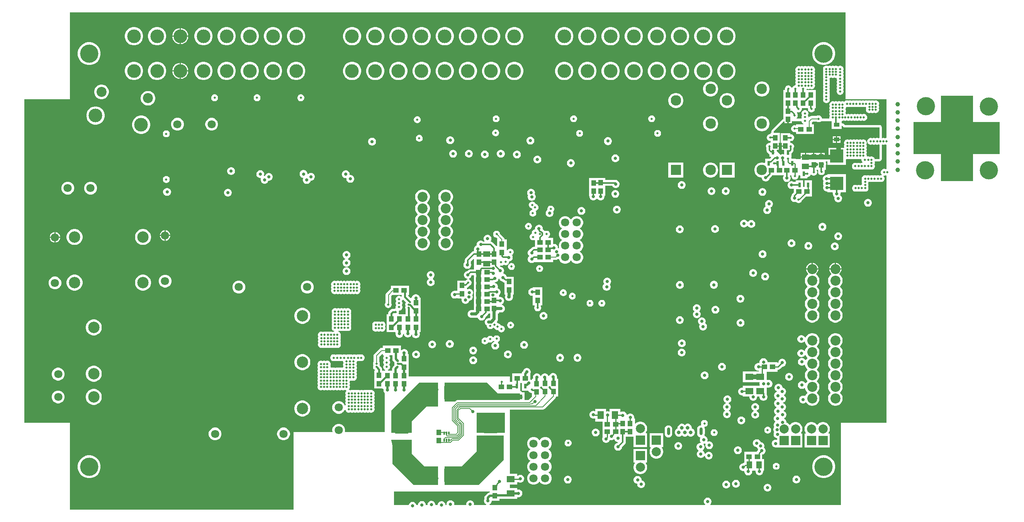
<source format=gbl>
G04*
G04 #@! TF.GenerationSoftware,Altium Limited,Altium Designer,23.0.1 (38)*
G04*
G04 Layer_Physical_Order=4*
G04 Layer_Color=16711680*
%FSLAX44Y44*%
%MOMM*%
G71*
G04*
G04 #@! TF.SameCoordinates,7681B053-B415-4EDE-A76C-09C314C6D952*
G04*
G04*
G04 #@! TF.FilePolarity,Positive*
G04*
G01*
G75*
%ADD10C,0.2500*%
%ADD11C,0.6000*%
%ADD12C,0.5000*%
%ADD13C,0.2000*%
%ADD14C,0.3000*%
%ADD15C,1.0000*%
%ADD17C,0.1500*%
%ADD164R,1.1500X1.1000*%
%ADD183R,0.6000X1.0000*%
%ADD188R,1.1000X1.1500*%
%ADD190R,1.8000X1.3500*%
%ADD195R,1.3500X1.8000*%
%ADD198R,1.5500X1.2000*%
%ADD209R,1.2000X1.5500*%
%ADD221R,1.2200X0.9100*%
%ADD225C,0.3810*%
%ADD229C,0.7000*%
%ADD231C,2.2000*%
%ADD232C,3.0000*%
%ADD233C,2.3000*%
%ADD234R,2.3000X2.3000*%
%ADD235C,1.0000*%
%ADD236C,1.8000*%
%ADD237C,2.0000*%
%ADD238R,2.0000X2.0000*%
%ADD239O,0.6500X1.6500*%
%ADD240C,0.8000*%
%ADD241C,2.5000*%
%ADD242C,4.0000*%
%ADD243C,0.7000*%
%ADD244C,0.5000*%
%ADD247R,3.0000X1.5000*%
%ADD248R,1.5000X3.0000*%
%ADD249R,0.3000X0.6700*%
%ADD250R,3.0000X3.0000*%
%ADD251C,1.5000*%
G36*
X1810000Y910000D02*
X1900000D01*
Y825000D01*
X1899013D01*
X1897105Y824489D01*
X1896500Y824139D01*
X1895895Y824489D01*
X1893987Y825000D01*
X1892013D01*
X1890580Y824616D01*
X1890506Y824627D01*
X1889535Y825264D01*
X1889348Y825518D01*
Y848250D01*
X1888960Y850201D01*
X1887855Y851855D01*
X1886201Y852960D01*
X1884250Y853348D01*
X1808362D01*
X1806128Y855582D01*
X1804474Y856687D01*
X1802523Y857075D01*
X1802253Y857101D01*
X1801350Y857842D01*
Y861992D01*
X1802013Y862500D01*
X1803987D01*
X1805895Y863011D01*
X1806000Y863072D01*
X1806105Y863011D01*
X1808013Y862500D01*
X1809987D01*
X1811895Y863011D01*
X1812500Y863361D01*
X1813105Y863011D01*
X1815013Y862500D01*
X1816987D01*
X1818895Y863011D01*
X1819500Y863361D01*
X1820105Y863011D01*
X1822013Y862500D01*
X1823987D01*
X1825895Y863011D01*
X1826500Y863361D01*
X1827105Y863011D01*
X1829013Y862500D01*
X1830987D01*
X1832895Y863011D01*
X1833000Y863072D01*
X1833105Y863011D01*
X1835013Y862500D01*
X1836987D01*
X1838895Y863011D01*
X1839500Y863361D01*
X1840105Y863011D01*
X1842013Y862500D01*
X1843987D01*
X1845895Y863011D01*
X1846500Y863361D01*
X1847105Y863011D01*
X1849013Y862500D01*
X1850987D01*
X1852895Y863011D01*
X1854605Y863998D01*
X1856001Y865395D01*
X1856989Y867105D01*
X1857500Y869013D01*
Y870987D01*
X1856989Y872895D01*
X1856001Y874605D01*
X1854605Y876002D01*
X1852895Y876989D01*
X1850987Y877500D01*
X1849013D01*
X1847105Y876989D01*
X1846500Y876639D01*
X1845895Y876989D01*
X1843987Y877500D01*
X1842013D01*
X1840105Y876989D01*
X1839500Y876639D01*
X1838895Y876989D01*
X1836987Y877500D01*
X1835013D01*
X1833105Y876989D01*
X1833000Y876928D01*
X1832895Y876989D01*
X1830987Y877500D01*
X1829013D01*
X1827105Y876989D01*
X1826500Y876639D01*
X1825895Y876989D01*
X1823987Y877500D01*
X1822013D01*
X1820105Y876989D01*
X1819500Y876639D01*
X1818895Y876989D01*
X1816987Y877500D01*
X1815013D01*
X1813105Y876989D01*
X1812500Y876639D01*
X1811895Y876989D01*
X1810500Y877363D01*
Y877987D01*
X1809989Y879895D01*
X1809639Y880500D01*
X1809989Y881105D01*
X1810500Y883013D01*
Y884987D01*
X1809989Y886895D01*
X1809639Y887500D01*
X1809989Y888105D01*
X1810500Y890013D01*
Y891590D01*
X1811501Y892637D01*
X1812013Y892500D01*
X1813987D01*
X1815895Y893011D01*
X1816500Y893361D01*
X1817105Y893011D01*
X1819013Y892500D01*
X1820987D01*
X1822895Y893011D01*
X1823500Y893361D01*
X1824105Y893011D01*
X1826013Y892500D01*
X1827987D01*
X1829895Y893011D01*
X1830500Y893361D01*
X1831105Y893011D01*
X1833013Y892500D01*
X1834987D01*
X1836895Y893011D01*
X1837500Y893361D01*
X1838105Y893011D01*
X1840013Y892500D01*
X1841987D01*
X1843895Y893011D01*
X1844500Y893361D01*
X1845105Y893011D01*
X1847013Y892500D01*
X1848987D01*
X1850895Y893011D01*
X1851500Y893361D01*
X1852105Y893011D01*
X1854013Y892500D01*
X1854500D01*
Y892013D01*
X1855011Y890105D01*
X1855072Y890000D01*
X1855011Y889895D01*
X1854500Y887987D01*
Y886013D01*
X1855011Y884105D01*
X1855999Y882395D01*
X1857395Y880999D01*
X1859105Y880011D01*
X1861013Y879500D01*
X1862987D01*
X1864895Y880011D01*
X1865500Y880360D01*
X1866105Y880011D01*
X1868013Y879500D01*
X1869987D01*
X1871895Y880011D01*
X1872500Y880360D01*
X1873105Y880011D01*
X1875013Y879500D01*
X1876987D01*
X1878895Y880011D01*
X1880605Y880999D01*
X1882001Y882395D01*
X1882989Y884105D01*
X1883500Y886013D01*
Y887987D01*
X1882989Y889895D01*
X1882928Y890000D01*
X1882989Y890105D01*
X1883500Y892013D01*
Y893987D01*
X1882989Y895895D01*
X1882639Y896500D01*
X1882989Y897105D01*
X1883500Y899013D01*
Y900987D01*
X1882989Y902895D01*
X1882001Y904605D01*
X1880605Y906002D01*
X1878895Y906989D01*
X1876987Y907500D01*
X1875013D01*
X1873105Y906989D01*
X1872500Y906639D01*
X1871895Y906989D01*
X1869987Y907500D01*
X1868013D01*
X1866105Y906989D01*
X1865500Y906639D01*
X1864895Y906989D01*
X1862987Y907500D01*
X1861013D01*
X1859105Y906989D01*
X1858500Y906639D01*
X1857895Y906989D01*
X1855987Y907500D01*
X1854013D01*
X1852105Y906989D01*
X1851500Y906639D01*
X1850895Y906989D01*
X1848987Y907500D01*
X1847013D01*
X1845105Y906989D01*
X1844500Y906639D01*
X1843895Y906989D01*
X1841987Y907500D01*
X1840013D01*
X1838105Y906989D01*
X1837500Y906639D01*
X1836895Y906989D01*
X1834987Y907500D01*
X1833013D01*
X1831105Y906989D01*
X1830500Y906639D01*
X1829895Y906989D01*
X1827987Y907500D01*
X1826013D01*
X1824105Y906989D01*
X1823500Y906639D01*
X1822895Y906989D01*
X1820987Y907500D01*
X1819013D01*
X1817105Y906989D01*
X1816500Y906639D01*
X1815895Y906989D01*
X1813987Y907500D01*
X1812013D01*
X1810105Y906989D01*
X1808395Y906002D01*
X1806998Y904605D01*
X1806889Y904415D01*
X1805895Y904989D01*
X1803987Y905500D01*
X1802013D01*
X1800105Y904989D01*
X1799500Y904640D01*
X1798895Y904989D01*
X1796987Y905500D01*
X1795013D01*
X1793105Y904989D01*
X1792500Y904640D01*
X1791895Y904989D01*
X1789987Y905500D01*
X1788013D01*
X1786105Y904989D01*
X1785500Y904640D01*
X1784895Y904989D01*
X1782987Y905500D01*
X1781013D01*
X1779105Y904989D01*
X1777395Y904001D01*
X1775999Y902605D01*
X1775011Y900895D01*
X1774500Y898987D01*
Y897013D01*
X1775011Y895105D01*
X1775361Y894500D01*
X1775011Y893895D01*
X1774500Y891987D01*
Y890013D01*
X1775011Y888105D01*
X1775361Y887500D01*
X1775011Y886895D01*
X1774500Y884987D01*
Y883013D01*
X1775011Y881105D01*
X1775361Y880500D01*
X1775011Y879895D01*
X1774500Y877987D01*
Y876013D01*
X1775011Y874105D01*
X1775361Y873500D01*
X1775011Y872895D01*
X1774500Y870987D01*
Y869013D01*
X1774673Y868368D01*
X1773698Y867098D01*
X1758250D01*
Y867987D01*
X1757739Y869895D01*
X1756752Y871605D01*
X1755355Y873001D01*
X1753645Y873989D01*
X1751737Y874500D01*
X1749763D01*
X1747855Y873989D01*
X1746346Y873118D01*
X1735000D01*
X1732659Y872652D01*
X1730674Y871326D01*
X1729770Y870422D01*
X1728500Y870947D01*
Y871737D01*
X1727989Y873645D01*
X1727351Y874750D01*
X1727989Y875855D01*
X1728500Y877763D01*
Y879737D01*
X1727989Y881645D01*
X1727001Y883355D01*
X1725605Y884752D01*
X1723895Y885739D01*
X1721987Y886250D01*
X1720013D01*
X1718105Y885739D01*
X1716395Y884752D01*
X1714998Y883355D01*
X1714011Y881645D01*
X1713500Y879737D01*
Y877763D01*
X1714011Y875855D01*
X1714649Y874750D01*
X1714011Y873645D01*
X1713500Y871737D01*
Y869763D01*
X1713888Y868316D01*
X1713795Y868023D01*
X1713268Y867309D01*
X1712982Y867098D01*
X1702902D01*
X1702543Y867853D01*
X1702475Y868368D01*
X1703752Y869645D01*
X1704739Y871355D01*
X1705250Y873263D01*
Y875237D01*
X1704739Y877145D01*
X1703766Y878830D01*
X1703700Y879330D01*
X1703126Y880716D01*
X1703544Y881318D01*
X1704029Y881714D01*
X1705763Y881250D01*
X1707737D01*
X1709645Y881761D01*
X1711355Y882748D01*
X1712751Y884145D01*
X1713739Y885855D01*
X1714250Y887763D01*
Y889737D01*
X1714643Y890250D01*
X1726585D01*
X1727500Y889487D01*
Y887513D01*
X1728011Y885605D01*
X1728999Y883895D01*
X1730395Y882498D01*
X1732105Y881511D01*
X1734013Y881000D01*
X1735987D01*
X1737895Y881511D01*
X1739605Y882498D01*
X1741001Y883895D01*
X1741989Y885605D01*
X1742500Y887513D01*
Y889487D01*
X1743085Y890250D01*
X1744500D01*
Y908250D01*
Y929750D01*
X1725161D01*
X1724360Y930726D01*
X1724452Y931332D01*
X1724500Y931513D01*
Y931653D01*
X1724547Y931968D01*
X1725239Y932487D01*
X1725770Y932717D01*
X1727513Y932250D01*
X1729487D01*
X1731395Y932761D01*
X1732000Y933111D01*
X1732605Y932761D01*
X1734513Y932250D01*
X1736487D01*
X1738395Y932761D01*
X1740105Y933748D01*
X1741501Y935145D01*
X1742489Y936855D01*
X1743000Y938763D01*
Y940737D01*
X1742489Y942645D01*
X1742139Y943250D01*
X1742489Y943855D01*
X1743000Y945763D01*
Y947737D01*
X1742489Y949645D01*
X1742139Y950250D01*
X1742489Y950855D01*
X1743000Y952763D01*
Y954737D01*
X1742489Y956645D01*
X1742139Y957250D01*
X1742489Y957855D01*
X1743000Y959763D01*
Y961737D01*
X1742489Y963645D01*
X1742139Y964250D01*
X1742489Y964855D01*
X1743000Y966763D01*
Y968737D01*
X1742489Y970645D01*
X1742139Y971250D01*
X1742489Y971855D01*
X1743000Y973763D01*
Y975737D01*
X1742489Y977645D01*
X1741501Y979355D01*
X1740105Y980751D01*
X1738395Y981739D01*
X1736487Y982250D01*
X1734513D01*
X1732605Y981739D01*
X1732000Y981390D01*
X1731395Y981739D01*
X1729487Y982250D01*
X1727513D01*
X1725605Y981739D01*
X1725000Y981390D01*
X1724395Y981739D01*
X1722487Y982250D01*
X1720513D01*
X1718605Y981739D01*
X1718000Y981390D01*
X1717395Y981739D01*
X1715487Y982250D01*
X1713513D01*
X1711605Y981739D01*
X1711000Y981390D01*
X1710395Y981739D01*
X1708487Y982250D01*
X1706513D01*
X1704605Y981739D01*
X1702895Y980751D01*
X1701499Y979355D01*
X1700511Y977645D01*
X1700000Y975737D01*
Y973763D01*
X1700511Y971855D01*
X1700860Y971250D01*
X1700511Y970645D01*
X1700000Y968737D01*
Y966763D01*
X1700511Y964855D01*
X1700860Y964250D01*
X1700511Y963645D01*
X1700000Y961737D01*
Y959763D01*
X1700511Y957855D01*
X1700860Y957250D01*
X1700511Y956645D01*
X1700000Y954737D01*
Y952763D01*
X1700511Y950855D01*
X1700860Y950250D01*
X1700511Y949645D01*
X1700000Y947737D01*
Y945763D01*
X1700511Y943855D01*
X1700860Y943250D01*
X1700511Y942645D01*
X1700000Y940737D01*
Y940000D01*
X1699013D01*
X1697105Y939489D01*
X1695395Y938502D01*
X1693999Y937105D01*
X1693011Y935395D01*
X1692907Y935008D01*
X1691593D01*
X1691489Y935395D01*
X1690502Y937105D01*
X1689105Y938502D01*
X1687395Y939489D01*
X1685487Y940000D01*
X1683513D01*
X1681605Y939489D01*
X1679895Y938502D01*
X1678499Y937105D01*
X1677511Y935395D01*
X1677000Y933487D01*
Y931513D01*
X1677132Y931020D01*
X1676158Y929750D01*
X1673500D01*
Y908250D01*
Y890250D01*
X1673500D01*
Y873250D01*
Y866301D01*
X1672739Y866150D01*
X1671085Y865045D01*
X1649145Y843105D01*
X1648040Y841451D01*
X1647652Y839500D01*
Y836000D01*
X1645250D01*
Y833250D01*
X1643763D01*
X1641855Y832739D01*
X1640145Y831751D01*
X1638748Y830355D01*
X1637761Y828645D01*
X1637250Y826737D01*
Y824763D01*
X1637761Y822855D01*
X1638748Y821145D01*
X1640145Y819749D01*
X1641855Y818761D01*
X1643763Y818250D01*
X1645250D01*
Y815294D01*
X1644237Y814250D01*
X1642263D01*
X1640355Y813739D01*
X1638645Y812751D01*
X1637249Y811355D01*
X1636261Y809645D01*
X1635750Y807737D01*
Y805763D01*
X1636261Y803855D01*
X1636694Y803105D01*
Y797750D01*
X1636917Y796053D01*
X1637572Y794472D01*
X1638614Y793114D01*
X1641872Y789857D01*
X1643000Y788991D01*
Y783500D01*
X1646319D01*
X1646805Y782327D01*
X1643978Y779500D01*
X1633500D01*
Y770744D01*
X1632444Y770039D01*
X1631413Y770466D01*
X1628225Y771100D01*
X1624975D01*
X1621787Y770466D01*
X1618784Y769222D01*
X1616082Y767416D01*
X1613784Y765118D01*
X1611978Y762416D01*
X1610734Y759413D01*
X1610100Y756225D01*
Y752975D01*
X1610734Y749787D01*
X1611978Y746784D01*
X1613784Y744082D01*
X1616082Y741784D01*
X1618784Y739978D01*
X1621787Y738734D01*
X1624975Y738100D01*
X1626500D01*
Y736881D01*
X1627079Y734719D01*
X1628198Y732781D01*
X1629781Y731198D01*
X1631719Y730079D01*
X1633881Y729500D01*
X1636119D01*
X1638281Y730079D01*
X1640219Y731198D01*
X1641802Y732781D01*
X1642921Y734719D01*
X1643353Y736331D01*
X1648329Y741307D01*
X1649371Y742665D01*
X1649613Y743250D01*
X1673683D01*
X1674027Y742787D01*
X1674310Y741980D01*
X1673329Y740281D01*
X1672750Y738119D01*
Y735881D01*
X1673329Y733719D01*
X1674448Y731781D01*
X1676031Y730198D01*
X1677969Y729079D01*
X1680131Y728500D01*
X1682369D01*
X1684531Y729079D01*
X1686469Y730198D01*
X1688052Y731781D01*
X1689171Y733719D01*
X1689750Y735881D01*
Y738119D01*
X1689171Y740281D01*
X1688190Y741980D01*
X1688473Y742787D01*
X1688817Y743250D01*
X1690795D01*
X1691568Y742242D01*
X1691500Y741987D01*
Y740013D01*
X1692011Y738105D01*
X1692999Y736395D01*
X1694395Y734998D01*
X1696105Y734011D01*
X1698013Y733500D01*
X1699987D01*
X1701895Y734011D01*
X1703605Y734998D01*
X1705002Y736395D01*
X1705989Y738105D01*
X1706500Y740013D01*
Y741987D01*
X1706432Y742242D01*
X1707205Y743250D01*
X1710000D01*
X1710500Y742187D01*
Y736250D01*
X1726500D01*
Y738750D01*
X1726987D01*
X1728895Y739261D01*
X1730605Y740248D01*
X1732001Y741645D01*
X1732989Y743355D01*
X1733317Y744578D01*
X1734723Y744920D01*
X1735645Y743998D01*
X1737355Y743011D01*
X1739263Y742500D01*
X1741237D01*
X1743145Y743011D01*
X1744855Y743998D01*
X1746252Y745395D01*
X1747239Y747105D01*
X1747750Y749013D01*
Y750987D01*
X1747239Y752895D01*
X1746806Y753645D01*
Y755000D01*
X1749694D01*
Y752711D01*
X1749500Y751987D01*
Y750013D01*
X1750011Y748105D01*
X1750999Y746395D01*
X1752395Y744998D01*
X1754105Y744011D01*
X1756013Y743500D01*
X1757987D01*
X1759895Y744011D01*
X1761605Y744998D01*
X1763002Y746395D01*
X1763989Y748105D01*
X1764500Y750013D01*
Y751987D01*
X1764033Y753730D01*
X1764473Y754743D01*
X1764621Y755000D01*
X1766750D01*
Y764423D01*
X1766921Y764719D01*
X1767500Y766881D01*
Y769119D01*
X1766921Y771281D01*
X1766750Y771577D01*
Y773164D01*
X1770500D01*
Y765500D01*
X1810500D01*
Y777997D01*
X1811770Y778833D01*
X1813013Y778500D01*
X1814987D01*
X1816895Y779011D01*
X1817500Y779360D01*
X1818105Y779011D01*
X1820013Y778500D01*
X1821987D01*
X1823895Y779011D01*
X1824500Y779360D01*
X1825105Y779011D01*
X1827013Y778500D01*
X1828987D01*
X1830895Y779011D01*
X1831500Y779360D01*
X1832105Y779011D01*
X1834013Y778500D01*
X1835987D01*
X1837895Y779011D01*
X1838500Y779360D01*
X1839105Y779011D01*
X1841013Y778500D01*
X1842987D01*
X1843887Y778741D01*
X1844423Y778378D01*
X1845000Y777724D01*
Y776013D01*
X1845511Y774105D01*
X1846499Y772395D01*
X1847295Y771598D01*
X1846638Y770460D01*
X1846487Y770500D01*
X1844513D01*
X1842605Y769989D01*
X1842000Y769640D01*
X1841395Y769989D01*
X1839487Y770500D01*
X1837513D01*
X1835605Y769989D01*
X1835000Y769640D01*
X1834395Y769989D01*
X1832487Y770500D01*
X1830513D01*
X1828605Y769989D01*
X1826895Y769001D01*
X1825499Y767605D01*
X1824511Y765895D01*
X1824000Y763987D01*
Y762013D01*
X1824511Y760105D01*
X1825499Y758395D01*
X1826895Y756999D01*
X1828605Y756011D01*
X1830513Y755500D01*
X1832487D01*
X1834395Y756011D01*
X1835000Y756360D01*
X1835605Y756011D01*
X1837513Y755500D01*
X1839487D01*
X1841395Y756011D01*
X1842000Y756360D01*
X1842605Y756011D01*
X1844513Y755500D01*
X1846487D01*
X1848395Y756011D01*
X1849000Y756360D01*
X1849605Y756011D01*
X1851513Y755500D01*
X1853488D01*
X1855395Y756011D01*
X1856000Y756360D01*
X1856605Y756011D01*
X1858513Y755500D01*
X1860488D01*
X1862395Y756011D01*
X1863000Y756360D01*
X1863605Y756011D01*
X1865513Y755500D01*
X1867487D01*
X1869395Y756011D01*
X1871105Y756999D01*
X1872502Y758395D01*
X1873489Y760105D01*
X1874000Y762013D01*
Y763987D01*
X1873489Y765895D01*
X1873140Y766500D01*
X1873489Y767105D01*
X1874000Y769013D01*
Y770987D01*
X1873616Y772420D01*
X1873627Y772494D01*
X1874264Y773465D01*
X1874518Y773652D01*
X1884250D01*
X1886201Y774040D01*
X1887855Y775145D01*
X1888960Y776799D01*
X1889348Y778750D01*
Y809482D01*
X1889535Y809736D01*
X1890506Y810373D01*
X1890580Y810384D01*
X1892013Y810000D01*
X1893987D01*
X1895895Y810511D01*
X1896500Y810861D01*
X1897105Y810511D01*
X1899013Y810000D01*
X1900000D01*
Y757046D01*
X1898855Y756739D01*
X1898250Y756389D01*
X1897645Y756739D01*
X1895737Y757250D01*
X1893763D01*
X1891855Y756739D01*
X1890145Y755751D01*
X1888749Y754355D01*
X1887761Y752645D01*
X1887250Y750737D01*
Y748763D01*
X1887761Y746855D01*
X1888749Y745145D01*
X1889545Y744348D01*
X1888888Y743210D01*
X1888737Y743250D01*
X1886763D01*
X1884855Y742739D01*
X1884250Y742390D01*
X1883645Y742739D01*
X1881737Y743250D01*
X1879763D01*
X1877855Y742739D01*
X1877250Y742390D01*
X1876645Y742739D01*
X1874737Y743250D01*
X1872763D01*
X1870855Y742739D01*
X1870250Y742390D01*
X1869645Y742739D01*
X1867737Y743250D01*
X1865763D01*
X1863855Y742739D01*
X1863250Y742390D01*
X1862645Y742739D01*
X1860737Y743250D01*
X1858763D01*
X1856855Y742739D01*
X1856250Y742390D01*
X1855645Y742739D01*
X1853737Y743250D01*
X1851763D01*
X1849855Y742739D01*
X1848145Y741751D01*
X1846749Y740355D01*
X1845761Y738645D01*
X1845250Y736737D01*
Y734763D01*
X1845761Y732855D01*
X1846111Y732250D01*
X1845761Y731645D01*
X1845250Y729737D01*
Y727763D01*
X1845761Y725855D01*
X1846111Y725250D01*
X1845761Y724645D01*
X1845250Y722737D01*
Y722250D01*
X1844763D01*
X1842855Y721739D01*
X1842250Y721389D01*
X1841645Y721739D01*
X1839737Y722250D01*
X1837763D01*
X1835855Y721739D01*
X1835250Y721389D01*
X1834645Y721739D01*
X1832737Y722250D01*
X1830763D01*
X1828855Y721739D01*
X1827145Y720751D01*
X1825748Y719355D01*
X1824761Y717645D01*
X1824250Y715737D01*
Y713763D01*
X1824761Y711855D01*
X1825748Y710145D01*
X1827145Y708748D01*
X1828855Y707761D01*
X1830763Y707250D01*
X1832737D01*
X1834645Y707761D01*
X1835250Y708110D01*
X1835855Y707761D01*
X1837763Y707250D01*
X1839737D01*
X1841645Y707761D01*
X1842250Y708110D01*
X1842855Y707761D01*
X1844763Y707250D01*
X1846737D01*
X1848645Y707761D01*
X1849250Y708110D01*
X1849855Y707761D01*
X1851763Y707250D01*
X1853737D01*
X1855645Y707761D01*
X1857355Y708748D01*
X1858752Y710145D01*
X1859739Y711855D01*
X1860250Y713763D01*
Y715737D01*
X1859739Y717645D01*
X1859389Y718250D01*
X1859739Y718855D01*
X1860250Y720763D01*
Y722737D01*
X1859739Y724645D01*
X1859389Y725250D01*
X1859739Y725855D01*
X1860250Y727763D01*
Y728250D01*
X1860737D01*
X1862645Y728761D01*
X1863250Y729110D01*
X1863855Y728761D01*
X1865763Y728250D01*
X1867737D01*
X1869645Y728761D01*
X1870250Y729110D01*
X1870855Y728761D01*
X1872763Y728250D01*
X1874737D01*
X1876645Y728761D01*
X1877250Y729110D01*
X1877855Y728761D01*
X1879763Y728250D01*
X1881737D01*
X1883645Y728761D01*
X1884250Y729110D01*
X1884855Y728761D01*
X1886763Y728250D01*
X1888737D01*
X1890645Y728761D01*
X1892355Y729749D01*
X1893752Y731145D01*
X1894739Y732855D01*
X1895250Y734763D01*
Y736737D01*
X1894739Y738645D01*
X1893752Y740355D01*
X1892955Y741152D01*
X1893612Y742290D01*
X1893763Y742250D01*
X1895737D01*
X1897645Y742761D01*
X1898250Y743111D01*
X1898855Y742761D01*
X1900000Y742454D01*
Y200000D01*
X1800000D01*
Y20000D01*
X1513746D01*
X1513291Y21270D01*
X1514552Y22531D01*
X1515671Y24469D01*
X1516250Y26631D01*
Y28869D01*
X1515671Y31031D01*
X1514552Y32969D01*
X1512969Y34552D01*
X1511031Y35671D01*
X1508869Y36250D01*
X1506631D01*
X1504469Y35671D01*
X1502531Y34552D01*
X1500948Y32969D01*
X1499829Y31031D01*
X1499250Y28869D01*
Y26631D01*
X1499829Y24469D01*
X1500948Y22531D01*
X1502209Y21270D01*
X1501754Y20000D01*
X1029952D01*
X1029611Y21270D01*
X1031219Y22198D01*
X1032802Y23781D01*
X1033921Y25719D01*
X1034500Y27881D01*
Y29250D01*
X1051500D01*
Y33685D01*
X1073516D01*
X1074008Y33750D01*
X1090000D01*
Y36711D01*
X1091008Y37484D01*
X1091881Y37250D01*
X1094119D01*
X1096281Y37829D01*
X1098219Y38948D01*
X1099802Y40531D01*
X1100921Y42469D01*
X1101500Y44631D01*
Y46869D01*
X1100921Y49031D01*
X1099802Y50969D01*
X1098219Y52552D01*
X1096281Y53671D01*
X1094119Y54250D01*
X1091881D01*
X1091008Y54016D01*
X1090000Y54789D01*
Y57250D01*
X1074500D01*
Y64750D01*
X1090000D01*
Y70128D01*
X1093203D01*
X1093719Y69829D01*
X1095881Y69250D01*
X1098119D01*
X1100281Y69829D01*
X1102219Y70948D01*
X1103802Y72531D01*
X1104921Y74469D01*
X1105500Y76631D01*
Y78869D01*
X1104921Y81031D01*
X1103802Y82969D01*
X1102219Y84552D01*
X1100281Y85671D01*
X1098119Y86250D01*
X1095881D01*
X1093719Y85671D01*
X1091781Y84552D01*
X1091270Y84041D01*
X1090000Y84567D01*
Y88250D01*
X1074500D01*
Y228887D01*
X1131993D01*
X1133250Y229137D01*
X1146000D01*
X1148243Y229584D01*
X1150145Y230854D01*
X1173895Y254604D01*
X1175166Y256507D01*
X1175414Y257750D01*
X1180250D01*
Y275750D01*
Y297250D01*
X1177315D01*
Y300000D01*
X1177315Y300000D01*
X1177250Y300492D01*
Y302119D01*
X1176671Y304281D01*
X1175552Y306219D01*
X1173969Y307802D01*
X1172031Y308921D01*
X1169869Y309500D01*
X1167631D01*
X1165469Y308921D01*
X1163531Y307802D01*
X1161948Y306219D01*
X1160829Y304281D01*
X1160625Y303518D01*
X1159123Y302821D01*
X1158823Y302962D01*
X1158671Y303531D01*
X1157552Y305469D01*
X1155969Y307052D01*
X1154031Y308171D01*
X1151869Y308750D01*
X1149631D01*
X1147469Y308171D01*
X1145531Y307052D01*
X1143948Y305469D01*
X1142829Y303531D01*
X1142624Y302764D01*
X1141309D01*
X1141171Y303281D01*
X1140052Y305219D01*
X1138469Y306802D01*
X1136531Y307921D01*
X1134369Y308500D01*
X1132131D01*
X1129969Y307921D01*
X1128031Y306802D01*
X1126448Y305219D01*
X1125329Y303281D01*
X1124750Y301119D01*
Y298881D01*
X1124984Y298008D01*
X1124211Y297000D01*
X1122500D01*
Y294430D01*
X1121327Y293944D01*
X1120969Y294302D01*
X1119031Y295421D01*
X1118750Y295496D01*
Y307307D01*
X1119421Y308469D01*
X1120000Y310631D01*
Y312869D01*
X1119421Y315031D01*
X1118302Y316969D01*
X1116719Y318552D01*
X1114781Y319671D01*
X1112619Y320250D01*
X1110381D01*
X1108219Y319671D01*
X1106281Y318552D01*
X1104698Y316969D01*
X1103579Y315031D01*
X1103266Y313861D01*
X1102651Y313246D01*
X1101449Y311679D01*
X1100693Y309855D01*
X1100515Y308500D01*
X1079250D01*
Y290000D01*
X1074500D01*
Y301750D01*
X852750D01*
Y314750D01*
X852750D01*
Y329750D01*
Y351250D01*
X851740D01*
X850967Y352258D01*
X851000Y352381D01*
Y354619D01*
X850421Y356781D01*
X849302Y358719D01*
X847719Y360302D01*
X845781Y361421D01*
X843619Y362000D01*
X841381D01*
X839219Y361421D01*
X837281Y360302D01*
X836520Y359541D01*
X835250Y360067D01*
Y369250D01*
X795750D01*
Y364868D01*
X792750D01*
X790409Y364402D01*
X788424Y363076D01*
X777424Y352076D01*
X776098Y350091D01*
X775632Y347750D01*
Y333904D01*
X774761Y332395D01*
X774250Y330487D01*
Y328513D01*
X774761Y326605D01*
X774966Y326250D01*
X774761Y325895D01*
X774250Y323987D01*
Y322013D01*
X774761Y320105D01*
X775749Y318395D01*
X777145Y316999D01*
X778407Y316270D01*
X778066Y315000D01*
X776750D01*
Y293500D01*
Y275500D01*
X795000D01*
Y275250D01*
X796528D01*
X797301Y274242D01*
X797000Y273119D01*
Y270881D01*
X797579Y268719D01*
X798698Y266781D01*
X800000Y265479D01*
Y180000D01*
X713465D01*
X712692Y181008D01*
X713000Y182157D01*
Y185843D01*
X712046Y189404D01*
X710203Y192596D01*
X707596Y195203D01*
X704404Y197046D01*
X700843Y198000D01*
X697157D01*
X693596Y197046D01*
X690404Y195203D01*
X687797Y192596D01*
X685954Y189404D01*
X685000Y185843D01*
Y182157D01*
X685308Y181008D01*
X684535Y180000D01*
X600000D01*
Y10000D01*
X110000D01*
Y200000D01*
X10000D01*
Y910000D01*
X110000D01*
Y1100000D01*
X1810000D01*
Y910000D01*
D02*
G37*
G36*
X1685270Y857710D02*
X1692040D01*
Y862000D01*
X1713500D01*
Y861263D01*
X1714011Y859355D01*
X1714998Y857645D01*
X1716395Y856248D01*
X1717224Y855770D01*
X1716883Y854500D01*
X1701250D01*
Y853525D01*
X1699980Y852551D01*
X1699237Y852750D01*
X1697263D01*
X1695355Y852239D01*
X1693645Y851252D01*
X1692249Y849855D01*
X1691261Y848145D01*
X1690750Y846237D01*
Y844263D01*
X1691261Y842355D01*
X1692249Y840645D01*
X1693645Y839249D01*
X1695355Y838261D01*
X1697263Y837750D01*
X1699237D01*
X1699980Y837949D01*
X1701250Y836974D01*
Y833500D01*
X1740750D01*
Y854500D01*
X1736118D01*
Y859466D01*
X1737534Y860882D01*
X1746346D01*
X1747855Y860011D01*
X1749763Y859500D01*
X1751737D01*
X1753645Y860011D01*
X1755355Y860999D01*
X1756357Y862000D01*
X1779150D01*
Y844800D01*
X1801350D01*
Y851491D01*
X1802523Y851977D01*
X1806250Y848250D01*
X1884250D01*
Y824796D01*
X1883105Y824489D01*
X1882500Y824139D01*
X1881895Y824489D01*
X1879987Y825000D01*
X1878013D01*
X1876105Y824489D01*
X1875500Y824139D01*
X1874895Y824489D01*
X1872987Y825000D01*
X1871013D01*
X1869105Y824489D01*
X1868500Y824139D01*
X1867895Y824489D01*
X1865987Y825000D01*
X1864013D01*
X1862105Y824489D01*
X1860395Y823502D01*
X1858999Y822105D01*
X1858011Y820395D01*
X1857500Y818487D01*
Y816513D01*
X1858011Y814605D01*
X1858999Y812895D01*
X1860395Y811498D01*
X1862105Y810511D01*
X1864013Y810000D01*
X1865987D01*
X1867895Y810511D01*
X1868500Y810861D01*
X1869105Y810511D01*
X1871013Y810000D01*
X1872987D01*
X1874895Y810511D01*
X1875500Y810861D01*
X1876105Y810511D01*
X1878013Y810000D01*
X1879987D01*
X1881895Y810511D01*
X1882500Y810861D01*
X1883105Y810511D01*
X1884250Y810204D01*
Y778750D01*
X1873796D01*
X1873489Y779895D01*
X1872502Y781605D01*
X1871105Y783001D01*
X1869395Y783989D01*
X1867487Y784500D01*
X1865513D01*
X1863605Y783989D01*
X1863000Y783640D01*
X1862395Y783989D01*
X1860488Y784500D01*
X1858513D01*
X1857613Y784259D01*
X1857077Y784622D01*
X1856500Y785275D01*
Y786987D01*
X1855989Y788895D01*
X1855640Y789500D01*
X1855989Y790105D01*
X1856500Y792013D01*
Y793987D01*
X1855989Y795895D01*
X1855640Y796500D01*
X1855989Y797105D01*
X1856500Y799013D01*
Y800987D01*
X1855989Y802895D01*
X1855640Y803500D01*
X1855989Y804105D01*
X1856500Y806013D01*
Y807987D01*
X1855989Y809895D01*
X1855640Y810500D01*
X1855989Y811105D01*
X1856500Y813013D01*
Y814987D01*
X1855989Y816895D01*
X1855002Y818605D01*
X1853605Y820002D01*
X1851895Y820989D01*
X1849987Y821500D01*
X1848013D01*
X1846105Y820989D01*
X1845500Y820639D01*
X1844895Y820989D01*
X1842987Y821500D01*
X1841013D01*
X1839105Y820989D01*
X1838500Y820639D01*
X1837895Y820989D01*
X1835987Y821500D01*
X1834013D01*
X1832105Y820989D01*
X1831500Y820639D01*
X1830895Y820989D01*
X1828987Y821500D01*
X1827013D01*
X1825105Y820989D01*
X1824500Y820639D01*
X1823895Y820989D01*
X1821987Y821500D01*
X1820013D01*
X1818105Y820989D01*
X1817500Y820639D01*
X1816895Y820989D01*
X1814987Y821500D01*
X1813013D01*
X1811105Y820989D01*
X1809395Y820002D01*
X1807999Y818605D01*
X1807011Y816895D01*
X1806500Y814987D01*
Y813013D01*
X1807011Y811105D01*
X1807361Y810500D01*
X1807011Y809895D01*
X1806500Y807987D01*
Y806013D01*
X1806956Y804310D01*
X1806631Y803630D01*
X1806160Y803040D01*
X1791770D01*
Y785500D01*
X1790500D01*
Y784230D01*
X1772960D01*
Y778750D01*
X1764290D01*
Y782480D01*
X1756250D01*
Y783750D01*
X1754980D01*
Y792040D01*
X1748290D01*
Y792040D01*
X1741520D01*
Y783750D01*
X1738980D01*
Y792040D01*
X1732210D01*
Y791790D01*
X1723520D01*
Y783250D01*
X1722250D01*
Y781980D01*
X1711960D01*
Y778750D01*
X1701000D01*
Y779250D01*
X1691250D01*
Y780487D01*
X1690850Y781980D01*
X1691500Y783250D01*
X1691500D01*
Y791500D01*
X1692300Y792114D01*
X1694057Y793872D01*
X1695099Y795229D01*
X1695754Y796811D01*
X1695978Y798507D01*
Y802720D01*
X1696489Y803605D01*
X1697000Y805513D01*
Y807487D01*
X1696489Y809395D01*
X1695502Y811105D01*
X1694105Y812502D01*
X1692395Y813489D01*
X1690487Y814000D01*
X1689916D01*
X1688750Y814250D01*
X1688750Y815152D01*
Y817990D01*
X1688763Y818000D01*
X1690737D01*
X1692645Y818511D01*
X1694355Y819499D01*
X1695751Y820895D01*
X1696739Y822605D01*
X1697250Y824513D01*
Y826487D01*
X1696739Y828395D01*
X1695751Y830105D01*
X1694355Y831501D01*
X1692645Y832489D01*
X1690737Y833000D01*
X1688763D01*
X1688750Y833010D01*
Y835750D01*
X1667750D01*
Y814250D01*
X1670210D01*
Y808270D01*
X1678250D01*
Y805730D01*
X1670210D01*
Y798710D01*
X1675500D01*
Y789927D01*
X1674230Y788952D01*
X1673119Y789250D01*
X1670881D01*
X1668719Y788671D01*
X1667363Y787887D01*
X1659000Y796250D01*
Y798960D01*
X1663790D01*
Y805980D01*
X1655750D01*
Y808520D01*
X1663790D01*
Y814500D01*
X1666250D01*
Y836000D01*
X1652750D01*
Y839500D01*
X1674690Y861440D01*
X1675960Y860914D01*
Y857710D01*
X1682730D01*
Y866000D01*
X1685270D01*
Y857710D01*
D02*
G37*
G36*
X2089000Y859750D02*
X2147444D01*
Y789750D01*
X2089000D01*
Y730556D01*
X2019000Y730556D01*
Y789750D01*
X1959000D01*
Y859750D01*
X2019000D01*
Y917444D01*
X2089000Y917444D01*
Y859750D01*
D02*
G37*
G36*
X816935Y340000D02*
X817193Y338042D01*
X817949Y336218D01*
X819151Y334651D01*
X821314Y332487D01*
X821261Y332395D01*
X820750Y330487D01*
Y328513D01*
X821186Y326884D01*
X818401Y324099D01*
X817199Y322532D01*
X816443Y320708D01*
X816185Y318750D01*
Y314750D01*
X807095D01*
X806895Y316011D01*
X808605Y316999D01*
X810002Y318395D01*
X810989Y320105D01*
X811500Y322013D01*
Y323987D01*
X810989Y325895D01*
X810002Y327605D01*
X809732Y327875D01*
X810002Y328145D01*
X810989Y329855D01*
X811500Y331763D01*
Y333737D01*
X810989Y335645D01*
X810002Y337355D01*
X809732Y337625D01*
X810002Y337895D01*
X810989Y339605D01*
X811500Y341513D01*
Y343487D01*
X810989Y345395D01*
X810074Y346980D01*
X810350Y347947D01*
X810476Y348250D01*
X816935D01*
Y340000D01*
D02*
G37*
G36*
X795750Y351302D02*
Y348250D01*
X797524D01*
X797650Y347947D01*
X797926Y346980D01*
X797011Y345395D01*
X796500Y343487D01*
Y341513D01*
X797011Y339605D01*
X797999Y337895D01*
X798268Y337625D01*
X797999Y337355D01*
X797011Y335645D01*
X796500Y333737D01*
Y331763D01*
X797011Y329855D01*
X797999Y328145D01*
X798268Y327875D01*
X797999Y327605D01*
X797011Y325895D01*
X796500Y323987D01*
Y322013D01*
X797011Y320105D01*
X797999Y318395D01*
X799395Y316999D01*
X801105Y316011D01*
X800905Y314750D01*
X797750D01*
Y315000D01*
X794214D01*
Y317500D01*
X793977Y319303D01*
X793281Y320982D01*
X792175Y322425D01*
X788752Y325848D01*
X788739Y325895D01*
X788534Y326250D01*
X788739Y326605D01*
X789250Y328513D01*
Y330487D01*
X788739Y332395D01*
X787868Y333904D01*
Y345216D01*
X794480Y351828D01*
X795750Y351302D01*
D02*
G37*
G36*
X1100000Y271000D02*
X1114771D01*
X1115011Y270105D01*
X1115999Y268395D01*
X1117395Y266999D01*
X1119105Y266011D01*
X1121013Y265500D01*
X1121713D01*
X1122223Y265289D01*
X1122500Y265252D01*
Y257791D01*
X1114822Y250113D01*
X1106500D01*
Y256476D01*
X1106569Y257000D01*
X1106500Y257524D01*
Y267000D01*
X1100677D01*
X1099605Y268605D01*
X1097951Y269710D01*
X1097276Y269844D01*
X1097000Y271000D01*
X1097000Y271000D01*
X1097000Y271000D01*
Y287500D01*
X1100000D01*
Y271000D01*
D02*
G37*
G36*
X1045000Y267000D02*
X1047000Y265000D01*
X1096000D01*
Y250113D01*
X959386D01*
X957143Y249666D01*
X955241Y248396D01*
X953845Y247000D01*
X931000D01*
Y288000D01*
X1024000D01*
X1045000Y267000D01*
D02*
G37*
G36*
X1063000Y179000D02*
X1062000Y178000D01*
X1001000D01*
Y221173D01*
X1001171Y221469D01*
X1001313Y222000D01*
X1063000D01*
Y179000D01*
D02*
G37*
G36*
X917000Y265000D02*
Y236000D01*
X891000D01*
X859000Y204000D01*
Y178000D01*
X814000D01*
Y227000D01*
X875000Y288000D01*
X917000D01*
Y265000D01*
D02*
G37*
G36*
X1061000Y119000D02*
X1006000Y64000D01*
X931000D01*
Y79000D01*
Y105000D01*
X968000D01*
X1001000Y138000D01*
Y172000D01*
X1061000Y172000D01*
Y119000D01*
D02*
G37*
G36*
X859000Y132706D02*
X886173Y105000D01*
X917000D01*
Y64000D01*
X863000D01*
X816556Y110444D01*
Y150750D01*
X816604D01*
X816189Y154965D01*
X814959Y159017D01*
X814000Y160813D01*
Y163000D01*
X859000D01*
Y132706D01*
D02*
G37*
G36*
X1030500Y47565D02*
X1030000D01*
X1028042Y47307D01*
X1026218Y46551D01*
X1024651Y45349D01*
X1024651Y45349D01*
X1020651Y41349D01*
X1019449Y39782D01*
X1018693Y37958D01*
X1018435Y36000D01*
Y32898D01*
X1018079Y32281D01*
X1017500Y30119D01*
Y27881D01*
X1018079Y25719D01*
X1019198Y23781D01*
X1020781Y22198D01*
X1022389Y21270D01*
X1022048Y20000D01*
X996042D01*
X995750Y20381D01*
Y22619D01*
X995171Y24781D01*
X994052Y26719D01*
X992469Y28302D01*
X990531Y29421D01*
X988369Y30000D01*
X986131D01*
X983969Y29421D01*
X982031Y28302D01*
X980448Y26719D01*
X979329Y24781D01*
X978750Y22619D01*
Y20381D01*
X978458Y20000D01*
X953176D01*
X952500Y20881D01*
Y23119D01*
X951921Y25281D01*
X950802Y27219D01*
X949219Y28802D01*
X947281Y29921D01*
X945119Y30500D01*
X942881D01*
X940719Y29921D01*
X938781Y28802D01*
X937198Y27219D01*
X936079Y25281D01*
X935500Y23119D01*
Y20881D01*
X934824Y20000D01*
X933000D01*
Y20869D01*
X932421Y23031D01*
X931302Y24969D01*
X929719Y26552D01*
X927781Y27671D01*
X925619Y28250D01*
X923381D01*
X921219Y27671D01*
X919281Y26552D01*
X917698Y24969D01*
X916579Y23031D01*
X916000Y20869D01*
Y20000D01*
X910500D01*
Y21619D01*
X909921Y23781D01*
X908802Y25719D01*
X907219Y27302D01*
X905281Y28421D01*
X903119Y29000D01*
X900881D01*
X898719Y28421D01*
X896781Y27302D01*
X895198Y25719D01*
X894079Y23781D01*
X893500Y21619D01*
Y20000D01*
X890000D01*
Y21369D01*
X889421Y23531D01*
X888302Y25469D01*
X886719Y27052D01*
X884781Y28171D01*
X882619Y28750D01*
X880381D01*
X878219Y28171D01*
X876281Y27052D01*
X874698Y25469D01*
X873579Y23531D01*
X873000Y21369D01*
Y20000D01*
X869148D01*
X868671Y21781D01*
X867552Y23719D01*
X865969Y25302D01*
X864031Y26421D01*
X861869Y27000D01*
X859631D01*
X857469Y26421D01*
X855531Y25302D01*
X853948Y23719D01*
X852829Y21781D01*
X852352Y20000D01*
X820000D01*
Y50000D01*
X1030500D01*
Y47565D01*
D02*
G37*
%LPC*%
G36*
X353377Y1065740D02*
X352920D01*
Y1049470D01*
X369190D01*
Y1049928D01*
X368516Y1053316D01*
X367194Y1056508D01*
X365274Y1059381D01*
X362831Y1061824D01*
X359958Y1063744D01*
X356766Y1065066D01*
X353377Y1065740D01*
D02*
G37*
G36*
X350380D02*
X349922D01*
X346534Y1065066D01*
X343342Y1063744D01*
X340469Y1061824D01*
X338026Y1059381D01*
X336106Y1056508D01*
X334784Y1053316D01*
X334110Y1049928D01*
Y1049470D01*
X350380D01*
Y1065740D01*
D02*
G37*
G36*
X369190Y1046930D02*
X352920D01*
Y1030660D01*
X353377D01*
X356766Y1031334D01*
X359958Y1032656D01*
X362831Y1034576D01*
X365274Y1037019D01*
X367194Y1039892D01*
X368516Y1043084D01*
X369190Y1046472D01*
Y1046930D01*
D02*
G37*
G36*
X350380D02*
X334110D01*
Y1046472D01*
X334784Y1043084D01*
X336106Y1039892D01*
X338026Y1037019D01*
X340469Y1034576D01*
X343342Y1032656D01*
X346534Y1031334D01*
X349922Y1030660D01*
X350380D01*
Y1046930D01*
D02*
G37*
G36*
X607620Y1068200D02*
X603680D01*
X599816Y1067431D01*
X596176Y1065924D01*
X592901Y1063735D01*
X590115Y1060949D01*
X587926Y1057674D01*
X586419Y1054034D01*
X585650Y1050170D01*
Y1046230D01*
X586419Y1042366D01*
X587926Y1038727D01*
X590115Y1035451D01*
X592901Y1032665D01*
X596176Y1030476D01*
X599816Y1028969D01*
X603680Y1028200D01*
X607620D01*
X611484Y1028969D01*
X615123Y1030476D01*
X618399Y1032665D01*
X621185Y1035451D01*
X623374Y1038727D01*
X624881Y1042366D01*
X625650Y1046230D01*
Y1050170D01*
X624881Y1054034D01*
X623374Y1057674D01*
X621185Y1060949D01*
X618399Y1063735D01*
X615123Y1065924D01*
X611484Y1067431D01*
X607620Y1068200D01*
D02*
G37*
G36*
X556820D02*
X552880D01*
X549016Y1067431D01*
X545377Y1065924D01*
X542101Y1063735D01*
X539315Y1060949D01*
X537126Y1057674D01*
X535619Y1054034D01*
X534850Y1050170D01*
Y1046230D01*
X535619Y1042366D01*
X537126Y1038727D01*
X539315Y1035451D01*
X542101Y1032665D01*
X545377Y1030476D01*
X549016Y1028969D01*
X552880Y1028200D01*
X556820D01*
X560684Y1028969D01*
X564324Y1030476D01*
X567599Y1032665D01*
X570385Y1035451D01*
X572574Y1038727D01*
X574081Y1042366D01*
X574850Y1046230D01*
Y1050170D01*
X574081Y1054034D01*
X572574Y1057674D01*
X570385Y1060949D01*
X567599Y1063735D01*
X564324Y1065924D01*
X560684Y1067431D01*
X556820Y1068200D01*
D02*
G37*
G36*
X506020D02*
X502080D01*
X498216Y1067431D01*
X494576Y1065924D01*
X491301Y1063735D01*
X488515Y1060949D01*
X486326Y1057674D01*
X484819Y1054034D01*
X484050Y1050170D01*
Y1046230D01*
X484819Y1042366D01*
X486326Y1038727D01*
X488515Y1035451D01*
X491301Y1032665D01*
X494576Y1030476D01*
X498216Y1028969D01*
X502080Y1028200D01*
X506020D01*
X509884Y1028969D01*
X513523Y1030476D01*
X516799Y1032665D01*
X519585Y1035451D01*
X521774Y1038727D01*
X523281Y1042366D01*
X524050Y1046230D01*
Y1050170D01*
X523281Y1054034D01*
X521774Y1057674D01*
X519585Y1060949D01*
X516799Y1063735D01*
X513523Y1065924D01*
X509884Y1067431D01*
X506020Y1068200D01*
D02*
G37*
G36*
X455220D02*
X451280D01*
X447416Y1067431D01*
X443777Y1065924D01*
X440501Y1063735D01*
X437715Y1060949D01*
X435526Y1057674D01*
X434019Y1054034D01*
X433250Y1050170D01*
Y1046230D01*
X434019Y1042366D01*
X435526Y1038727D01*
X437715Y1035451D01*
X440501Y1032665D01*
X443777Y1030476D01*
X447416Y1028969D01*
X451280Y1028200D01*
X455220D01*
X459084Y1028969D01*
X462724Y1030476D01*
X465999Y1032665D01*
X468785Y1035451D01*
X470974Y1038727D01*
X472481Y1042366D01*
X473250Y1046230D01*
Y1050170D01*
X472481Y1054034D01*
X470974Y1057674D01*
X468785Y1060949D01*
X465999Y1063735D01*
X462724Y1065924D01*
X459084Y1067431D01*
X455220Y1068200D01*
D02*
G37*
G36*
X404420D02*
X400480D01*
X396616Y1067431D01*
X392976Y1065924D01*
X389701Y1063735D01*
X386915Y1060949D01*
X384726Y1057674D01*
X383219Y1054034D01*
X382450Y1050170D01*
Y1046230D01*
X383219Y1042366D01*
X384726Y1038727D01*
X386915Y1035451D01*
X389701Y1032665D01*
X392976Y1030476D01*
X396616Y1028969D01*
X400480Y1028200D01*
X404420D01*
X408284Y1028969D01*
X411923Y1030476D01*
X415199Y1032665D01*
X417985Y1035451D01*
X420174Y1038727D01*
X421681Y1042366D01*
X422450Y1046230D01*
Y1050170D01*
X421681Y1054034D01*
X420174Y1057674D01*
X417985Y1060949D01*
X415199Y1063735D01*
X411923Y1065924D01*
X408284Y1067431D01*
X404420Y1068200D01*
D02*
G37*
G36*
X302820D02*
X298880D01*
X295016Y1067431D01*
X291376Y1065924D01*
X288101Y1063735D01*
X285315Y1060949D01*
X283126Y1057674D01*
X281619Y1054034D01*
X280850Y1050170D01*
Y1046230D01*
X281619Y1042366D01*
X283126Y1038727D01*
X285315Y1035451D01*
X288101Y1032665D01*
X291376Y1030476D01*
X295016Y1028969D01*
X298880Y1028200D01*
X302820D01*
X306684Y1028969D01*
X310324Y1030476D01*
X313599Y1032665D01*
X316385Y1035451D01*
X318574Y1038727D01*
X320081Y1042366D01*
X320850Y1046230D01*
Y1050170D01*
X320081Y1054034D01*
X318574Y1057674D01*
X316385Y1060949D01*
X313599Y1063735D01*
X310324Y1065924D01*
X306684Y1067431D01*
X302820Y1068200D01*
D02*
G37*
G36*
X252020D02*
X248080D01*
X244216Y1067431D01*
X240576Y1065924D01*
X237301Y1063735D01*
X234515Y1060949D01*
X232326Y1057674D01*
X230819Y1054034D01*
X230050Y1050170D01*
Y1046230D01*
X230819Y1042366D01*
X232326Y1038727D01*
X234515Y1035451D01*
X237301Y1032665D01*
X240576Y1030476D01*
X244216Y1028969D01*
X248080Y1028200D01*
X252020D01*
X255884Y1028969D01*
X259524Y1030476D01*
X262799Y1032665D01*
X265585Y1035451D01*
X267774Y1038727D01*
X269281Y1042366D01*
X270050Y1046230D01*
Y1050170D01*
X269281Y1054034D01*
X267774Y1057674D01*
X265585Y1060949D01*
X262799Y1063735D01*
X259524Y1065924D01*
X255884Y1067431D01*
X252020Y1068200D01*
D02*
G37*
G36*
X1085820Y1068000D02*
X1081880D01*
X1078016Y1067231D01*
X1074377Y1065724D01*
X1071101Y1063535D01*
X1068315Y1060749D01*
X1066126Y1057474D01*
X1064619Y1053834D01*
X1063850Y1049970D01*
Y1046030D01*
X1064619Y1042166D01*
X1066126Y1038527D01*
X1068315Y1035251D01*
X1071101Y1032465D01*
X1074377Y1030276D01*
X1078016Y1028769D01*
X1081880Y1028000D01*
X1085820D01*
X1089684Y1028769D01*
X1093324Y1030276D01*
X1096599Y1032465D01*
X1099385Y1035251D01*
X1101574Y1038527D01*
X1103081Y1042166D01*
X1103850Y1046030D01*
Y1049970D01*
X1103081Y1053834D01*
X1101574Y1057474D01*
X1099385Y1060749D01*
X1096599Y1063535D01*
X1093324Y1065724D01*
X1089684Y1067231D01*
X1085820Y1068000D01*
D02*
G37*
G36*
X1035020D02*
X1031080D01*
X1027216Y1067231D01*
X1023577Y1065724D01*
X1020301Y1063535D01*
X1017515Y1060749D01*
X1015326Y1057474D01*
X1013819Y1053834D01*
X1013050Y1049970D01*
Y1046030D01*
X1013819Y1042166D01*
X1015326Y1038527D01*
X1017515Y1035251D01*
X1020301Y1032465D01*
X1023577Y1030276D01*
X1027216Y1028769D01*
X1031080Y1028000D01*
X1035020D01*
X1038884Y1028769D01*
X1042523Y1030276D01*
X1045799Y1032465D01*
X1048585Y1035251D01*
X1050774Y1038527D01*
X1052281Y1042166D01*
X1053050Y1046030D01*
Y1049970D01*
X1052281Y1053834D01*
X1050774Y1057474D01*
X1048585Y1060749D01*
X1045799Y1063535D01*
X1042523Y1065724D01*
X1038884Y1067231D01*
X1035020Y1068000D01*
D02*
G37*
G36*
X984220D02*
X980280D01*
X976416Y1067231D01*
X972776Y1065724D01*
X969501Y1063535D01*
X966715Y1060749D01*
X964526Y1057474D01*
X963019Y1053834D01*
X962250Y1049970D01*
Y1046030D01*
X963019Y1042166D01*
X964526Y1038527D01*
X966715Y1035251D01*
X969501Y1032465D01*
X972776Y1030276D01*
X976416Y1028769D01*
X980280Y1028000D01*
X984220D01*
X988084Y1028769D01*
X991723Y1030276D01*
X994999Y1032465D01*
X997785Y1035251D01*
X999974Y1038527D01*
X1001481Y1042166D01*
X1002250Y1046030D01*
Y1049970D01*
X1001481Y1053834D01*
X999974Y1057474D01*
X997785Y1060749D01*
X994999Y1063535D01*
X991723Y1065724D01*
X988084Y1067231D01*
X984220Y1068000D01*
D02*
G37*
G36*
X933420D02*
X929480D01*
X925616Y1067231D01*
X921976Y1065724D01*
X918701Y1063535D01*
X915915Y1060749D01*
X913726Y1057474D01*
X912219Y1053834D01*
X911450Y1049970D01*
Y1046030D01*
X912219Y1042166D01*
X913726Y1038527D01*
X915915Y1035251D01*
X918701Y1032465D01*
X921976Y1030276D01*
X925616Y1028769D01*
X929480Y1028000D01*
X933420D01*
X937284Y1028769D01*
X940923Y1030276D01*
X944199Y1032465D01*
X946985Y1035251D01*
X949174Y1038527D01*
X950681Y1042166D01*
X951450Y1046030D01*
Y1049970D01*
X950681Y1053834D01*
X949174Y1057474D01*
X946985Y1060749D01*
X944199Y1063535D01*
X940923Y1065724D01*
X937284Y1067231D01*
X933420Y1068000D01*
D02*
G37*
G36*
X882620D02*
X878680D01*
X874816Y1067231D01*
X871177Y1065724D01*
X867901Y1063535D01*
X865115Y1060749D01*
X862926Y1057474D01*
X861419Y1053834D01*
X860650Y1049970D01*
Y1046030D01*
X861419Y1042166D01*
X862926Y1038527D01*
X865115Y1035251D01*
X867901Y1032465D01*
X871177Y1030276D01*
X874816Y1028769D01*
X878680Y1028000D01*
X882620D01*
X886484Y1028769D01*
X890124Y1030276D01*
X893399Y1032465D01*
X896185Y1035251D01*
X898374Y1038527D01*
X899881Y1042166D01*
X900650Y1046030D01*
Y1049970D01*
X899881Y1053834D01*
X898374Y1057474D01*
X896185Y1060749D01*
X893399Y1063535D01*
X890124Y1065724D01*
X886484Y1067231D01*
X882620Y1068000D01*
D02*
G37*
G36*
X831820D02*
X827880D01*
X824016Y1067231D01*
X820377Y1065724D01*
X817101Y1063535D01*
X814315Y1060749D01*
X812126Y1057474D01*
X810619Y1053834D01*
X809850Y1049970D01*
Y1046030D01*
X810619Y1042166D01*
X812126Y1038527D01*
X814315Y1035251D01*
X817101Y1032465D01*
X820377Y1030276D01*
X824016Y1028769D01*
X827880Y1028000D01*
X831820D01*
X835684Y1028769D01*
X839324Y1030276D01*
X842599Y1032465D01*
X845385Y1035251D01*
X847574Y1038527D01*
X849081Y1042166D01*
X849850Y1046030D01*
Y1049970D01*
X849081Y1053834D01*
X847574Y1057474D01*
X845385Y1060749D01*
X842599Y1063535D01*
X839324Y1065724D01*
X835684Y1067231D01*
X831820Y1068000D01*
D02*
G37*
G36*
X781020D02*
X777080D01*
X773216Y1067231D01*
X769576Y1065724D01*
X766301Y1063535D01*
X763515Y1060749D01*
X761326Y1057474D01*
X759819Y1053834D01*
X759050Y1049970D01*
Y1046030D01*
X759819Y1042166D01*
X761326Y1038527D01*
X763515Y1035251D01*
X766301Y1032465D01*
X769576Y1030276D01*
X773216Y1028769D01*
X777080Y1028000D01*
X781020D01*
X784884Y1028769D01*
X788523Y1030276D01*
X791799Y1032465D01*
X794585Y1035251D01*
X796774Y1038527D01*
X798281Y1042166D01*
X799050Y1046030D01*
Y1049970D01*
X798281Y1053834D01*
X796774Y1057474D01*
X794585Y1060749D01*
X791799Y1063535D01*
X788523Y1065724D01*
X784884Y1067231D01*
X781020Y1068000D01*
D02*
G37*
G36*
X730220D02*
X726280D01*
X722416Y1067231D01*
X718776Y1065724D01*
X715501Y1063535D01*
X712715Y1060749D01*
X710526Y1057474D01*
X709019Y1053834D01*
X708250Y1049970D01*
Y1046030D01*
X709019Y1042166D01*
X710526Y1038527D01*
X712715Y1035251D01*
X715501Y1032465D01*
X718776Y1030276D01*
X722416Y1028769D01*
X726280Y1028000D01*
X730220D01*
X734084Y1028769D01*
X737723Y1030276D01*
X740999Y1032465D01*
X743785Y1035251D01*
X745974Y1038527D01*
X747481Y1042166D01*
X748250Y1046030D01*
Y1049970D01*
X747481Y1053834D01*
X745974Y1057474D01*
X743785Y1060749D01*
X740999Y1063535D01*
X737723Y1065724D01*
X734084Y1067231D01*
X730220Y1068000D01*
D02*
G37*
G36*
X1550820Y1068000D02*
X1546880D01*
X1543016Y1067231D01*
X1539377Y1065724D01*
X1536101Y1063535D01*
X1533315Y1060749D01*
X1531126Y1057474D01*
X1529619Y1053834D01*
X1528850Y1049970D01*
Y1046030D01*
X1529619Y1042166D01*
X1531126Y1038526D01*
X1533315Y1035251D01*
X1536101Y1032465D01*
X1539377Y1030276D01*
X1543016Y1028769D01*
X1546880Y1028000D01*
X1550820D01*
X1554684Y1028769D01*
X1558324Y1030276D01*
X1561599Y1032465D01*
X1564385Y1035251D01*
X1566574Y1038526D01*
X1568081Y1042166D01*
X1568850Y1046030D01*
Y1049970D01*
X1568081Y1053834D01*
X1566574Y1057474D01*
X1564385Y1060749D01*
X1561599Y1063535D01*
X1558324Y1065724D01*
X1554684Y1067231D01*
X1550820Y1068000D01*
D02*
G37*
G36*
X1500020D02*
X1496080D01*
X1492216Y1067231D01*
X1488577Y1065724D01*
X1485301Y1063535D01*
X1482515Y1060749D01*
X1480326Y1057474D01*
X1478819Y1053834D01*
X1478050Y1049970D01*
Y1046030D01*
X1478819Y1042166D01*
X1480326Y1038526D01*
X1482515Y1035251D01*
X1485301Y1032465D01*
X1488577Y1030276D01*
X1492216Y1028769D01*
X1496080Y1028000D01*
X1500020D01*
X1503884Y1028769D01*
X1507524Y1030276D01*
X1510799Y1032465D01*
X1513585Y1035251D01*
X1515774Y1038526D01*
X1517281Y1042166D01*
X1518050Y1046030D01*
Y1049970D01*
X1517281Y1053834D01*
X1515774Y1057474D01*
X1513585Y1060749D01*
X1510799Y1063535D01*
X1507524Y1065724D01*
X1503884Y1067231D01*
X1500020Y1068000D01*
D02*
G37*
G36*
X1449220D02*
X1445280D01*
X1441416Y1067231D01*
X1437776Y1065724D01*
X1434501Y1063535D01*
X1431715Y1060749D01*
X1429526Y1057474D01*
X1428019Y1053834D01*
X1427250Y1049970D01*
Y1046030D01*
X1428019Y1042166D01*
X1429526Y1038526D01*
X1431715Y1035251D01*
X1434501Y1032465D01*
X1437776Y1030276D01*
X1441416Y1028769D01*
X1445280Y1028000D01*
X1449220D01*
X1453084Y1028769D01*
X1456724Y1030276D01*
X1459999Y1032465D01*
X1462785Y1035251D01*
X1464974Y1038526D01*
X1466481Y1042166D01*
X1467250Y1046030D01*
Y1049970D01*
X1466481Y1053834D01*
X1464974Y1057474D01*
X1462785Y1060749D01*
X1459999Y1063535D01*
X1456724Y1065724D01*
X1453084Y1067231D01*
X1449220Y1068000D01*
D02*
G37*
G36*
X1398420D02*
X1394480D01*
X1390616Y1067231D01*
X1386976Y1065724D01*
X1383701Y1063535D01*
X1380915Y1060749D01*
X1378726Y1057474D01*
X1377219Y1053834D01*
X1376450Y1049970D01*
Y1046030D01*
X1377219Y1042166D01*
X1378726Y1038526D01*
X1380915Y1035251D01*
X1383701Y1032465D01*
X1386976Y1030276D01*
X1390616Y1028769D01*
X1394480Y1028000D01*
X1398420D01*
X1402284Y1028769D01*
X1405924Y1030276D01*
X1409199Y1032465D01*
X1411985Y1035251D01*
X1414174Y1038526D01*
X1415681Y1042166D01*
X1416450Y1046030D01*
Y1049970D01*
X1415681Y1053834D01*
X1414174Y1057474D01*
X1411985Y1060749D01*
X1409199Y1063535D01*
X1405924Y1065724D01*
X1402284Y1067231D01*
X1398420Y1068000D01*
D02*
G37*
G36*
X1347620D02*
X1343680D01*
X1339816Y1067231D01*
X1336176Y1065724D01*
X1332901Y1063535D01*
X1330115Y1060749D01*
X1327926Y1057474D01*
X1326419Y1053834D01*
X1325650Y1049970D01*
Y1046030D01*
X1326419Y1042166D01*
X1327926Y1038526D01*
X1330115Y1035251D01*
X1332901Y1032465D01*
X1336176Y1030276D01*
X1339816Y1028769D01*
X1343680Y1028000D01*
X1347620D01*
X1351484Y1028769D01*
X1355124Y1030276D01*
X1358399Y1032465D01*
X1361185Y1035251D01*
X1363374Y1038526D01*
X1364881Y1042166D01*
X1365650Y1046030D01*
Y1049970D01*
X1364881Y1053834D01*
X1363374Y1057474D01*
X1361185Y1060749D01*
X1358399Y1063535D01*
X1355124Y1065724D01*
X1351484Y1067231D01*
X1347620Y1068000D01*
D02*
G37*
G36*
X1296820D02*
X1292880D01*
X1289016Y1067231D01*
X1285376Y1065724D01*
X1282101Y1063535D01*
X1279315Y1060749D01*
X1277126Y1057474D01*
X1275619Y1053834D01*
X1274850Y1049970D01*
Y1046030D01*
X1275619Y1042166D01*
X1277126Y1038526D01*
X1279315Y1035251D01*
X1282101Y1032465D01*
X1285376Y1030276D01*
X1289016Y1028769D01*
X1292880Y1028000D01*
X1296820D01*
X1300684Y1028769D01*
X1304324Y1030276D01*
X1307599Y1032465D01*
X1310385Y1035251D01*
X1312574Y1038526D01*
X1314081Y1042166D01*
X1314850Y1046030D01*
Y1049970D01*
X1314081Y1053834D01*
X1312574Y1057474D01*
X1310385Y1060749D01*
X1307599Y1063535D01*
X1304324Y1065724D01*
X1300684Y1067231D01*
X1296820Y1068000D01*
D02*
G37*
G36*
X1246020D02*
X1242080D01*
X1238216Y1067231D01*
X1234576Y1065724D01*
X1231301Y1063535D01*
X1228515Y1060749D01*
X1226326Y1057474D01*
X1224819Y1053834D01*
X1224050Y1049970D01*
Y1046030D01*
X1224819Y1042166D01*
X1226326Y1038526D01*
X1228515Y1035251D01*
X1231301Y1032465D01*
X1234576Y1030276D01*
X1238216Y1028769D01*
X1242080Y1028000D01*
X1246020D01*
X1249884Y1028769D01*
X1253524Y1030276D01*
X1256799Y1032465D01*
X1259585Y1035251D01*
X1261774Y1038526D01*
X1263281Y1042166D01*
X1264050Y1046030D01*
Y1049970D01*
X1263281Y1053834D01*
X1261774Y1057474D01*
X1259585Y1060749D01*
X1256799Y1063535D01*
X1253524Y1065724D01*
X1249884Y1067231D01*
X1246020Y1068000D01*
D02*
G37*
G36*
X1195220D02*
X1191280D01*
X1187416Y1067231D01*
X1183776Y1065724D01*
X1180501Y1063535D01*
X1177715Y1060749D01*
X1175526Y1057474D01*
X1174019Y1053834D01*
X1173250Y1049970D01*
Y1046030D01*
X1174019Y1042166D01*
X1175526Y1038526D01*
X1177715Y1035251D01*
X1180501Y1032465D01*
X1183776Y1030276D01*
X1187416Y1028769D01*
X1191280Y1028000D01*
X1195220D01*
X1199084Y1028769D01*
X1202724Y1030276D01*
X1205999Y1032465D01*
X1208785Y1035251D01*
X1210974Y1038526D01*
X1212481Y1042166D01*
X1213250Y1046030D01*
Y1049970D01*
X1212481Y1053834D01*
X1210974Y1057474D01*
X1208785Y1060749D01*
X1205999Y1063535D01*
X1202724Y1065724D01*
X1199084Y1067231D01*
X1195220Y1068000D01*
D02*
G37*
G36*
X1764462Y1035000D02*
X1759538D01*
X1754708Y1034039D01*
X1750158Y1032155D01*
X1746064Y1029419D01*
X1742581Y1025937D01*
X1739845Y1021842D01*
X1737961Y1017292D01*
X1737000Y1012462D01*
Y1007538D01*
X1737961Y1002708D01*
X1739845Y998158D01*
X1742581Y994063D01*
X1746064Y990581D01*
X1750158Y987845D01*
X1754708Y985961D01*
X1759538Y985000D01*
X1764462D01*
X1769292Y985961D01*
X1773842Y987845D01*
X1777937Y990581D01*
X1781419Y994063D01*
X1784155Y998158D01*
X1786039Y1002708D01*
X1787000Y1007538D01*
Y1012462D01*
X1786039Y1017292D01*
X1784155Y1021842D01*
X1781419Y1025937D01*
X1777937Y1029419D01*
X1773842Y1032155D01*
X1769292Y1034039D01*
X1764462Y1035000D01*
D02*
G37*
G36*
X154462D02*
X149538D01*
X144708Y1034039D01*
X140158Y1032155D01*
X136063Y1029419D01*
X132581Y1025937D01*
X129845Y1021842D01*
X127961Y1017292D01*
X127000Y1012462D01*
Y1007538D01*
X127961Y1002708D01*
X129845Y998158D01*
X132581Y994063D01*
X136063Y990581D01*
X140158Y987845D01*
X144708Y985961D01*
X149538Y985000D01*
X154462D01*
X159292Y985961D01*
X163842Y987845D01*
X167936Y990581D01*
X171419Y994063D01*
X174155Y998158D01*
X176039Y1002708D01*
X177000Y1007538D01*
Y1012462D01*
X176039Y1017292D01*
X174155Y1021842D01*
X171419Y1025937D01*
X167936Y1029419D01*
X163842Y1032155D01*
X159292Y1034039D01*
X154462Y1035000D01*
D02*
G37*
G36*
X1798987Y983500D02*
X1797013D01*
X1795105Y982989D01*
X1793500Y982062D01*
X1791895Y982989D01*
X1789987Y983500D01*
X1788013D01*
X1786105Y982989D01*
X1785500Y982639D01*
X1784895Y982989D01*
X1782987Y983500D01*
X1781013D01*
X1779105Y982989D01*
X1778500Y982639D01*
X1777895Y982989D01*
X1775987Y983500D01*
X1774013D01*
X1772105Y982989D01*
X1771500Y982639D01*
X1770895Y982989D01*
X1768987Y983500D01*
X1767013D01*
X1765105Y982989D01*
X1763395Y982001D01*
X1761998Y980605D01*
X1761011Y978895D01*
X1760500Y976987D01*
Y975013D01*
X1761011Y973105D01*
X1761072Y973000D01*
X1761011Y972895D01*
X1760500Y970987D01*
Y969013D01*
X1761011Y967105D01*
X1761072Y967000D01*
X1761011Y966895D01*
X1760500Y964987D01*
Y963013D01*
X1761011Y961105D01*
X1761072Y961000D01*
X1761011Y960895D01*
X1760500Y958987D01*
Y957013D01*
X1761011Y955105D01*
X1761360Y954500D01*
X1761011Y953895D01*
X1760500Y951987D01*
Y950013D01*
X1761011Y948105D01*
X1761360Y947500D01*
X1761011Y946895D01*
X1760500Y944987D01*
Y943013D01*
X1761011Y941105D01*
X1761360Y940500D01*
X1761011Y939895D01*
X1760500Y937987D01*
Y936013D01*
X1761011Y934105D01*
X1761360Y933500D01*
X1761011Y932895D01*
X1760500Y930987D01*
Y929013D01*
X1761011Y927105D01*
X1761360Y926500D01*
X1761011Y925895D01*
X1760500Y923987D01*
Y922013D01*
X1761011Y920105D01*
X1761360Y919500D01*
X1761011Y918895D01*
X1760500Y916987D01*
Y915013D01*
X1761011Y913105D01*
X1761360Y912500D01*
X1761011Y911895D01*
X1760500Y909987D01*
Y908013D01*
X1761011Y906105D01*
X1761998Y904395D01*
X1763395Y902999D01*
X1765105Y902011D01*
X1767013Y901500D01*
X1768987D01*
X1770895Y902011D01*
X1772605Y902999D01*
X1774001Y904395D01*
X1774989Y906105D01*
X1775500Y908013D01*
Y909987D01*
X1774989Y911895D01*
X1774639Y912500D01*
X1774989Y913105D01*
X1775500Y915013D01*
Y916987D01*
X1774989Y918895D01*
X1774639Y919500D01*
X1774989Y920105D01*
X1775500Y922013D01*
Y923987D01*
X1774989Y925895D01*
X1774639Y926500D01*
X1774989Y927105D01*
X1775500Y929013D01*
Y930987D01*
X1774989Y932895D01*
X1774639Y933500D01*
X1774989Y934105D01*
X1775500Y936013D01*
Y937987D01*
X1774989Y939895D01*
X1774639Y940500D01*
X1774989Y941105D01*
X1775500Y943013D01*
Y944987D01*
X1774989Y946895D01*
X1774639Y947500D01*
X1774989Y948105D01*
X1775500Y950013D01*
Y951987D01*
X1774989Y953895D01*
X1774639Y954500D01*
X1774989Y955105D01*
X1775363Y956500D01*
X1775987D01*
X1777895Y957011D01*
X1778500Y957361D01*
X1779105Y957011D01*
X1781013Y956500D01*
X1782987D01*
X1784895Y957011D01*
X1785500Y957361D01*
X1786105Y957011D01*
X1788013Y956500D01*
X1789323D01*
X1790143Y956143D01*
X1790500Y955322D01*
Y954013D01*
X1791011Y952105D01*
X1791360Y951500D01*
X1791011Y950895D01*
X1790500Y948987D01*
Y947013D01*
X1791011Y945105D01*
X1791360Y944500D01*
X1791011Y943895D01*
X1790500Y941987D01*
Y940013D01*
X1791011Y938105D01*
X1791360Y937500D01*
X1791011Y936895D01*
X1790500Y934987D01*
Y933013D01*
X1791011Y931105D01*
X1791360Y930500D01*
X1791011Y929895D01*
X1790500Y927987D01*
Y926013D01*
X1791011Y924105D01*
X1791998Y922395D01*
X1793395Y920999D01*
X1795105Y920011D01*
X1797013Y919500D01*
X1798987D01*
X1800895Y920011D01*
X1802605Y920999D01*
X1804001Y922395D01*
X1804989Y924105D01*
X1805500Y926013D01*
Y927987D01*
X1804989Y929895D01*
X1804639Y930500D01*
X1804989Y931105D01*
X1805500Y933013D01*
Y934987D01*
X1804989Y936895D01*
X1804639Y937500D01*
X1804989Y938105D01*
X1805500Y940013D01*
Y941987D01*
X1804989Y943895D01*
X1804639Y944500D01*
X1804989Y945105D01*
X1805500Y947013D01*
Y948987D01*
X1804989Y950895D01*
X1804639Y951500D01*
X1804989Y952105D01*
X1805500Y954013D01*
Y955987D01*
X1804989Y957895D01*
X1804639Y958500D01*
X1804989Y959105D01*
X1805500Y961013D01*
Y962987D01*
X1804989Y964895D01*
X1804639Y965500D01*
X1804989Y966105D01*
X1805500Y968013D01*
Y969987D01*
X1804989Y971895D01*
X1804639Y972500D01*
X1804989Y973105D01*
X1805500Y975013D01*
Y976987D01*
X1804989Y978895D01*
X1804001Y980605D01*
X1802605Y982001D01*
X1800895Y982989D01*
X1798987Y983500D01*
D02*
G37*
G36*
X353377Y989540D02*
X352920D01*
Y973270D01*
X369190D01*
Y973727D01*
X368516Y977116D01*
X367194Y980308D01*
X365274Y983181D01*
X362831Y985624D01*
X359958Y987544D01*
X356766Y988866D01*
X353377Y989540D01*
D02*
G37*
G36*
X350380D02*
X349922D01*
X346534Y988866D01*
X343342Y987544D01*
X340469Y985624D01*
X338026Y983181D01*
X336106Y980308D01*
X334784Y977116D01*
X334110Y973727D01*
Y973270D01*
X350380D01*
Y989540D01*
D02*
G37*
G36*
X369190Y970730D02*
X352920D01*
Y954460D01*
X353377D01*
X356766Y955134D01*
X359958Y956456D01*
X362831Y958376D01*
X365274Y960819D01*
X367194Y963692D01*
X368516Y966884D01*
X369190Y970273D01*
Y970730D01*
D02*
G37*
G36*
X350380D02*
X334110D01*
Y970273D01*
X334784Y966884D01*
X336106Y963692D01*
X338026Y960819D01*
X340469Y958376D01*
X343342Y956456D01*
X346534Y955134D01*
X349922Y954460D01*
X350380D01*
Y970730D01*
D02*
G37*
G36*
X607620Y992000D02*
X603680D01*
X599816Y991231D01*
X596176Y989724D01*
X592901Y987535D01*
X590115Y984749D01*
X587926Y981474D01*
X586419Y977834D01*
X585650Y973970D01*
Y970030D01*
X586419Y966166D01*
X587926Y962526D01*
X590115Y959251D01*
X592901Y956465D01*
X596176Y954276D01*
X599816Y952769D01*
X603680Y952000D01*
X607620D01*
X611484Y952769D01*
X615123Y954276D01*
X618399Y956465D01*
X621185Y959251D01*
X623374Y962526D01*
X624881Y966166D01*
X625650Y970030D01*
Y973970D01*
X624881Y977834D01*
X623374Y981474D01*
X621185Y984749D01*
X618399Y987535D01*
X615123Y989724D01*
X611484Y991231D01*
X607620Y992000D01*
D02*
G37*
G36*
X556820D02*
X552880D01*
X549016Y991231D01*
X545377Y989724D01*
X542101Y987535D01*
X539315Y984749D01*
X537126Y981474D01*
X535619Y977834D01*
X534850Y973970D01*
Y970030D01*
X535619Y966166D01*
X537126Y962526D01*
X539315Y959251D01*
X542101Y956465D01*
X545377Y954276D01*
X549016Y952769D01*
X552880Y952000D01*
X556820D01*
X560684Y952769D01*
X564324Y954276D01*
X567599Y956465D01*
X570385Y959251D01*
X572574Y962526D01*
X574081Y966166D01*
X574850Y970030D01*
Y973970D01*
X574081Y977834D01*
X572574Y981474D01*
X570385Y984749D01*
X567599Y987535D01*
X564324Y989724D01*
X560684Y991231D01*
X556820Y992000D01*
D02*
G37*
G36*
X506020D02*
X502080D01*
X498216Y991231D01*
X494576Y989724D01*
X491301Y987535D01*
X488515Y984749D01*
X486326Y981474D01*
X484819Y977834D01*
X484050Y973970D01*
Y970030D01*
X484819Y966166D01*
X486326Y962526D01*
X488515Y959251D01*
X491301Y956465D01*
X494576Y954276D01*
X498216Y952769D01*
X502080Y952000D01*
X506020D01*
X509884Y952769D01*
X513523Y954276D01*
X516799Y956465D01*
X519585Y959251D01*
X521774Y962526D01*
X523281Y966166D01*
X524050Y970030D01*
Y973970D01*
X523281Y977834D01*
X521774Y981474D01*
X519585Y984749D01*
X516799Y987535D01*
X513523Y989724D01*
X509884Y991231D01*
X506020Y992000D01*
D02*
G37*
G36*
X455220D02*
X451280D01*
X447416Y991231D01*
X443777Y989724D01*
X440501Y987535D01*
X437715Y984749D01*
X435526Y981474D01*
X434019Y977834D01*
X433250Y973970D01*
Y970030D01*
X434019Y966166D01*
X435526Y962526D01*
X437715Y959251D01*
X440501Y956465D01*
X443777Y954276D01*
X447416Y952769D01*
X451280Y952000D01*
X455220D01*
X459084Y952769D01*
X462724Y954276D01*
X465999Y956465D01*
X468785Y959251D01*
X470974Y962526D01*
X472481Y966166D01*
X473250Y970030D01*
Y973970D01*
X472481Y977834D01*
X470974Y981474D01*
X468785Y984749D01*
X465999Y987535D01*
X462724Y989724D01*
X459084Y991231D01*
X455220Y992000D01*
D02*
G37*
G36*
X404420D02*
X400480D01*
X396616Y991231D01*
X392976Y989724D01*
X389701Y987535D01*
X386915Y984749D01*
X384726Y981474D01*
X383219Y977834D01*
X382450Y973970D01*
Y970030D01*
X383219Y966166D01*
X384726Y962526D01*
X386915Y959251D01*
X389701Y956465D01*
X392976Y954276D01*
X396616Y952769D01*
X400480Y952000D01*
X404420D01*
X408284Y952769D01*
X411923Y954276D01*
X415199Y956465D01*
X417985Y959251D01*
X420174Y962526D01*
X421681Y966166D01*
X422450Y970030D01*
Y973970D01*
X421681Y977834D01*
X420174Y981474D01*
X417985Y984749D01*
X415199Y987535D01*
X411923Y989724D01*
X408284Y991231D01*
X404420Y992000D01*
D02*
G37*
G36*
X302820D02*
X298880D01*
X295016Y991231D01*
X291376Y989724D01*
X288101Y987535D01*
X285315Y984749D01*
X283126Y981474D01*
X281619Y977834D01*
X280850Y973970D01*
Y970030D01*
X281619Y966166D01*
X283126Y962526D01*
X285315Y959251D01*
X288101Y956465D01*
X291376Y954276D01*
X295016Y952769D01*
X298880Y952000D01*
X302820D01*
X306684Y952769D01*
X310324Y954276D01*
X313599Y956465D01*
X316385Y959251D01*
X318574Y962526D01*
X320081Y966166D01*
X320850Y970030D01*
Y973970D01*
X320081Y977834D01*
X318574Y981474D01*
X316385Y984749D01*
X313599Y987535D01*
X310324Y989724D01*
X306684Y991231D01*
X302820Y992000D01*
D02*
G37*
G36*
X252020D02*
X248080D01*
X244216Y991231D01*
X240576Y989724D01*
X237301Y987535D01*
X234515Y984749D01*
X232326Y981474D01*
X230819Y977834D01*
X230050Y973970D01*
Y970030D01*
X230819Y966166D01*
X232326Y962526D01*
X234515Y959251D01*
X237301Y956465D01*
X240576Y954276D01*
X244216Y952769D01*
X248080Y952000D01*
X252020D01*
X255884Y952769D01*
X259524Y954276D01*
X262799Y956465D01*
X265585Y959251D01*
X267774Y962526D01*
X269281Y966166D01*
X270050Y970030D01*
Y973970D01*
X269281Y977834D01*
X267774Y981474D01*
X265585Y984749D01*
X262799Y987535D01*
X259524Y989724D01*
X255884Y991231D01*
X252020Y992000D01*
D02*
G37*
G36*
X1085820Y991800D02*
X1081880D01*
X1078016Y991031D01*
X1074377Y989524D01*
X1071101Y987335D01*
X1068315Y984549D01*
X1066126Y981274D01*
X1064619Y977634D01*
X1063850Y973770D01*
Y969830D01*
X1064619Y965966D01*
X1066126Y962327D01*
X1068315Y959051D01*
X1071101Y956265D01*
X1074377Y954076D01*
X1078016Y952569D01*
X1081880Y951800D01*
X1085820D01*
X1089684Y952569D01*
X1093324Y954076D01*
X1096599Y956265D01*
X1099385Y959051D01*
X1101574Y962327D01*
X1103081Y965966D01*
X1103850Y969830D01*
Y973770D01*
X1103081Y977634D01*
X1101574Y981274D01*
X1099385Y984549D01*
X1096599Y987335D01*
X1093324Y989524D01*
X1089684Y991031D01*
X1085820Y991800D01*
D02*
G37*
G36*
X1035020D02*
X1031080D01*
X1027216Y991031D01*
X1023577Y989524D01*
X1020301Y987335D01*
X1017515Y984549D01*
X1015326Y981274D01*
X1013819Y977634D01*
X1013050Y973770D01*
Y969830D01*
X1013819Y965966D01*
X1015326Y962327D01*
X1017515Y959051D01*
X1020301Y956265D01*
X1023577Y954076D01*
X1027216Y952569D01*
X1031080Y951800D01*
X1035020D01*
X1038884Y952569D01*
X1042523Y954076D01*
X1045799Y956265D01*
X1048585Y959051D01*
X1050774Y962327D01*
X1052281Y965966D01*
X1053050Y969830D01*
Y973770D01*
X1052281Y977634D01*
X1050774Y981274D01*
X1048585Y984549D01*
X1045799Y987335D01*
X1042523Y989524D01*
X1038884Y991031D01*
X1035020Y991800D01*
D02*
G37*
G36*
X984220D02*
X980280D01*
X976416Y991031D01*
X972776Y989524D01*
X969501Y987335D01*
X966715Y984549D01*
X964526Y981274D01*
X963019Y977634D01*
X962250Y973770D01*
Y969830D01*
X963019Y965966D01*
X964526Y962327D01*
X966715Y959051D01*
X969501Y956265D01*
X972776Y954076D01*
X976416Y952569D01*
X980280Y951800D01*
X984220D01*
X988084Y952569D01*
X991723Y954076D01*
X994999Y956265D01*
X997785Y959051D01*
X999974Y962327D01*
X1001481Y965966D01*
X1002250Y969830D01*
Y973770D01*
X1001481Y977634D01*
X999974Y981274D01*
X997785Y984549D01*
X994999Y987335D01*
X991723Y989524D01*
X988084Y991031D01*
X984220Y991800D01*
D02*
G37*
G36*
X933420D02*
X929480D01*
X925616Y991031D01*
X921976Y989524D01*
X918701Y987335D01*
X915915Y984549D01*
X913726Y981274D01*
X912219Y977634D01*
X911450Y973770D01*
Y969830D01*
X912219Y965966D01*
X913726Y962327D01*
X915915Y959051D01*
X918701Y956265D01*
X921976Y954076D01*
X925616Y952569D01*
X929480Y951800D01*
X933420D01*
X937284Y952569D01*
X940923Y954076D01*
X944199Y956265D01*
X946985Y959051D01*
X949174Y962327D01*
X950681Y965966D01*
X951450Y969830D01*
Y973770D01*
X950681Y977634D01*
X949174Y981274D01*
X946985Y984549D01*
X944199Y987335D01*
X940923Y989524D01*
X937284Y991031D01*
X933420Y991800D01*
D02*
G37*
G36*
X882620D02*
X878680D01*
X874816Y991031D01*
X871177Y989524D01*
X867901Y987335D01*
X865115Y984549D01*
X862926Y981274D01*
X861419Y977634D01*
X860650Y973770D01*
Y969830D01*
X861419Y965966D01*
X862926Y962327D01*
X865115Y959051D01*
X867901Y956265D01*
X871177Y954076D01*
X874816Y952569D01*
X878680Y951800D01*
X882620D01*
X886484Y952569D01*
X890124Y954076D01*
X893399Y956265D01*
X896185Y959051D01*
X898374Y962327D01*
X899881Y965966D01*
X900650Y969830D01*
Y973770D01*
X899881Y977634D01*
X898374Y981274D01*
X896185Y984549D01*
X893399Y987335D01*
X890124Y989524D01*
X886484Y991031D01*
X882620Y991800D01*
D02*
G37*
G36*
X831820D02*
X827880D01*
X824016Y991031D01*
X820377Y989524D01*
X817101Y987335D01*
X814315Y984549D01*
X812126Y981274D01*
X810619Y977634D01*
X809850Y973770D01*
Y969830D01*
X810619Y965966D01*
X812126Y962327D01*
X814315Y959051D01*
X817101Y956265D01*
X820377Y954076D01*
X824016Y952569D01*
X827880Y951800D01*
X831820D01*
X835684Y952569D01*
X839324Y954076D01*
X842599Y956265D01*
X845385Y959051D01*
X847574Y962327D01*
X849081Y965966D01*
X849850Y969830D01*
Y973770D01*
X849081Y977634D01*
X847574Y981274D01*
X845385Y984549D01*
X842599Y987335D01*
X839324Y989524D01*
X835684Y991031D01*
X831820Y991800D01*
D02*
G37*
G36*
X781020D02*
X777080D01*
X773216Y991031D01*
X769576Y989524D01*
X766301Y987335D01*
X763515Y984549D01*
X761326Y981274D01*
X759819Y977634D01*
X759050Y973770D01*
Y969830D01*
X759819Y965966D01*
X761326Y962327D01*
X763515Y959051D01*
X766301Y956265D01*
X769576Y954076D01*
X773216Y952569D01*
X777080Y951800D01*
X781020D01*
X784884Y952569D01*
X788523Y954076D01*
X791799Y956265D01*
X794585Y959051D01*
X796774Y962327D01*
X798281Y965966D01*
X799050Y969830D01*
Y973770D01*
X798281Y977634D01*
X796774Y981274D01*
X794585Y984549D01*
X791799Y987335D01*
X788523Y989524D01*
X784884Y991031D01*
X781020Y991800D01*
D02*
G37*
G36*
X730220D02*
X726280D01*
X722416Y991031D01*
X718776Y989524D01*
X715501Y987335D01*
X712715Y984549D01*
X710526Y981274D01*
X709019Y977634D01*
X708250Y973770D01*
Y969830D01*
X709019Y965966D01*
X710526Y962327D01*
X712715Y959051D01*
X715501Y956265D01*
X718776Y954076D01*
X722416Y952569D01*
X726280Y951800D01*
X730220D01*
X734084Y952569D01*
X737723Y954076D01*
X740999Y956265D01*
X743785Y959051D01*
X745974Y962327D01*
X747481Y965966D01*
X748250Y969830D01*
Y973770D01*
X747481Y977634D01*
X745974Y981274D01*
X743785Y984549D01*
X740999Y987335D01*
X737723Y989524D01*
X734084Y991031D01*
X730220Y991800D01*
D02*
G37*
G36*
X1550820Y991800D02*
X1546880D01*
X1543016Y991031D01*
X1539377Y989524D01*
X1536101Y987335D01*
X1533315Y984549D01*
X1531126Y981273D01*
X1529619Y977634D01*
X1528850Y973770D01*
Y969830D01*
X1529619Y965966D01*
X1531126Y962326D01*
X1533315Y959051D01*
X1536101Y956265D01*
X1539377Y954076D01*
X1543016Y952569D01*
X1546880Y951800D01*
X1550820D01*
X1554684Y952569D01*
X1558324Y954076D01*
X1561599Y956265D01*
X1564385Y959051D01*
X1566574Y962326D01*
X1568081Y965966D01*
X1568850Y969830D01*
Y973770D01*
X1568081Y977634D01*
X1566574Y981273D01*
X1564385Y984549D01*
X1561599Y987335D01*
X1558324Y989524D01*
X1554684Y991031D01*
X1550820Y991800D01*
D02*
G37*
G36*
X1500020D02*
X1496080D01*
X1492216Y991031D01*
X1488577Y989524D01*
X1485301Y987335D01*
X1482515Y984549D01*
X1480326Y981273D01*
X1478819Y977634D01*
X1478050Y973770D01*
Y969830D01*
X1478819Y965966D01*
X1480326Y962326D01*
X1482515Y959051D01*
X1485301Y956265D01*
X1488577Y954076D01*
X1492216Y952569D01*
X1496080Y951800D01*
X1500020D01*
X1503884Y952569D01*
X1507524Y954076D01*
X1510799Y956265D01*
X1513585Y959051D01*
X1515774Y962326D01*
X1517281Y965966D01*
X1518050Y969830D01*
Y973770D01*
X1517281Y977634D01*
X1515774Y981273D01*
X1513585Y984549D01*
X1510799Y987335D01*
X1507524Y989524D01*
X1503884Y991031D01*
X1500020Y991800D01*
D02*
G37*
G36*
X1449220D02*
X1445280D01*
X1441416Y991031D01*
X1437776Y989524D01*
X1434501Y987335D01*
X1431715Y984549D01*
X1429526Y981273D01*
X1428019Y977634D01*
X1427250Y973770D01*
Y969830D01*
X1428019Y965966D01*
X1429526Y962326D01*
X1431715Y959051D01*
X1434501Y956265D01*
X1437776Y954076D01*
X1441416Y952569D01*
X1445280Y951800D01*
X1449220D01*
X1453084Y952569D01*
X1456724Y954076D01*
X1459999Y956265D01*
X1462785Y959051D01*
X1464974Y962326D01*
X1466481Y965966D01*
X1467250Y969830D01*
Y973770D01*
X1466481Y977634D01*
X1464974Y981273D01*
X1462785Y984549D01*
X1459999Y987335D01*
X1456724Y989524D01*
X1453084Y991031D01*
X1449220Y991800D01*
D02*
G37*
G36*
X1398420D02*
X1394480D01*
X1390616Y991031D01*
X1386976Y989524D01*
X1383701Y987335D01*
X1380915Y984549D01*
X1378726Y981273D01*
X1377219Y977634D01*
X1376450Y973770D01*
Y969830D01*
X1377219Y965966D01*
X1378726Y962326D01*
X1380915Y959051D01*
X1383701Y956265D01*
X1386976Y954076D01*
X1390616Y952569D01*
X1394480Y951800D01*
X1398420D01*
X1402284Y952569D01*
X1405924Y954076D01*
X1409199Y956265D01*
X1411985Y959051D01*
X1414174Y962326D01*
X1415681Y965966D01*
X1416450Y969830D01*
Y973770D01*
X1415681Y977634D01*
X1414174Y981273D01*
X1411985Y984549D01*
X1409199Y987335D01*
X1405924Y989524D01*
X1402284Y991031D01*
X1398420Y991800D01*
D02*
G37*
G36*
X1347620D02*
X1343680D01*
X1339816Y991031D01*
X1336176Y989524D01*
X1332901Y987335D01*
X1330115Y984549D01*
X1327926Y981273D01*
X1326419Y977634D01*
X1325650Y973770D01*
Y969830D01*
X1326419Y965966D01*
X1327926Y962326D01*
X1330115Y959051D01*
X1332901Y956265D01*
X1336176Y954076D01*
X1339816Y952569D01*
X1343680Y951800D01*
X1347620D01*
X1351484Y952569D01*
X1355124Y954076D01*
X1358399Y956265D01*
X1361185Y959051D01*
X1363374Y962326D01*
X1364881Y965966D01*
X1365650Y969830D01*
Y973770D01*
X1364881Y977634D01*
X1363374Y981273D01*
X1361185Y984549D01*
X1358399Y987335D01*
X1355124Y989524D01*
X1351484Y991031D01*
X1347620Y991800D01*
D02*
G37*
G36*
X1296820D02*
X1292880D01*
X1289016Y991031D01*
X1285376Y989524D01*
X1282101Y987335D01*
X1279315Y984549D01*
X1277126Y981273D01*
X1275619Y977634D01*
X1274850Y973770D01*
Y969830D01*
X1275619Y965966D01*
X1277126Y962326D01*
X1279315Y959051D01*
X1282101Y956265D01*
X1285376Y954076D01*
X1289016Y952569D01*
X1292880Y951800D01*
X1296820D01*
X1300684Y952569D01*
X1304324Y954076D01*
X1307599Y956265D01*
X1310385Y959051D01*
X1312574Y962326D01*
X1314081Y965966D01*
X1314850Y969830D01*
Y973770D01*
X1314081Y977634D01*
X1312574Y981273D01*
X1310385Y984549D01*
X1307599Y987335D01*
X1304324Y989524D01*
X1300684Y991031D01*
X1296820Y991800D01*
D02*
G37*
G36*
X1246020D02*
X1242080D01*
X1238216Y991031D01*
X1234576Y989524D01*
X1231301Y987335D01*
X1228515Y984549D01*
X1226326Y981273D01*
X1224819Y977634D01*
X1224050Y973770D01*
Y969830D01*
X1224819Y965966D01*
X1226326Y962326D01*
X1228515Y959051D01*
X1231301Y956265D01*
X1234576Y954076D01*
X1238216Y952569D01*
X1242080Y951800D01*
X1246020D01*
X1249884Y952569D01*
X1253524Y954076D01*
X1256799Y956265D01*
X1259585Y959051D01*
X1261774Y962326D01*
X1263281Y965966D01*
X1264050Y969830D01*
Y973770D01*
X1263281Y977634D01*
X1261774Y981273D01*
X1259585Y984549D01*
X1256799Y987335D01*
X1253524Y989524D01*
X1249884Y991031D01*
X1246020Y991800D01*
D02*
G37*
G36*
X1195220D02*
X1191280D01*
X1187416Y991031D01*
X1183776Y989524D01*
X1180501Y987335D01*
X1177715Y984549D01*
X1175526Y981273D01*
X1174019Y977634D01*
X1173250Y973770D01*
Y969830D01*
X1174019Y965966D01*
X1175526Y962326D01*
X1177715Y959051D01*
X1180501Y956265D01*
X1183776Y954076D01*
X1187416Y952569D01*
X1191280Y951800D01*
X1195220D01*
X1199084Y952569D01*
X1202724Y954076D01*
X1205999Y956265D01*
X1208785Y959051D01*
X1210974Y962326D01*
X1212481Y965966D01*
X1213250Y969830D01*
Y973770D01*
X1212481Y977634D01*
X1210974Y981273D01*
X1208785Y984549D01*
X1205999Y987335D01*
X1202724Y989524D01*
X1199084Y991031D01*
X1195220Y991800D01*
D02*
G37*
G36*
X1628225Y948900D02*
X1624975D01*
X1621787Y948266D01*
X1618784Y947022D01*
X1616082Y945216D01*
X1613784Y942918D01*
X1611978Y940216D01*
X1610734Y937213D01*
X1610100Y934025D01*
Y930775D01*
X1610734Y927587D01*
X1611978Y924584D01*
X1613784Y921882D01*
X1616082Y919584D01*
X1618784Y917778D01*
X1621787Y916534D01*
X1624975Y915900D01*
X1628225D01*
X1631413Y916534D01*
X1634416Y917778D01*
X1637118Y919584D01*
X1639416Y921882D01*
X1641222Y924584D01*
X1642466Y927587D01*
X1643100Y930775D01*
Y934025D01*
X1642466Y937213D01*
X1641222Y940216D01*
X1639416Y942918D01*
X1637118Y945216D01*
X1634416Y947022D01*
X1631413Y948266D01*
X1628225Y948900D01*
D02*
G37*
G36*
X1515825D02*
X1512575D01*
X1509387Y948266D01*
X1506384Y947022D01*
X1503682Y945216D01*
X1501384Y942918D01*
X1499578Y940216D01*
X1498334Y937213D01*
X1497700Y934025D01*
Y930775D01*
X1498334Y927587D01*
X1499578Y924584D01*
X1501384Y921882D01*
X1503682Y919584D01*
X1506384Y917778D01*
X1509387Y916534D01*
X1512575Y915900D01*
X1515825D01*
X1519013Y916534D01*
X1522016Y917778D01*
X1524718Y919584D01*
X1527016Y921882D01*
X1528822Y924584D01*
X1530066Y927587D01*
X1530700Y930775D01*
Y934025D01*
X1530066Y937213D01*
X1528822Y940216D01*
X1527016Y942918D01*
X1524718Y945216D01*
X1522016Y947022D01*
X1519013Y948266D01*
X1515825Y948900D01*
D02*
G37*
G36*
X180576Y942000D02*
X177424D01*
X174333Y941385D01*
X171421Y940179D01*
X168801Y938428D01*
X166572Y936199D01*
X164821Y933579D01*
X163615Y930667D01*
X163000Y927576D01*
Y924424D01*
X163615Y921333D01*
X164821Y918421D01*
X166572Y915801D01*
X168801Y913572D01*
X171421Y911821D01*
X174333Y910615D01*
X177424Y910000D01*
X180576D01*
X183667Y910615D01*
X186579Y911821D01*
X189199Y913572D01*
X191428Y915801D01*
X193179Y918421D01*
X194385Y921333D01*
X195000Y924424D01*
Y927576D01*
X194385Y930667D01*
X193179Y933579D01*
X191428Y936199D01*
X189199Y938428D01*
X186579Y940179D01*
X183667Y941385D01*
X180576Y942000D01*
D02*
G37*
G36*
X616987Y920500D02*
X615013D01*
X613105Y919989D01*
X611395Y919001D01*
X609999Y917605D01*
X609011Y915895D01*
X608500Y913987D01*
Y912013D01*
X609011Y910105D01*
X609999Y908395D01*
X611395Y906999D01*
X613105Y906011D01*
X615013Y905500D01*
X616987D01*
X618895Y906011D01*
X620605Y906999D01*
X622001Y908395D01*
X622989Y910105D01*
X623500Y912013D01*
Y913987D01*
X622989Y915895D01*
X622001Y917605D01*
X620605Y919001D01*
X618895Y919989D01*
X616987Y920500D01*
D02*
G37*
G36*
X520987D02*
X519013D01*
X517105Y919989D01*
X515395Y919001D01*
X513998Y917605D01*
X513011Y915895D01*
X512500Y913987D01*
Y912013D01*
X513011Y910105D01*
X513998Y908395D01*
X515395Y906999D01*
X517105Y906011D01*
X519013Y905500D01*
X520987D01*
X522895Y906011D01*
X524605Y906999D01*
X526002Y908395D01*
X526989Y910105D01*
X527500Y912013D01*
Y913987D01*
X526989Y915895D01*
X526002Y917605D01*
X524605Y919001D01*
X522895Y919989D01*
X520987Y920500D01*
D02*
G37*
G36*
X427987D02*
X426013D01*
X424105Y919989D01*
X422395Y919001D01*
X420998Y917605D01*
X420011Y915895D01*
X419500Y913987D01*
Y912013D01*
X420011Y910105D01*
X420998Y908395D01*
X422395Y906999D01*
X424105Y906011D01*
X426013Y905500D01*
X427987D01*
X429895Y906011D01*
X431605Y906999D01*
X433002Y908395D01*
X433989Y910105D01*
X434500Y912013D01*
Y913987D01*
X433989Y915895D01*
X433002Y917605D01*
X431605Y919001D01*
X429895Y919989D01*
X427987Y920500D01*
D02*
G37*
G36*
X282576Y928000D02*
X279424D01*
X276333Y927385D01*
X273421Y926179D01*
X270801Y924428D01*
X268572Y922199D01*
X266821Y919579D01*
X265615Y916667D01*
X265000Y913576D01*
Y910424D01*
X265615Y907333D01*
X266821Y904421D01*
X268572Y901801D01*
X270801Y899572D01*
X273421Y897821D01*
X276333Y896615D01*
X279424Y896000D01*
X282576D01*
X285667Y896615D01*
X288579Y897821D01*
X291199Y899572D01*
X293428Y901801D01*
X295179Y904421D01*
X296385Y907333D01*
X297000Y910424D01*
Y913576D01*
X296385Y916667D01*
X295179Y919579D01*
X293428Y922199D01*
X291199Y924428D01*
X288579Y926179D01*
X285667Y927385D01*
X282576Y928000D01*
D02*
G37*
G36*
X1552025Y923500D02*
X1548775D01*
X1545587Y922866D01*
X1542584Y921622D01*
X1539882Y919816D01*
X1537584Y917518D01*
X1535778Y914816D01*
X1534534Y911813D01*
X1533900Y908625D01*
Y905375D01*
X1534534Y902187D01*
X1535778Y899184D01*
X1537584Y896482D01*
X1539882Y894184D01*
X1542584Y892378D01*
X1545587Y891134D01*
X1548775Y890500D01*
X1552025D01*
X1555213Y891134D01*
X1558216Y892378D01*
X1560918Y894184D01*
X1563216Y896482D01*
X1565022Y899184D01*
X1566266Y902187D01*
X1566900Y905375D01*
Y908625D01*
X1566266Y911813D01*
X1565022Y914816D01*
X1563216Y917518D01*
X1560918Y919816D01*
X1558216Y921622D01*
X1555213Y922866D01*
X1552025Y923500D01*
D02*
G37*
G36*
X1439625D02*
X1436375D01*
X1433187Y922866D01*
X1430184Y921622D01*
X1427482Y919816D01*
X1425184Y917518D01*
X1423378Y914816D01*
X1422134Y911813D01*
X1421500Y908625D01*
Y905375D01*
X1422134Y902187D01*
X1423378Y899184D01*
X1425184Y896482D01*
X1427482Y894184D01*
X1430184Y892378D01*
X1433187Y891134D01*
X1436375Y890500D01*
X1439625D01*
X1442813Y891134D01*
X1445816Y892378D01*
X1448518Y894184D01*
X1450816Y896482D01*
X1452622Y899184D01*
X1453866Y902187D01*
X1454500Y905375D01*
Y908625D01*
X1453866Y911813D01*
X1452622Y914816D01*
X1450816Y917518D01*
X1448518Y919816D01*
X1445816Y921622D01*
X1442813Y922866D01*
X1439625Y923500D01*
D02*
G37*
G36*
X1385987Y874500D02*
X1384013D01*
X1382105Y873989D01*
X1380395Y873001D01*
X1378999Y871605D01*
X1378011Y869895D01*
X1377500Y867987D01*
Y866013D01*
X1378011Y864105D01*
X1378999Y862395D01*
X1380395Y860999D01*
X1382105Y860011D01*
X1384013Y859500D01*
X1385987D01*
X1387895Y860011D01*
X1389605Y860999D01*
X1391001Y862395D01*
X1391989Y864105D01*
X1392500Y866013D01*
Y867987D01*
X1391989Y869895D01*
X1391001Y871605D01*
X1389605Y873001D01*
X1387895Y873989D01*
X1385987Y874500D01*
D02*
G37*
G36*
X1214987D02*
X1213013D01*
X1211105Y873989D01*
X1209395Y873001D01*
X1207999Y871605D01*
X1207011Y869895D01*
X1206500Y867987D01*
Y866013D01*
X1207011Y864105D01*
X1207999Y862395D01*
X1209395Y860999D01*
X1211105Y860011D01*
X1213013Y859500D01*
X1214987D01*
X1216895Y860011D01*
X1218605Y860999D01*
X1220002Y862395D01*
X1220989Y864105D01*
X1221500Y866013D01*
Y867987D01*
X1220989Y869895D01*
X1220002Y871605D01*
X1218605Y873001D01*
X1216895Y873989D01*
X1214987Y874500D01*
D02*
G37*
G36*
X1044987D02*
X1043013D01*
X1041105Y873989D01*
X1039395Y873001D01*
X1037999Y871605D01*
X1037011Y869895D01*
X1036500Y867987D01*
Y866013D01*
X1037011Y864105D01*
X1037999Y862395D01*
X1039395Y860999D01*
X1041105Y860011D01*
X1043013Y859500D01*
X1044987D01*
X1046895Y860011D01*
X1048605Y860999D01*
X1050002Y862395D01*
X1050989Y864105D01*
X1051500Y866013D01*
Y867987D01*
X1050989Y869895D01*
X1050002Y871605D01*
X1048605Y873001D01*
X1046895Y873989D01*
X1044987Y874500D01*
D02*
G37*
G36*
X872237Y872500D02*
X870263D01*
X868355Y871989D01*
X866645Y871002D01*
X865248Y869605D01*
X864261Y867895D01*
X863750Y865987D01*
Y864013D01*
X864261Y862105D01*
X865248Y860395D01*
X866645Y858998D01*
X868355Y858011D01*
X870263Y857500D01*
X872237D01*
X874145Y858011D01*
X875855Y858998D01*
X877252Y860395D01*
X878239Y862105D01*
X878750Y864013D01*
Y865987D01*
X878239Y867895D01*
X877252Y869605D01*
X875855Y871002D01*
X874145Y871989D01*
X872237Y872500D01*
D02*
G37*
G36*
X167970Y894000D02*
X164030D01*
X160166Y893231D01*
X156526Y891724D01*
X153251Y889535D01*
X150465Y886749D01*
X148276Y883474D01*
X146769Y879834D01*
X146000Y875970D01*
Y872030D01*
X146769Y868166D01*
X148276Y864527D01*
X150465Y861251D01*
X153251Y858465D01*
X156526Y856276D01*
X160166Y854769D01*
X164030Y854000D01*
X167970D01*
X171834Y854769D01*
X175473Y856276D01*
X178749Y858465D01*
X181535Y861251D01*
X183724Y864527D01*
X185231Y868166D01*
X186000Y872030D01*
Y875970D01*
X185231Y879834D01*
X183724Y883474D01*
X181535Y886749D01*
X178749Y889535D01*
X175473Y891724D01*
X171834Y893231D01*
X167970Y894000D01*
D02*
G37*
G36*
X422343Y869000D02*
X418657D01*
X415096Y868046D01*
X411904Y866203D01*
X409297Y863596D01*
X407454Y860404D01*
X406500Y856843D01*
Y853157D01*
X407454Y849596D01*
X409297Y846404D01*
X411904Y843797D01*
X415096Y841954D01*
X418657Y841000D01*
X422343D01*
X425904Y841954D01*
X429096Y843797D01*
X431703Y846404D01*
X433546Y849596D01*
X434500Y853157D01*
Y856843D01*
X433546Y860404D01*
X431703Y863596D01*
X429096Y866203D01*
X425904Y868046D01*
X422343Y869000D01*
D02*
G37*
G36*
X347343D02*
X343657D01*
X340096Y868046D01*
X336904Y866203D01*
X334297Y863596D01*
X332454Y860404D01*
X331500Y856843D01*
Y853157D01*
X332454Y849596D01*
X334297Y846404D01*
X336904Y843797D01*
X340096Y841954D01*
X343657Y841000D01*
X347343D01*
X350904Y841954D01*
X354096Y843797D01*
X356703Y846404D01*
X358546Y849596D01*
X359500Y853157D01*
Y856843D01*
X358546Y860404D01*
X356703Y863596D01*
X354096Y866203D01*
X350904Y868046D01*
X347343Y869000D01*
D02*
G37*
G36*
X1628225Y872700D02*
X1624975D01*
X1621787Y872066D01*
X1618784Y870822D01*
X1616082Y869016D01*
X1613784Y866718D01*
X1611978Y864016D01*
X1610734Y861013D01*
X1610100Y857825D01*
Y854575D01*
X1610734Y851387D01*
X1611978Y848384D01*
X1613784Y845682D01*
X1616082Y843384D01*
X1618784Y841578D01*
X1621787Y840334D01*
X1624975Y839700D01*
X1628225D01*
X1631413Y840334D01*
X1634416Y841578D01*
X1637118Y843384D01*
X1639416Y845682D01*
X1641222Y848384D01*
X1642466Y851387D01*
X1643100Y854575D01*
Y857825D01*
X1642466Y861013D01*
X1641222Y864016D01*
X1639416Y866718D01*
X1637118Y869016D01*
X1634416Y870822D01*
X1631413Y872066D01*
X1628225Y872700D01*
D02*
G37*
G36*
X1515825D02*
X1512575D01*
X1509387Y872066D01*
X1506384Y870822D01*
X1503682Y869016D01*
X1501384Y866718D01*
X1499578Y864016D01*
X1498334Y861013D01*
X1497700Y857825D01*
Y854575D01*
X1498334Y851387D01*
X1499578Y848384D01*
X1501384Y845682D01*
X1503682Y843384D01*
X1506384Y841578D01*
X1509387Y840334D01*
X1512575Y839700D01*
X1515825D01*
X1519013Y840334D01*
X1522016Y841578D01*
X1524718Y843384D01*
X1527016Y845682D01*
X1528822Y848384D01*
X1530066Y851387D01*
X1530700Y854575D01*
Y857825D01*
X1530066Y861013D01*
X1528822Y864016D01*
X1527016Y866718D01*
X1524718Y869016D01*
X1522016Y870822D01*
X1519013Y872066D01*
X1515825Y872700D01*
D02*
G37*
G36*
X267970Y874000D02*
X264030D01*
X260166Y873231D01*
X256527Y871724D01*
X253251Y869535D01*
X250465Y866749D01*
X248276Y863474D01*
X246769Y859834D01*
X246000Y855970D01*
Y852030D01*
X246769Y848166D01*
X248276Y844527D01*
X250465Y841251D01*
X253251Y838465D01*
X256527Y836276D01*
X260166Y834769D01*
X264030Y834000D01*
X267970D01*
X271834Y834769D01*
X275473Y836276D01*
X278749Y838465D01*
X281535Y841251D01*
X283724Y844527D01*
X285231Y848166D01*
X286000Y852030D01*
Y855970D01*
X285231Y859834D01*
X283724Y863474D01*
X281535Y866749D01*
X278749Y869535D01*
X275473Y871724D01*
X271834Y873231D01*
X267970Y874000D01*
D02*
G37*
G36*
X1043987Y843500D02*
X1042013D01*
X1040105Y842989D01*
X1038395Y842001D01*
X1036999Y840605D01*
X1036011Y838895D01*
X1035500Y836987D01*
Y835013D01*
X1036011Y833105D01*
X1036999Y831395D01*
X1038395Y829998D01*
X1040105Y829011D01*
X1042013Y828500D01*
X1043987D01*
X1045895Y829011D01*
X1047605Y829998D01*
X1049001Y831395D01*
X1049989Y833105D01*
X1050500Y835013D01*
Y836987D01*
X1049989Y838895D01*
X1049001Y840605D01*
X1047605Y842001D01*
X1045895Y842989D01*
X1043987Y843500D01*
D02*
G37*
G36*
X1398987Y842500D02*
X1397013D01*
X1395105Y841989D01*
X1393395Y841002D01*
X1391998Y839605D01*
X1391011Y837895D01*
X1390500Y835987D01*
Y834013D01*
X1391011Y832105D01*
X1391998Y830395D01*
X1393395Y828998D01*
X1395105Y828011D01*
X1397013Y827500D01*
X1398987D01*
X1400895Y828011D01*
X1402605Y828998D01*
X1404001Y830395D01*
X1404989Y832105D01*
X1405500Y834013D01*
Y835987D01*
X1404989Y837895D01*
X1404001Y839605D01*
X1402605Y841002D01*
X1400895Y841989D01*
X1398987Y842500D01*
D02*
G37*
G36*
X1227987D02*
X1226013D01*
X1224105Y841989D01*
X1222395Y841002D01*
X1220999Y839605D01*
X1220011Y837895D01*
X1219500Y835987D01*
Y834013D01*
X1220011Y832105D01*
X1220999Y830395D01*
X1222395Y828998D01*
X1224105Y828011D01*
X1226013Y827500D01*
X1227987D01*
X1229895Y828011D01*
X1231605Y828998D01*
X1233001Y830395D01*
X1233989Y832105D01*
X1234500Y834013D01*
Y835987D01*
X1233989Y837895D01*
X1233001Y839605D01*
X1231605Y841002D01*
X1229895Y841989D01*
X1227987Y842500D01*
D02*
G37*
G36*
X321987Y841500D02*
X320013D01*
X318105Y840989D01*
X316395Y840002D01*
X314998Y838605D01*
X314011Y836895D01*
X313500Y834987D01*
Y833013D01*
X314011Y831105D01*
X314998Y829395D01*
X316395Y827999D01*
X318105Y827011D01*
X320013Y826500D01*
X321987D01*
X323895Y827011D01*
X325605Y827999D01*
X327001Y829395D01*
X327989Y831105D01*
X328500Y833013D01*
Y834987D01*
X327989Y836895D01*
X327001Y838605D01*
X325605Y840002D01*
X323895Y840989D01*
X321987Y841500D01*
D02*
G37*
G36*
X876487Y831750D02*
X874513D01*
X872605Y831239D01*
X870895Y830251D01*
X869499Y828855D01*
X868511Y827145D01*
X868000Y825237D01*
Y823263D01*
X868511Y821355D01*
X869499Y819645D01*
X870895Y818249D01*
X872605Y817261D01*
X874513Y816750D01*
X876487D01*
X878395Y817261D01*
X880105Y818249D01*
X881501Y819645D01*
X882489Y821355D01*
X883000Y823263D01*
Y825237D01*
X882489Y827145D01*
X881501Y828855D01*
X880105Y830251D01*
X878395Y831239D01*
X876487Y831750D01*
D02*
G37*
G36*
X944469Y828250D02*
X942231D01*
X940069Y827671D01*
X938131Y826552D01*
X936548Y824969D01*
X935429Y823031D01*
X934850Y820869D01*
Y818631D01*
X935429Y816469D01*
X936548Y814531D01*
X938131Y812948D01*
X940069Y811829D01*
X942231Y811250D01*
X944469D01*
X946631Y811829D01*
X948569Y812948D01*
X950152Y814531D01*
X951271Y816469D01*
X951850Y818631D01*
Y820869D01*
X951271Y823031D01*
X950152Y824969D01*
X948569Y826552D01*
X946631Y827671D01*
X944469Y828250D01*
D02*
G37*
G36*
X1120369Y827500D02*
X1118131D01*
X1115969Y826921D01*
X1114031Y825802D01*
X1112448Y824219D01*
X1111329Y822281D01*
X1110750Y820119D01*
Y817881D01*
X1111329Y815719D01*
X1112448Y813781D01*
X1114031Y812198D01*
X1115969Y811079D01*
X1118131Y810500D01*
X1120369D01*
X1122531Y811079D01*
X1124469Y812198D01*
X1126052Y813781D01*
X1127171Y815719D01*
X1127750Y817881D01*
Y820119D01*
X1127171Y822281D01*
X1126052Y824219D01*
X1124469Y825802D01*
X1122531Y826921D01*
X1120369Y827500D01*
D02*
G37*
G36*
X1290119Y826500D02*
X1287881D01*
X1285719Y825921D01*
X1283781Y824802D01*
X1282198Y823219D01*
X1281079Y821281D01*
X1280500Y819119D01*
Y816881D01*
X1281079Y814719D01*
X1282198Y812781D01*
X1283781Y811198D01*
X1285719Y810079D01*
X1287881Y809500D01*
X1290119D01*
X1292281Y810079D01*
X1294219Y811198D01*
X1295802Y812781D01*
X1296921Y814719D01*
X1297500Y816881D01*
Y819119D01*
X1296921Y821281D01*
X1295802Y823219D01*
X1294219Y824802D01*
X1292281Y825921D01*
X1290119Y826500D01*
D02*
G37*
G36*
X773369Y825500D02*
X771131D01*
X768969Y824921D01*
X767031Y823802D01*
X765448Y822219D01*
X764329Y820281D01*
X763750Y818119D01*
Y815881D01*
X764329Y813719D01*
X765448Y811781D01*
X767031Y810198D01*
X768969Y809079D01*
X771131Y808500D01*
X773369D01*
X775531Y809079D01*
X777469Y810198D01*
X779052Y811781D01*
X780171Y813719D01*
X780750Y815881D01*
Y818119D01*
X780171Y820281D01*
X779052Y822219D01*
X777469Y823802D01*
X775531Y824921D01*
X773369Y825500D01*
D02*
G37*
G36*
X985369Y799000D02*
X983131D01*
X980969Y798421D01*
X979031Y797302D01*
X977448Y795719D01*
X976329Y793781D01*
X975750Y791619D01*
Y789381D01*
X976329Y787219D01*
X977448Y785281D01*
X979031Y783698D01*
X980969Y782579D01*
X983131Y782000D01*
X985369D01*
X987531Y782579D01*
X989469Y783698D01*
X991052Y785281D01*
X992171Y787219D01*
X992750Y789381D01*
Y791619D01*
X992171Y793781D01*
X991052Y795719D01*
X989469Y797302D01*
X987531Y798421D01*
X985369Y799000D01*
D02*
G37*
G36*
X1055369Y798750D02*
X1053131D01*
X1050969Y798171D01*
X1049031Y797052D01*
X1047448Y795469D01*
X1046329Y793531D01*
X1045750Y791369D01*
Y789131D01*
X1046329Y786969D01*
X1047448Y785031D01*
X1049031Y783448D01*
X1050969Y782329D01*
X1053131Y781750D01*
X1055369D01*
X1057531Y782329D01*
X1059469Y783448D01*
X1061052Y785031D01*
X1062171Y786969D01*
X1062750Y789131D01*
Y791369D01*
X1062171Y793531D01*
X1061052Y795469D01*
X1059469Y797052D01*
X1057531Y798171D01*
X1055369Y798750D01*
D02*
G37*
G36*
X950869D02*
X948631D01*
X946469Y798171D01*
X944531Y797052D01*
X942948Y795469D01*
X941829Y793531D01*
X941250Y791369D01*
Y789131D01*
X941829Y786969D01*
X942948Y785031D01*
X944531Y783448D01*
X946469Y782329D01*
X948631Y781750D01*
X950869D01*
X953031Y782329D01*
X954969Y783448D01*
X956552Y785031D01*
X957671Y786969D01*
X958250Y789131D01*
Y791369D01*
X957671Y793531D01*
X956552Y795469D01*
X954969Y797052D01*
X953031Y798171D01*
X950869Y798750D01*
D02*
G37*
G36*
X1020369Y797500D02*
X1018131D01*
X1015969Y796921D01*
X1014031Y795802D01*
X1012448Y794219D01*
X1011329Y792281D01*
X1010750Y790119D01*
Y787881D01*
X1011329Y785719D01*
X1012448Y783781D01*
X1014031Y782198D01*
X1015969Y781079D01*
X1018131Y780500D01*
X1020369D01*
X1022531Y781079D01*
X1024469Y782198D01*
X1026052Y783781D01*
X1027171Y785719D01*
X1027750Y787881D01*
Y790119D01*
X1027171Y792281D01*
X1026052Y794219D01*
X1024469Y795802D01*
X1022531Y796921D01*
X1020369Y797500D01*
D02*
G37*
G36*
X1090869Y797000D02*
X1088631D01*
X1086469Y796421D01*
X1084531Y795302D01*
X1082948Y793719D01*
X1081829Y791781D01*
X1081250Y789619D01*
Y787381D01*
X1081829Y785219D01*
X1082948Y783281D01*
X1084531Y781698D01*
X1086469Y780579D01*
X1088631Y780000D01*
X1090869D01*
X1093031Y780579D01*
X1094969Y781698D01*
X1096552Y783281D01*
X1097671Y785219D01*
X1098250Y787381D01*
Y789619D01*
X1097671Y791781D01*
X1096552Y793719D01*
X1094969Y795302D01*
X1093031Y796421D01*
X1090869Y797000D01*
D02*
G37*
G36*
X1306619Y789000D02*
X1304381D01*
X1302219Y788421D01*
X1300281Y787302D01*
X1298698Y785719D01*
X1297579Y783781D01*
X1297000Y781619D01*
Y779381D01*
X1297579Y777219D01*
X1298698Y775281D01*
X1300281Y773698D01*
X1302219Y772579D01*
X1304381Y772000D01*
X1306619D01*
X1308781Y772579D01*
X1310719Y773698D01*
X1312302Y775281D01*
X1313421Y777219D01*
X1314000Y779381D01*
Y781619D01*
X1313421Y783781D01*
X1312302Y785719D01*
X1310719Y787302D01*
X1308781Y788421D01*
X1306619Y789000D01*
D02*
G37*
G36*
X1135619Y786250D02*
X1133381D01*
X1131219Y785671D01*
X1129281Y784552D01*
X1127698Y782969D01*
X1126579Y781031D01*
X1126000Y778869D01*
Y776631D01*
X1126579Y774469D01*
X1127698Y772531D01*
X1129281Y770948D01*
X1131219Y769829D01*
X1133381Y769250D01*
X1135619D01*
X1137781Y769829D01*
X1139719Y770948D01*
X1141302Y772531D01*
X1142421Y774469D01*
X1143000Y776631D01*
Y778869D01*
X1142421Y781031D01*
X1141302Y782969D01*
X1139719Y784552D01*
X1137781Y785671D01*
X1135619Y786250D01*
D02*
G37*
G36*
X1208869Y778250D02*
X1206631D01*
X1204469Y777671D01*
X1202531Y776552D01*
X1200948Y774969D01*
X1199829Y773031D01*
X1199250Y770869D01*
Y768631D01*
X1199829Y766469D01*
X1200948Y764531D01*
X1202531Y762948D01*
X1204469Y761829D01*
X1206631Y761250D01*
X1208869D01*
X1211031Y761829D01*
X1212969Y762948D01*
X1214552Y764531D01*
X1215671Y766469D01*
X1216250Y768631D01*
Y770869D01*
X1215671Y773031D01*
X1214552Y774969D01*
X1212969Y776552D01*
X1211031Y777671D01*
X1208869Y778250D01*
D02*
G37*
G36*
X464369Y760750D02*
X462131D01*
X459969Y760171D01*
X458031Y759052D01*
X456448Y757469D01*
X455329Y755531D01*
X454750Y753369D01*
Y751131D01*
X455329Y748969D01*
X456448Y747031D01*
X458031Y745448D01*
X459969Y744329D01*
X462131Y743750D01*
X464369D01*
X466531Y744329D01*
X468469Y745448D01*
X470052Y747031D01*
X471171Y748969D01*
X471750Y751131D01*
Y753369D01*
X471171Y755531D01*
X470052Y757469D01*
X468469Y759052D01*
X466531Y760171D01*
X464369Y760750D01*
D02*
G37*
G36*
X1566900Y771100D02*
X1533900D01*
Y738100D01*
X1566900D01*
Y771100D01*
D02*
G37*
G36*
X1515825D02*
X1512575D01*
X1509387Y770466D01*
X1506384Y769222D01*
X1503682Y767416D01*
X1501384Y765118D01*
X1499578Y762416D01*
X1498334Y759413D01*
X1497700Y756225D01*
Y752975D01*
X1498334Y749787D01*
X1499578Y746784D01*
X1501384Y744082D01*
X1503682Y741784D01*
X1506384Y739978D01*
X1509387Y738734D01*
X1512575Y738100D01*
X1515825D01*
X1519013Y738734D01*
X1522016Y739978D01*
X1524718Y741784D01*
X1527016Y744082D01*
X1528822Y746784D01*
X1530066Y749787D01*
X1530700Y752975D01*
Y756225D01*
X1530066Y759413D01*
X1528822Y762416D01*
X1527016Y765118D01*
X1524718Y767416D01*
X1522016Y769222D01*
X1519013Y770466D01*
X1515825Y771100D01*
D02*
G37*
G36*
X1454500D02*
X1421500D01*
Y738100D01*
X1454500D01*
Y771100D01*
D02*
G37*
G36*
X715619Y753750D02*
X713381D01*
X711219Y753171D01*
X709281Y752052D01*
X707698Y750469D01*
X706579Y748531D01*
X706000Y746369D01*
Y744131D01*
X706579Y741969D01*
X707698Y740031D01*
X709281Y738448D01*
X711219Y737329D01*
X713381Y736750D01*
X714537D01*
X715657Y736398D01*
X715750Y735549D01*
Y734131D01*
X716329Y731969D01*
X717448Y730031D01*
X719031Y728448D01*
X720969Y727329D01*
X723131Y726750D01*
X725369D01*
X727531Y727329D01*
X729469Y728448D01*
X731052Y730031D01*
X732171Y731969D01*
X732750Y734131D01*
Y736369D01*
X732171Y738531D01*
X731052Y740469D01*
X729469Y742052D01*
X727531Y743171D01*
X725369Y743750D01*
X724213D01*
X723093Y744102D01*
X723000Y744951D01*
Y746369D01*
X722421Y748531D01*
X721302Y750469D01*
X719719Y752052D01*
X717781Y753171D01*
X715619Y753750D01*
D02*
G37*
G36*
X321987Y741500D02*
X320013D01*
X318105Y740989D01*
X316395Y740002D01*
X314998Y738605D01*
X314011Y736895D01*
X313500Y734987D01*
Y733013D01*
X314011Y731105D01*
X314998Y729395D01*
X316395Y727999D01*
X318105Y727011D01*
X320013Y726500D01*
X321987D01*
X323895Y727011D01*
X325605Y727999D01*
X327001Y729395D01*
X327989Y731105D01*
X328500Y733013D01*
Y734987D01*
X327989Y736895D01*
X327001Y738605D01*
X325605Y740002D01*
X323895Y740989D01*
X321987Y741500D01*
D02*
G37*
G36*
X528119Y754250D02*
X525881D01*
X523719Y753671D01*
X521781Y752552D01*
X520198Y750969D01*
X519079Y749031D01*
X518500Y746869D01*
Y744631D01*
X519079Y742469D01*
X520198Y740531D01*
X521781Y738948D01*
X523719Y737829D01*
X525881Y737250D01*
X527528D01*
X527775Y737081D01*
X528386Y736243D01*
X528443Y736024D01*
X528000Y734369D01*
Y732131D01*
X528579Y729969D01*
X529698Y728031D01*
X531281Y726448D01*
X533219Y725329D01*
X535381Y724750D01*
X537619D01*
X539781Y725329D01*
X541719Y726448D01*
X543302Y728031D01*
X544421Y729969D01*
X544764Y731250D01*
X546869D01*
X549031Y731829D01*
X550969Y732948D01*
X552552Y734531D01*
X553671Y736469D01*
X554250Y738631D01*
Y740869D01*
X553671Y743031D01*
X552552Y744969D01*
X550969Y746552D01*
X549031Y747671D01*
X546869Y748250D01*
X544631D01*
X542469Y747671D01*
X540531Y746552D01*
X538948Y744969D01*
X537829Y743031D01*
X537486Y741750D01*
X535972D01*
X535725Y741919D01*
X535114Y742757D01*
X535057Y742976D01*
X535500Y744631D01*
Y746869D01*
X534921Y749031D01*
X533802Y750969D01*
X532219Y752552D01*
X530281Y753671D01*
X528119Y754250D01*
D02*
G37*
G36*
X622869Y754500D02*
X620631D01*
X618469Y753921D01*
X616531Y752802D01*
X614948Y751219D01*
X613829Y749281D01*
X613250Y747119D01*
Y744881D01*
X613829Y742719D01*
X614948Y740781D01*
X616531Y739198D01*
X618469Y738079D01*
X620484Y737539D01*
X620914Y737056D01*
X621292Y736400D01*
X621079Y736031D01*
X620500Y733869D01*
Y731631D01*
X621079Y729469D01*
X622198Y727531D01*
X623781Y725948D01*
X625719Y724829D01*
X627881Y724250D01*
X630119D01*
X632281Y724829D01*
X634219Y725948D01*
X635802Y727531D01*
X636921Y729469D01*
X637465Y731500D01*
X639119D01*
X641281Y732079D01*
X643219Y733198D01*
X644802Y734781D01*
X645921Y736719D01*
X646500Y738881D01*
Y741119D01*
X645921Y743281D01*
X644802Y745219D01*
X643219Y746802D01*
X641281Y747921D01*
X639119Y748500D01*
X636881D01*
X634719Y747921D01*
X632781Y746802D01*
X631520Y745541D01*
X630250Y745996D01*
Y747119D01*
X629671Y749281D01*
X628552Y751219D01*
X626969Y752802D01*
X625031Y753921D01*
X622869Y754500D01*
D02*
G37*
G36*
X1736000Y732250D02*
X1720000D01*
Y717750D01*
X1717000D01*
Y732250D01*
X1701000D01*
Y728806D01*
X1695845D01*
X1694781Y729421D01*
X1692619Y730000D01*
X1690381D01*
X1688219Y729421D01*
X1686281Y728302D01*
X1684698Y726719D01*
X1683579Y724781D01*
X1683000Y722619D01*
Y720381D01*
X1683579Y718219D01*
X1684698Y716281D01*
X1686281Y714698D01*
X1688219Y713579D01*
X1690381Y713000D01*
X1692619D01*
X1694781Y713579D01*
X1695400Y713937D01*
X1696500Y713302D01*
Y705772D01*
X1693614Y702886D01*
X1692572Y701528D01*
X1691917Y699947D01*
X1691694Y698250D01*
Y698215D01*
X1691448Y697969D01*
X1690329Y696031D01*
X1689750Y693869D01*
Y691631D01*
X1690329Y689469D01*
X1691448Y687531D01*
X1693031Y685948D01*
X1694969Y684829D01*
X1697131Y684250D01*
X1699369D01*
X1701531Y684829D01*
X1701552Y684841D01*
X1702395Y683998D01*
X1704105Y683011D01*
X1706013Y682500D01*
X1707987D01*
X1709895Y683011D01*
X1711605Y683998D01*
X1713002Y685395D01*
X1713814Y686802D01*
X1723762Y696750D01*
X1736000D01*
Y717750D01*
X1736000D01*
Y732250D01*
D02*
G37*
G36*
X1283250Y737500D02*
X1262250D01*
Y737250D01*
X1247750D01*
Y715750D01*
Y697750D01*
X1248500D01*
Y695631D01*
X1249079Y693469D01*
X1250198Y691531D01*
X1251781Y689948D01*
X1253719Y688829D01*
X1255881Y688250D01*
X1258119D01*
X1260281Y688829D01*
X1262219Y689948D01*
X1263802Y691531D01*
X1264267Y692336D01*
X1265733D01*
X1266198Y691531D01*
X1267781Y689948D01*
X1269719Y688829D01*
X1271881Y688250D01*
X1274119D01*
X1276281Y688829D01*
X1278219Y689948D01*
X1279802Y691531D01*
X1280921Y693469D01*
X1281500Y695631D01*
Y697869D01*
X1281600Y698000D01*
X1283250D01*
Y716000D01*
Y719944D01*
X1298383D01*
X1299198Y718531D01*
X1300781Y716948D01*
X1302719Y715829D01*
X1304881Y715250D01*
X1307119D01*
X1309281Y715829D01*
X1311219Y716948D01*
X1312802Y718531D01*
X1313921Y720469D01*
X1314500Y722631D01*
Y724869D01*
X1313921Y727031D01*
X1312802Y728969D01*
X1311219Y730552D01*
X1310977Y730692D01*
X1310636Y731136D01*
X1309278Y732178D01*
X1307697Y732833D01*
X1306000Y733056D01*
X1283250D01*
Y737500D01*
D02*
G37*
G36*
X1451869Y730250D02*
X1449631D01*
X1447469Y729671D01*
X1445531Y728552D01*
X1443948Y726969D01*
X1442829Y725031D01*
X1442250Y722869D01*
Y720631D01*
X1442829Y718469D01*
X1443948Y716531D01*
X1445531Y714948D01*
X1447469Y713829D01*
X1449631Y713250D01*
X1451869D01*
X1454031Y713829D01*
X1455969Y714948D01*
X1457552Y716531D01*
X1458671Y718469D01*
X1459250Y720631D01*
Y722869D01*
X1458671Y725031D01*
X1457552Y726969D01*
X1455969Y728552D01*
X1454031Y729671D01*
X1451869Y730250D01*
D02*
G37*
G36*
X156843Y729000D02*
X153157D01*
X149596Y728046D01*
X146404Y726203D01*
X143797Y723596D01*
X141954Y720404D01*
X141000Y716843D01*
Y713157D01*
X141954Y709596D01*
X143797Y706404D01*
X146404Y703797D01*
X149596Y701954D01*
X153157Y701000D01*
X156843D01*
X160404Y701954D01*
X163596Y703797D01*
X166203Y706404D01*
X168046Y709596D01*
X169000Y713157D01*
Y716843D01*
X168046Y720404D01*
X166203Y723596D01*
X163596Y726203D01*
X160404Y728046D01*
X156843Y729000D01*
D02*
G37*
G36*
X106843D02*
X103157D01*
X99596Y728046D01*
X96404Y726203D01*
X93797Y723596D01*
X91954Y720404D01*
X91000Y716843D01*
Y713157D01*
X91954Y709596D01*
X93797Y706404D01*
X96404Y703797D01*
X99596Y701954D01*
X103157Y701000D01*
X106843D01*
X110404Y701954D01*
X113596Y703797D01*
X116203Y706404D01*
X118046Y709596D01*
X119000Y713157D01*
Y716843D01*
X118046Y720404D01*
X116203Y723596D01*
X113596Y726203D01*
X110404Y728046D01*
X106843Y729000D01*
D02*
G37*
G36*
X1548369Y717000D02*
X1546131D01*
X1543969Y716421D01*
X1542031Y715302D01*
X1540448Y713719D01*
X1539329Y711781D01*
X1538750Y709619D01*
Y707381D01*
X1539329Y705219D01*
X1540448Y703281D01*
X1542031Y701698D01*
X1543969Y700579D01*
X1546131Y700000D01*
X1548369D01*
X1550531Y700579D01*
X1552469Y701698D01*
X1554052Y703281D01*
X1555171Y705219D01*
X1555750Y707381D01*
Y709619D01*
X1555171Y711781D01*
X1554052Y713719D01*
X1552469Y715302D01*
X1550531Y716421D01*
X1548369Y717000D01*
D02*
G37*
G36*
X1517119Y716750D02*
X1514881D01*
X1512719Y716171D01*
X1510781Y715052D01*
X1509198Y713469D01*
X1508079Y711531D01*
X1507500Y709369D01*
Y707131D01*
X1508079Y704969D01*
X1509198Y703031D01*
X1510781Y701448D01*
X1512719Y700329D01*
X1514881Y699750D01*
X1517119D01*
X1519281Y700329D01*
X1521219Y701448D01*
X1522802Y703031D01*
X1523921Y704969D01*
X1524500Y707131D01*
Y709369D01*
X1523921Y711531D01*
X1522802Y713469D01*
X1521219Y715052D01*
X1519281Y716171D01*
X1517119Y716750D01*
D02*
G37*
G36*
X1628869Y715000D02*
X1626631D01*
X1624469Y714421D01*
X1622531Y713302D01*
X1620948Y711719D01*
X1619829Y709781D01*
X1619250Y707619D01*
Y705381D01*
X1619829Y703219D01*
X1620948Y701281D01*
X1622531Y699698D01*
X1624469Y698579D01*
X1626631Y698000D01*
X1628869D01*
X1631031Y698579D01*
X1632969Y699698D01*
X1634552Y701281D01*
X1635671Y703219D01*
X1636250Y705381D01*
Y707619D01*
X1635671Y709781D01*
X1634552Y711719D01*
X1632969Y713302D01*
X1631031Y714421D01*
X1628869Y715000D01*
D02*
G37*
G36*
X323869Y715000D02*
X321631D01*
X319469Y714421D01*
X317531Y713302D01*
X315948Y711719D01*
X314829Y709781D01*
X314250Y707619D01*
Y705381D01*
X314829Y703219D01*
X315948Y701281D01*
X317531Y699698D01*
X319469Y698579D01*
X321631Y698000D01*
X323869D01*
X326031Y698579D01*
X327969Y699698D01*
X329552Y701281D01*
X330671Y703219D01*
X331250Y705381D01*
Y707619D01*
X330671Y709781D01*
X329552Y711719D01*
X327969Y713302D01*
X326031Y714421D01*
X323869Y715000D01*
D02*
G37*
G36*
X457119Y713500D02*
X454881D01*
X452719Y712921D01*
X450781Y711802D01*
X449198Y710219D01*
X448079Y708281D01*
X447500Y706119D01*
Y703881D01*
X448079Y701719D01*
X449198Y699781D01*
X450781Y698198D01*
X452719Y697079D01*
X454881Y696500D01*
X457119D01*
X459281Y697079D01*
X461219Y698198D01*
X462802Y699781D01*
X463921Y701719D01*
X464500Y703881D01*
Y706119D01*
X463921Y708281D01*
X462802Y710219D01*
X461219Y711802D01*
X459281Y712921D01*
X457119Y713500D01*
D02*
G37*
G36*
X1306369Y710750D02*
X1304131D01*
X1301969Y710171D01*
X1300031Y709052D01*
X1298448Y707469D01*
X1297329Y705531D01*
X1296750Y703369D01*
Y701131D01*
X1297329Y698969D01*
X1298448Y697031D01*
X1300031Y695448D01*
X1301969Y694329D01*
X1304131Y693750D01*
X1306369D01*
X1308531Y694329D01*
X1310469Y695448D01*
X1312052Y697031D01*
X1313171Y698969D01*
X1313750Y701131D01*
Y703369D01*
X1313171Y705531D01*
X1312052Y707469D01*
X1310469Y709052D01*
X1308531Y710171D01*
X1306369Y710750D01*
D02*
G37*
G36*
X1121619Y713500D02*
X1119381D01*
X1117219Y712921D01*
X1115281Y711802D01*
X1113698Y710219D01*
X1112579Y708281D01*
X1112000Y706119D01*
Y703881D01*
X1112579Y701719D01*
X1113698Y699781D01*
X1114123Y699356D01*
X1114079Y699281D01*
X1113500Y697119D01*
Y694881D01*
X1114079Y692719D01*
X1115198Y690781D01*
X1116781Y689198D01*
X1118719Y688079D01*
X1120881Y687500D01*
X1123119D01*
X1125281Y688079D01*
X1127219Y689198D01*
X1128802Y690781D01*
X1129921Y692719D01*
X1130500Y694881D01*
Y697119D01*
X1129921Y699281D01*
X1128802Y701219D01*
X1128377Y701644D01*
X1128421Y701719D01*
X1129000Y703881D01*
Y706119D01*
X1128421Y708281D01*
X1127302Y710219D01*
X1125719Y711802D01*
X1123781Y712921D01*
X1121619Y713500D01*
D02*
G37*
G36*
X1810500Y745500D02*
X1770500D01*
Y744484D01*
X1769869Y744000D01*
X1767631D01*
X1765469Y743421D01*
X1763531Y742302D01*
X1761948Y740719D01*
X1760829Y738781D01*
X1760250Y736619D01*
Y734381D01*
X1760829Y732219D01*
X1761947Y730284D01*
X1761079Y728781D01*
X1760500Y726619D01*
Y724381D01*
X1761079Y722219D01*
X1762052Y720534D01*
X1761329Y719281D01*
X1760750Y717119D01*
Y714881D01*
X1761329Y712719D01*
X1762448Y710781D01*
X1764031Y709198D01*
X1765969Y708079D01*
X1768131Y707500D01*
X1770369D01*
X1770500Y707400D01*
Y705500D01*
X1781394D01*
X1782167Y704492D01*
X1782000Y703869D01*
Y701631D01*
X1782579Y699469D01*
X1783698Y697531D01*
X1785281Y695948D01*
X1785795Y695652D01*
X1785250Y693619D01*
Y691381D01*
X1785829Y689219D01*
X1786948Y687281D01*
X1788531Y685698D01*
X1790469Y684579D01*
X1792631Y684000D01*
X1794869D01*
X1797031Y684579D01*
X1798969Y685698D01*
X1800552Y687281D01*
X1801671Y689219D01*
X1802250Y691381D01*
Y693619D01*
X1801671Y695781D01*
X1800552Y697719D01*
X1798969Y699302D01*
X1798455Y699598D01*
X1799000Y701631D01*
Y703869D01*
X1798833Y704492D01*
X1799606Y705500D01*
X1810500D01*
Y745500D01*
D02*
G37*
G36*
X1860119Y691250D02*
X1857881D01*
X1855719Y690671D01*
X1853781Y689552D01*
X1852198Y687969D01*
X1851079Y686031D01*
X1850500Y683869D01*
Y681631D01*
X1851079Y679469D01*
X1852198Y677531D01*
X1853781Y675948D01*
X1855719Y674829D01*
X1857881Y674250D01*
X1860119D01*
X1862281Y674829D01*
X1864219Y675948D01*
X1865802Y677531D01*
X1866921Y679469D01*
X1867500Y681631D01*
Y683869D01*
X1866921Y686031D01*
X1865802Y687969D01*
X1864219Y689552D01*
X1862281Y690671D01*
X1860119Y691250D01*
D02*
G37*
G36*
X1309869Y676500D02*
X1307631D01*
X1305469Y675921D01*
X1303531Y674802D01*
X1301948Y673219D01*
X1300829Y671281D01*
X1300250Y669119D01*
Y666881D01*
X1300829Y664719D01*
X1301948Y662781D01*
X1303531Y661198D01*
X1305469Y660079D01*
X1307631Y659500D01*
X1309869D01*
X1312031Y660079D01*
X1313969Y661198D01*
X1315552Y662781D01*
X1316671Y664719D01*
X1317250Y666881D01*
Y669119D01*
X1316671Y671281D01*
X1315552Y673219D01*
X1313969Y674802D01*
X1312031Y675921D01*
X1309869Y676500D01*
D02*
G37*
G36*
X1643119Y689000D02*
X1640881D01*
X1638719Y688421D01*
X1636781Y687302D01*
X1635198Y685719D01*
X1634079Y683781D01*
X1633500Y681619D01*
Y679381D01*
X1634079Y677219D01*
X1634940Y675728D01*
X1634959Y674885D01*
X1634521Y674162D01*
X1633031Y673302D01*
X1631448Y671719D01*
X1630329Y669781D01*
X1629750Y667619D01*
Y665381D01*
X1630329Y663219D01*
X1631448Y661281D01*
X1633031Y659698D01*
X1634969Y658579D01*
X1637131Y658000D01*
X1639369D01*
X1641531Y658579D01*
X1643469Y659698D01*
X1645052Y661281D01*
X1646171Y663219D01*
X1646750Y665381D01*
Y667619D01*
X1646171Y669781D01*
X1645310Y671272D01*
X1645291Y672115D01*
X1645729Y672838D01*
X1647219Y673698D01*
X1648802Y675281D01*
X1649921Y677219D01*
X1650500Y679381D01*
Y681619D01*
X1649921Y683781D01*
X1648802Y685719D01*
X1647219Y687302D01*
X1645281Y688421D01*
X1643119Y689000D01*
D02*
G37*
G36*
X1232119Y673500D02*
X1229881D01*
X1227719Y672921D01*
X1225781Y671802D01*
X1224198Y670219D01*
X1223079Y668281D01*
X1222500Y666119D01*
Y663881D01*
X1223079Y661719D01*
X1224198Y659781D01*
X1225781Y658198D01*
X1227719Y657079D01*
X1229881Y656500D01*
X1232119D01*
X1234281Y657079D01*
X1236219Y658198D01*
X1237802Y659781D01*
X1238921Y661719D01*
X1239500Y663881D01*
Y666119D01*
X1238921Y668281D01*
X1237802Y670219D01*
X1236219Y671802D01*
X1234281Y672921D01*
X1232119Y673500D01*
D02*
G37*
G36*
X1124360Y685500D02*
X1122385D01*
X1120478Y684989D01*
X1118767Y684001D01*
X1117371Y682605D01*
X1116384Y680895D01*
X1115873Y678987D01*
Y677013D01*
X1116384Y675105D01*
X1117371Y673395D01*
X1118767Y671999D01*
X1120478Y671011D01*
X1122266Y670532D01*
X1122447Y669855D01*
X1123110Y668707D01*
X1122687Y667386D01*
X1122543Y667240D01*
X1121605Y666989D01*
X1119895Y666002D01*
X1118499Y664605D01*
X1117511Y662895D01*
X1117000Y660987D01*
Y659013D01*
X1117511Y657105D01*
X1118499Y655395D01*
X1119895Y653998D01*
X1121605Y653011D01*
X1123513Y652500D01*
X1125487D01*
X1127395Y653011D01*
X1129105Y653998D01*
X1130501Y655395D01*
X1131489Y657105D01*
X1132000Y659013D01*
Y660987D01*
X1131489Y662895D01*
X1130826Y664043D01*
X1131249Y665364D01*
X1131393Y665510D01*
X1132331Y665761D01*
X1134041Y666749D01*
X1135438Y668145D01*
X1136425Y669855D01*
X1136936Y671763D01*
Y673737D01*
X1136425Y675645D01*
X1135438Y677355D01*
X1134041Y678752D01*
X1132331Y679739D01*
X1130543Y680218D01*
X1130361Y680895D01*
X1129374Y682605D01*
X1127978Y684001D01*
X1126267Y684989D01*
X1124360Y685500D01*
D02*
G37*
G36*
X1164737Y676500D02*
X1162763D01*
X1160855Y675989D01*
X1159145Y675002D01*
X1157748Y673605D01*
X1156761Y671895D01*
X1156250Y669987D01*
Y668013D01*
X1156468Y667198D01*
X1155781Y666802D01*
X1154198Y665219D01*
X1153079Y663281D01*
X1152500Y661119D01*
Y658881D01*
X1153079Y656719D01*
X1154198Y654781D01*
X1155781Y653198D01*
X1157719Y652079D01*
X1159881Y651500D01*
X1162119D01*
X1164281Y652079D01*
X1166219Y653198D01*
X1167802Y654781D01*
X1168921Y656719D01*
X1169500Y658881D01*
Y661119D01*
X1168921Y663281D01*
X1168817Y663460D01*
X1169752Y664395D01*
X1170739Y666105D01*
X1171250Y668013D01*
Y669987D01*
X1170739Y671895D01*
X1169752Y673605D01*
X1168355Y675002D01*
X1166645Y675989D01*
X1164737Y676500D01*
D02*
G37*
G36*
X1222543Y653350D02*
X1218857D01*
X1215296Y652396D01*
X1212104Y650553D01*
X1209497Y647946D01*
X1208635Y646453D01*
X1207365D01*
X1206503Y647946D01*
X1203896Y650553D01*
X1200704Y652396D01*
X1197143Y653350D01*
X1193457D01*
X1189896Y652396D01*
X1186704Y650553D01*
X1184097Y647946D01*
X1182254Y644754D01*
X1181300Y641193D01*
Y637507D01*
X1182254Y633946D01*
X1184097Y630754D01*
X1186704Y628147D01*
X1188197Y627285D01*
Y626015D01*
X1186704Y625153D01*
X1184097Y622546D01*
X1182254Y619354D01*
X1181300Y615793D01*
Y612107D01*
X1182254Y608546D01*
X1184097Y605354D01*
X1186704Y602747D01*
X1188197Y601885D01*
Y600615D01*
X1186704Y599753D01*
X1184097Y597146D01*
X1182254Y593954D01*
X1181300Y590393D01*
Y586707D01*
X1182030Y583983D01*
X1180939Y583146D01*
X1180031Y583671D01*
X1179500Y583813D01*
Y585369D01*
X1178921Y587531D01*
X1177802Y589469D01*
X1176219Y591052D01*
X1174281Y592171D01*
X1172119Y592750D01*
X1169881D01*
X1169000Y593426D01*
Y606000D01*
X1158470D01*
X1158130Y607270D01*
X1159305Y607948D01*
X1160702Y609345D01*
X1161689Y611055D01*
X1162200Y612963D01*
Y614937D01*
X1161689Y616845D01*
X1160702Y618555D01*
X1159305Y619952D01*
X1157595Y620939D01*
X1155687Y621450D01*
X1153713D01*
X1151805Y620939D01*
X1150768Y620340D01*
X1150136Y621164D01*
X1146914Y624386D01*
X1146460Y624734D01*
X1146500Y624881D01*
Y627119D01*
X1145921Y629281D01*
X1144802Y631219D01*
X1143219Y632802D01*
X1141281Y633921D01*
X1139119Y634500D01*
X1136881D01*
X1134719Y633921D01*
X1132781Y632802D01*
X1131198Y631219D01*
X1130079Y629281D01*
X1129500Y627119D01*
Y624881D01*
X1128303Y624441D01*
X1126855Y624053D01*
X1125145Y623065D01*
X1123748Y621669D01*
X1122761Y619959D01*
X1122250Y618051D01*
Y616076D01*
X1122512Y615098D01*
X1122105Y614989D01*
X1120395Y614002D01*
X1118998Y612605D01*
X1118011Y610895D01*
X1117500Y608987D01*
Y607013D01*
X1118011Y605105D01*
X1118998Y603395D01*
X1120395Y601998D01*
X1122105Y601011D01*
X1124013Y600500D01*
X1125987D01*
X1127895Y601011D01*
X1128400Y601303D01*
X1129500Y600668D01*
Y590000D01*
Y586056D01*
X1126500D01*
X1124803Y585833D01*
X1123222Y585178D01*
X1121864Y584136D01*
X1119021Y581293D01*
X1118740Y580926D01*
X1118719Y580921D01*
X1116781Y579802D01*
X1115198Y578219D01*
X1114079Y576281D01*
X1113500Y574119D01*
Y571881D01*
X1114079Y569719D01*
X1115198Y567781D01*
X1116116Y566863D01*
X1116657Y566000D01*
X1116116Y565137D01*
X1115198Y564219D01*
X1114079Y562281D01*
X1113500Y560119D01*
Y557881D01*
X1114079Y555719D01*
X1115198Y553781D01*
X1116781Y552198D01*
X1118719Y551079D01*
X1120881Y550500D01*
X1123119D01*
X1125281Y551079D01*
X1127219Y552198D01*
X1128230Y553209D01*
X1129500Y552750D01*
Y552750D01*
X1169000D01*
Y557387D01*
X1174750D01*
X1176993Y557834D01*
X1178739Y559000D01*
X1180119D01*
X1181798Y559450D01*
X1182254Y557746D01*
X1184097Y554554D01*
X1186704Y551947D01*
X1189896Y550104D01*
X1193457Y549150D01*
X1197143D01*
X1200704Y550104D01*
X1203896Y551947D01*
X1206503Y554554D01*
X1207365Y556047D01*
X1208635D01*
X1209497Y554554D01*
X1212104Y551947D01*
X1215296Y550104D01*
X1218857Y549150D01*
X1222543D01*
X1226104Y550104D01*
X1229296Y551947D01*
X1231903Y554554D01*
X1233746Y557746D01*
X1234700Y561307D01*
Y564993D01*
X1233746Y568554D01*
X1231903Y571746D01*
X1229296Y574353D01*
X1227803Y575215D01*
Y576485D01*
X1229296Y577347D01*
X1231903Y579954D01*
X1233746Y583146D01*
X1234700Y586707D01*
Y590393D01*
X1233746Y593954D01*
X1231903Y597146D01*
X1229296Y599753D01*
X1227803Y600615D01*
Y601885D01*
X1229296Y602747D01*
X1231903Y605354D01*
X1233746Y608546D01*
X1234700Y612107D01*
Y615793D01*
X1233746Y619354D01*
X1231903Y622546D01*
X1229296Y625153D01*
X1227803Y626015D01*
Y627285D01*
X1229296Y628147D01*
X1231903Y630754D01*
X1233746Y633946D01*
X1234700Y637507D01*
Y641193D01*
X1233746Y644754D01*
X1231903Y647946D01*
X1229296Y650553D01*
X1226104Y652396D01*
X1222543Y653350D01*
D02*
G37*
G36*
X1588619Y645750D02*
X1586381D01*
X1584219Y645171D01*
X1582281Y644052D01*
X1580698Y642469D01*
X1579579Y640531D01*
X1579000Y638369D01*
Y636131D01*
X1579579Y633969D01*
X1580698Y632031D01*
X1582281Y630448D01*
X1584219Y629329D01*
X1586381Y628750D01*
X1588619D01*
X1590781Y629329D01*
X1592719Y630448D01*
X1594302Y632031D01*
X1594550Y632461D01*
X1596017D01*
X1596698Y631281D01*
X1598281Y629698D01*
X1600219Y628579D01*
X1602381Y628000D01*
X1604619D01*
X1606781Y628579D01*
X1608719Y629698D01*
X1610302Y631281D01*
X1611421Y633219D01*
X1612000Y635381D01*
Y637619D01*
X1611421Y639781D01*
X1610302Y641719D01*
X1608719Y643302D01*
X1606781Y644421D01*
X1604619Y645000D01*
X1602381D01*
X1600219Y644421D01*
X1598281Y643302D01*
X1596698Y641719D01*
X1596450Y641289D01*
X1594983D01*
X1594302Y642469D01*
X1592719Y644052D01*
X1590781Y645171D01*
X1588619Y645750D01*
D02*
G37*
G36*
X1115987Y638750D02*
X1114013D01*
X1112105Y638239D01*
X1110395Y637251D01*
X1108998Y635855D01*
X1108011Y634145D01*
X1107500Y632237D01*
Y630262D01*
X1108011Y628355D01*
X1108998Y626645D01*
X1110395Y625248D01*
X1112105Y624261D01*
X1114013Y623750D01*
X1115987D01*
X1117895Y624261D01*
X1119605Y625248D01*
X1121001Y626645D01*
X1121989Y628355D01*
X1122500Y630262D01*
Y632237D01*
X1121989Y634145D01*
X1121001Y635855D01*
X1119605Y637251D01*
X1117895Y638239D01*
X1115987Y638750D01*
D02*
G37*
G36*
X1760619Y638500D02*
X1758381D01*
X1756219Y637921D01*
X1754281Y636802D01*
X1752698Y635219D01*
X1751579Y633281D01*
X1751000Y631119D01*
Y628881D01*
X1751579Y626719D01*
X1752698Y624781D01*
X1754281Y623198D01*
X1756219Y622079D01*
X1758381Y621500D01*
X1760619D01*
X1762781Y622079D01*
X1764719Y623198D01*
X1766302Y624781D01*
X1767421Y626719D01*
X1768000Y628881D01*
Y631119D01*
X1767421Y633281D01*
X1766302Y635219D01*
X1764719Y636802D01*
X1762781Y637921D01*
X1760619Y638500D01*
D02*
G37*
G36*
X1525119Y633750D02*
X1522881D01*
X1520719Y633171D01*
X1518781Y632052D01*
X1517198Y630469D01*
X1516079Y628531D01*
X1515500Y626369D01*
Y624131D01*
X1516079Y621969D01*
X1517198Y620031D01*
X1518781Y618448D01*
X1520719Y617329D01*
X1522881Y616750D01*
X1525119D01*
X1527281Y617329D01*
X1529219Y618448D01*
X1530802Y620031D01*
X1531921Y621969D01*
X1532500Y624131D01*
Y626369D01*
X1531921Y628531D01*
X1530802Y630469D01*
X1529219Y632052D01*
X1527281Y633171D01*
X1525119Y633750D01*
D02*
G37*
G36*
X1447619Y633250D02*
X1445381D01*
X1443219Y632671D01*
X1441281Y631552D01*
X1439698Y629969D01*
X1438579Y628031D01*
X1438000Y625869D01*
Y623631D01*
X1438579Y621469D01*
X1439698Y619531D01*
X1441281Y617948D01*
X1443219Y616829D01*
X1445381Y616250D01*
X1447619D01*
X1449781Y616829D01*
X1451719Y617948D01*
X1453302Y619531D01*
X1454421Y621469D01*
X1455000Y623631D01*
Y625869D01*
X1454421Y628031D01*
X1453302Y629969D01*
X1451719Y631552D01*
X1449781Y632671D01*
X1447619Y633250D01*
D02*
G37*
G36*
X320019Y622540D02*
X319770D01*
Y612270D01*
X330040D01*
Y612519D01*
X329254Y615454D01*
X327734Y618086D01*
X325586Y620234D01*
X322954Y621754D01*
X320019Y622540D01*
D02*
G37*
G36*
X317230D02*
X316981D01*
X314046Y621754D01*
X311414Y620234D01*
X309266Y618086D01*
X307747Y615454D01*
X306960Y612519D01*
Y612270D01*
X317230D01*
Y622540D01*
D02*
G37*
G36*
X78519Y618540D02*
X78270D01*
Y608270D01*
X88540D01*
Y608519D01*
X87753Y611454D01*
X86234Y614086D01*
X84086Y616234D01*
X81454Y617754D01*
X78519Y618540D01*
D02*
G37*
G36*
X75730D02*
X75481D01*
X72546Y617754D01*
X69914Y616234D01*
X67766Y614086D01*
X66247Y611454D01*
X65460Y608519D01*
Y608270D01*
X75730D01*
Y618540D01*
D02*
G37*
G36*
X1794869Y618000D02*
X1792631D01*
X1790469Y617421D01*
X1788531Y616302D01*
X1786948Y614719D01*
X1785829Y612781D01*
X1785250Y610619D01*
Y608381D01*
X1785829Y606219D01*
X1786948Y604281D01*
X1788531Y602698D01*
X1790469Y601579D01*
X1792631Y601000D01*
X1794869D01*
X1797031Y601579D01*
X1798969Y602698D01*
X1800552Y604281D01*
X1801671Y606219D01*
X1802250Y608381D01*
Y610619D01*
X1801671Y612781D01*
X1800552Y614719D01*
X1798969Y616302D01*
X1797031Y617421D01*
X1794869Y618000D01*
D02*
G37*
G36*
X330040Y609730D02*
X319770D01*
Y599460D01*
X320019D01*
X322954Y600246D01*
X325586Y601766D01*
X327734Y603914D01*
X329254Y606546D01*
X330040Y609481D01*
Y609730D01*
D02*
G37*
G36*
X317230D02*
X306960D01*
Y609481D01*
X307747Y606546D01*
X309266Y603914D01*
X311414Y601766D01*
X314046Y600246D01*
X316981Y599460D01*
X317230D01*
Y609730D01*
D02*
G37*
G36*
X88540Y605730D02*
X78270D01*
Y595460D01*
X78519D01*
X81454Y596246D01*
X84086Y597766D01*
X86234Y599914D01*
X87753Y602546D01*
X88540Y605481D01*
Y605730D01*
D02*
G37*
G36*
X75730D02*
X65460D01*
Y605481D01*
X66247Y602546D01*
X67766Y599914D01*
X69914Y597766D01*
X72546Y596246D01*
X75481Y595460D01*
X75730D01*
Y605730D01*
D02*
G37*
G36*
X271724Y625250D02*
X268276D01*
X264895Y624577D01*
X261711Y623258D01*
X258844Y621343D01*
X256407Y618906D01*
X254492Y616039D01*
X253172Y612855D01*
X252500Y609474D01*
Y606026D01*
X253172Y602645D01*
X254492Y599461D01*
X256407Y596594D01*
X258844Y594157D01*
X261711Y592242D01*
X264895Y590923D01*
X268276Y590250D01*
X271724D01*
X275105Y590923D01*
X278289Y592242D01*
X281156Y594157D01*
X283593Y596594D01*
X285508Y599461D01*
X286828Y602645D01*
X287500Y606026D01*
Y609474D01*
X286828Y612855D01*
X285508Y616039D01*
X283593Y618906D01*
X281156Y621343D01*
X278289Y623258D01*
X275105Y624577D01*
X271724Y625250D01*
D02*
G37*
G36*
X121724D02*
X118276D01*
X114895Y624577D01*
X111711Y623258D01*
X108844Y621343D01*
X106407Y618906D01*
X104492Y616039D01*
X103173Y612855D01*
X102500Y609474D01*
Y606026D01*
X103173Y602645D01*
X104492Y599461D01*
X106407Y596594D01*
X108844Y594157D01*
X111711Y592242D01*
X114895Y590923D01*
X118276Y590250D01*
X121724D01*
X125105Y590923D01*
X128289Y592242D01*
X131156Y594157D01*
X133593Y596594D01*
X135508Y599461D01*
X136827Y602645D01*
X137500Y606026D01*
Y609474D01*
X136827Y612855D01*
X135508Y616039D01*
X133593Y618906D01*
X131156Y621343D01*
X128289Y623258D01*
X125105Y624577D01*
X121724Y625250D01*
D02*
G37*
G36*
X1045987Y621500D02*
X1044013D01*
X1042105Y620989D01*
X1040395Y620001D01*
X1038998Y618605D01*
X1038011Y616895D01*
X1037500Y614987D01*
Y613013D01*
X1038011Y611105D01*
X1038998Y609395D01*
X1040395Y607999D01*
X1042105Y607011D01*
X1044013Y606500D01*
X1044209D01*
X1046786Y603923D01*
X1046300Y602750D01*
X1046000D01*
Y587868D01*
X1044730Y587437D01*
X1044386Y587886D01*
X1036386Y595886D01*
X1035028Y596928D01*
X1033447Y597583D01*
X1032521Y597705D01*
X1032052Y599031D01*
X1033171Y600969D01*
X1033750Y603131D01*
Y605369D01*
X1033171Y607531D01*
X1032052Y609469D01*
X1030469Y611052D01*
X1028531Y612171D01*
X1026369Y612750D01*
X1024131D01*
X1021969Y612171D01*
X1020031Y611052D01*
X1018448Y609469D01*
X1017329Y607531D01*
X1016750Y605369D01*
Y603131D01*
X1017329Y600969D01*
X1018422Y599076D01*
X1018260Y598400D01*
X1018014Y597806D01*
X1015715D01*
X1015469Y598052D01*
X1013531Y599171D01*
X1011369Y599750D01*
X1009131D01*
X1006969Y599171D01*
X1005031Y598052D01*
X1003448Y596469D01*
X1002329Y594531D01*
X1001750Y592369D01*
Y590131D01*
X1001983Y589259D01*
X1000719Y588921D01*
X998781Y587802D01*
X997198Y586219D01*
X996079Y584281D01*
X995500Y582119D01*
Y579881D01*
X995750Y578948D01*
Y576806D01*
X995250D01*
X993553Y576583D01*
X991972Y575928D01*
X990614Y574886D01*
X977364Y561636D01*
X976322Y560278D01*
X975667Y558697D01*
X975444Y557000D01*
Y553215D01*
X973948Y551719D01*
X972829Y549781D01*
X972250Y547619D01*
Y545381D01*
X972829Y543219D01*
X973948Y541281D01*
X975531Y539698D01*
X977469Y538579D01*
X979631Y538000D01*
X981869D01*
X984031Y538579D01*
X985969Y539698D01*
X987552Y541281D01*
X988671Y543219D01*
X989250Y545381D01*
Y547619D01*
X988671Y549781D01*
X988526Y550031D01*
X988556Y550257D01*
Y554284D01*
X994577Y560305D01*
X995750Y559819D01*
Y541500D01*
X995250Y540750D01*
X995250D01*
Y536806D01*
X987500D01*
X985803Y536583D01*
X984222Y535928D01*
X982864Y534886D01*
X980978Y533000D01*
X980631D01*
X978469Y532421D01*
X976531Y531302D01*
X974948Y529719D01*
X973829Y527781D01*
X973250Y525619D01*
Y523381D01*
X973829Y521219D01*
X974948Y519281D01*
X976531Y517698D01*
X978469Y516579D01*
X980631Y516000D01*
X980755Y514730D01*
X979855Y514489D01*
X978145Y513502D01*
X976893Y512250D01*
X959000D01*
Y489872D01*
X956468D01*
X954857Y489552D01*
X954119Y489750D01*
X951881D01*
X949719Y489171D01*
X947781Y488052D01*
X946198Y486469D01*
X945079Y484531D01*
X944500Y482369D01*
Y480131D01*
X945079Y477969D01*
X946198Y476031D01*
X947781Y474448D01*
X949719Y473329D01*
X951881Y472750D01*
X954119D01*
X956281Y473329D01*
X957730Y474166D01*
X959000Y473539D01*
Y472750D01*
X967778D01*
X968551Y471742D01*
X968250Y470619D01*
Y468381D01*
X968829Y466219D01*
X969948Y464281D01*
X971531Y462698D01*
X973469Y461579D01*
X975631Y461000D01*
X977869D01*
X980031Y461579D01*
X981969Y462698D01*
X983552Y464281D01*
X984671Y466219D01*
X985148Y468000D01*
X985619D01*
X987781Y468579D01*
X989719Y469698D01*
X991302Y471281D01*
X992421Y473219D01*
X993000Y475381D01*
Y477619D01*
X992421Y479781D01*
X992011Y480490D01*
X992052Y480531D01*
X993171Y482469D01*
X993750Y484631D01*
Y486869D01*
X993171Y489031D01*
X992052Y490969D01*
X990469Y492552D01*
X988531Y493671D01*
X986369Y494250D01*
X984131D01*
X981969Y493671D01*
X981270Y493267D01*
X980000Y494000D01*
Y496392D01*
X981021Y496815D01*
X982378Y497857D01*
X984809Y500287D01*
X985645Y500511D01*
X987355Y501498D01*
X988752Y502895D01*
X989739Y504605D01*
X990250Y506513D01*
Y508487D01*
X989739Y510395D01*
X988752Y512105D01*
X987355Y513502D01*
X985645Y514489D01*
X985050Y514648D01*
X984230Y516183D01*
X984297Y516383D01*
X985031Y516579D01*
X986969Y517698D01*
X988552Y519281D01*
X989671Y521219D01*
X990250Y523381D01*
Y523694D01*
X995250D01*
Y519750D01*
Y503750D01*
Y488000D01*
Y472000D01*
Y456000D01*
Y449057D01*
X995177Y448500D01*
Y447573D01*
X990000D01*
X989443Y447500D01*
X988881D01*
X988338Y447355D01*
X987781Y447281D01*
X987262Y447066D01*
X986719Y446921D01*
X986232Y446640D01*
X985713Y446425D01*
X985268Y446083D01*
X984781Y445802D01*
X984384Y445404D01*
X983938Y445062D01*
X983596Y444616D01*
X983198Y444219D01*
X982917Y443732D01*
X982575Y443287D01*
X982360Y442767D01*
X982079Y442281D01*
X981934Y441738D01*
X981719Y441219D01*
X981645Y440662D01*
X981500Y440119D01*
Y439557D01*
X981427Y439000D01*
X981500Y438443D01*
Y437881D01*
X981645Y437338D01*
X981719Y436781D01*
X981934Y436262D01*
X982079Y435719D01*
X982360Y435233D01*
X982575Y434713D01*
X982917Y434268D01*
X983198Y433781D01*
X983596Y433384D01*
X983938Y432938D01*
X984384Y432596D01*
X984781Y432198D01*
X985268Y431917D01*
X985713Y431575D01*
X986232Y431360D01*
X986719Y431079D01*
X987262Y430934D01*
X987781Y430719D01*
X988338Y430645D01*
X988881Y430500D01*
X989443D01*
X990000Y430427D01*
X999650D01*
X1001868Y430719D01*
X1002434Y430953D01*
X1003932Y430267D01*
X1004079Y429719D01*
X1005198Y427781D01*
X1006781Y426198D01*
X1008719Y425079D01*
X1010881Y424500D01*
X1013119D01*
X1015281Y425079D01*
X1017219Y426198D01*
X1018802Y427781D01*
X1019921Y429719D01*
X1020500Y431881D01*
Y432228D01*
X1025893Y437621D01*
X1026935Y438979D01*
X1027358Y440000D01*
X1029250D01*
Y440000D01*
X1031177D01*
Y431301D01*
X1029699Y429823D01*
X1027750D01*
X1027193Y429750D01*
X1026631D01*
X1026088Y429605D01*
X1025531Y429531D01*
X1025012Y429316D01*
X1024469Y429171D01*
X1023982Y428890D01*
X1023463Y428675D01*
X1023018Y428333D01*
X1022531Y428052D01*
X1022133Y427654D01*
X1021688Y427312D01*
X1021346Y426866D01*
X1020948Y426469D01*
X1020667Y425982D01*
X1020325Y425537D01*
X1020110Y425018D01*
X1019829Y424531D01*
X1019684Y423988D01*
X1019469Y423469D01*
X1019395Y422912D01*
X1019250Y422369D01*
Y421807D01*
X1019177Y421250D01*
X1019250Y420693D01*
Y420131D01*
X1019395Y419588D01*
X1019469Y419031D01*
X1019684Y418512D01*
X1019829Y417969D01*
X1020110Y417482D01*
X1020325Y416963D01*
X1020667Y416518D01*
X1020948Y416031D01*
X1021346Y415634D01*
X1021688Y415188D01*
X1022133Y414846D01*
X1022531Y414448D01*
X1023018Y414167D01*
X1023463Y413825D01*
X1023750Y413707D01*
Y412263D01*
X1024261Y410355D01*
X1025248Y408645D01*
X1026645Y407248D01*
X1028355Y406261D01*
X1030263Y405750D01*
X1032237D01*
X1034145Y406261D01*
X1035855Y407248D01*
X1037252Y408645D01*
X1037328Y408777D01*
X1037355Y408761D01*
X1039263Y408250D01*
X1039822D01*
X1040749Y406645D01*
X1042145Y405248D01*
X1043855Y404261D01*
X1045763Y403750D01*
X1047737D01*
X1048361Y403917D01*
X1048511Y403355D01*
X1049499Y401645D01*
X1050895Y400248D01*
X1052605Y399261D01*
X1054513Y398750D01*
X1056487D01*
X1058395Y399261D01*
X1060105Y400248D01*
X1061501Y401645D01*
X1062489Y403355D01*
X1063000Y405263D01*
Y407237D01*
X1062489Y409145D01*
X1061501Y410855D01*
X1060105Y412252D01*
X1058395Y413239D01*
X1056487Y413750D01*
X1054513D01*
X1053889Y413583D01*
X1053739Y414145D01*
X1052751Y415855D01*
X1051355Y417252D01*
X1049645Y418239D01*
X1047737Y418750D01*
X1047178D01*
X1046252Y420355D01*
X1045366Y421241D01*
X1045812Y421688D01*
X1047175Y423463D01*
X1048031Y425531D01*
X1048323Y427750D01*
Y440000D01*
X1050250D01*
Y442177D01*
X1054750D01*
X1055307Y442250D01*
X1055869D01*
X1056412Y442395D01*
X1056969Y442469D01*
X1057488Y442684D01*
X1058031Y442829D01*
X1058518Y443110D01*
X1059037Y443325D01*
X1059482Y443667D01*
X1059969Y443948D01*
X1060366Y444346D01*
X1060812Y444688D01*
X1061154Y445134D01*
X1061552Y445531D01*
X1061833Y446017D01*
X1062175Y446463D01*
X1062390Y446982D01*
X1062671Y447469D01*
X1062816Y448012D01*
X1063031Y448531D01*
X1063104Y449088D01*
X1063250Y449631D01*
Y450193D01*
X1063323Y450750D01*
X1063250Y451307D01*
Y451869D01*
X1063104Y452412D01*
X1063031Y452969D01*
X1062816Y453488D01*
X1062671Y454031D01*
X1062390Y454518D01*
X1062175Y455037D01*
X1061833Y455482D01*
X1061552Y455969D01*
X1061154Y456366D01*
X1060812Y456812D01*
X1060366Y457154D01*
X1059969Y457552D01*
X1059482Y457833D01*
X1059037Y458175D01*
X1058518Y458390D01*
X1058031Y458671D01*
X1057488Y458816D01*
X1056990Y459022D01*
X1056956Y459105D01*
X1056737Y460343D01*
X1058219Y461198D01*
X1059802Y462781D01*
X1060921Y464719D01*
X1061500Y466881D01*
Y469119D01*
X1060921Y471281D01*
X1059802Y473219D01*
X1058219Y474802D01*
X1056281Y475921D01*
X1054119Y476500D01*
X1051881D01*
X1051257Y476333D01*
X1050250Y477106D01*
Y479500D01*
X1050250Y479500D01*
X1050632Y480612D01*
X1051802Y481781D01*
X1052921Y483719D01*
X1053500Y485881D01*
Y488119D01*
X1052921Y490281D01*
X1051802Y492219D01*
X1050219Y493802D01*
X1048281Y494921D01*
X1047871Y495031D01*
X1047141Y496541D01*
X1047500Y497881D01*
Y500119D01*
X1046921Y502281D01*
X1045802Y504219D01*
X1044219Y505802D01*
X1042281Y506921D01*
X1041127Y507230D01*
X1041294Y508500D01*
X1042119D01*
X1044281Y509079D01*
X1046219Y510198D01*
X1047802Y511781D01*
X1048921Y513719D01*
X1049500Y515881D01*
Y516706D01*
X1050770Y516873D01*
X1051079Y515719D01*
X1052198Y513781D01*
X1053781Y512198D01*
X1055719Y511079D01*
X1057881Y510500D01*
X1058228D01*
X1059807Y508921D01*
X1061165Y507879D01*
X1062000Y507533D01*
Y499250D01*
Y481250D01*
X1063927D01*
Y478721D01*
X1063719Y478219D01*
X1063645Y477662D01*
X1063500Y477119D01*
Y476557D01*
X1063427Y476000D01*
X1063500Y475443D01*
Y474881D01*
X1063645Y474338D01*
X1063719Y473781D01*
X1063934Y473262D01*
X1064079Y472719D01*
X1064360Y472233D01*
X1064575Y471713D01*
X1064917Y471268D01*
X1065198Y470781D01*
X1065596Y470384D01*
X1065938Y469938D01*
X1066384Y469596D01*
X1066781Y469198D01*
X1067268Y468917D01*
X1067713Y468575D01*
X1068232Y468360D01*
X1068719Y468079D01*
X1069262Y467934D01*
X1069781Y467719D01*
X1070338Y467645D01*
X1070881Y467500D01*
X1071443D01*
X1072000Y467427D01*
X1072557Y467500D01*
X1073119D01*
X1073662Y467645D01*
X1074219Y467719D01*
X1074738Y467934D01*
X1075281Y468079D01*
X1075768Y468360D01*
X1076287Y468575D01*
X1076732Y468917D01*
X1077219Y469198D01*
X1077616Y469596D01*
X1078062Y469938D01*
X1078562Y470438D01*
X1079925Y472213D01*
X1080781Y474281D01*
X1081073Y476500D01*
Y481250D01*
X1083000D01*
Y499250D01*
Y520750D01*
X1067331D01*
X1066921Y522281D01*
X1065802Y524219D01*
X1064219Y525802D01*
X1062281Y526921D01*
X1060275Y527458D01*
X1059698Y528517D01*
X1059651Y528630D01*
X1059802Y528781D01*
X1060921Y530719D01*
X1061500Y532881D01*
Y535119D01*
X1060921Y537281D01*
X1059802Y539219D01*
X1058219Y540802D01*
X1056281Y541921D01*
X1054119Y542500D01*
X1053772D01*
X1052406Y543866D01*
X1053063Y545004D01*
X1054013Y544750D01*
X1055987D01*
X1057895Y545261D01*
X1059605Y546249D01*
X1060528Y547172D01*
X1062105Y546261D01*
X1064013Y545750D01*
X1065987D01*
X1067895Y546261D01*
X1069605Y547249D01*
X1070844Y548488D01*
X1071749Y547605D01*
X1070761Y545895D01*
X1070250Y543987D01*
Y542013D01*
X1070761Y540105D01*
X1071749Y538395D01*
X1073145Y536998D01*
X1074855Y536011D01*
X1076763Y535500D01*
X1078737D01*
X1080645Y536011D01*
X1082355Y536998D01*
X1083752Y538395D01*
X1084739Y540105D01*
X1085250Y542013D01*
Y543987D01*
X1084739Y545895D01*
X1083752Y547605D01*
X1082355Y549002D01*
X1080645Y549989D01*
X1078737Y550500D01*
X1076763D01*
X1074855Y549989D01*
X1073145Y549002D01*
X1071906Y547763D01*
X1071002Y548645D01*
X1071989Y550355D01*
X1072500Y552263D01*
Y554237D01*
X1072701Y554500D01*
X1073119D01*
X1075281Y555079D01*
X1077219Y556198D01*
X1078802Y557781D01*
X1079921Y559719D01*
X1080500Y561881D01*
Y564119D01*
X1079921Y566281D01*
X1078802Y568219D01*
X1078832Y568446D01*
X1079355Y568749D01*
X1080751Y570145D01*
X1081739Y571855D01*
X1082250Y573763D01*
Y575737D01*
X1081739Y577645D01*
X1080751Y579355D01*
X1079355Y580751D01*
X1077645Y581739D01*
X1075737Y582250D01*
X1073763D01*
X1071855Y581739D01*
X1070145Y580751D01*
X1068748Y579355D01*
X1068270Y578526D01*
X1067000Y578867D01*
Y581250D01*
Y602750D01*
X1062313D01*
X1061916Y604743D01*
X1060646Y606646D01*
X1052500Y614791D01*
Y614987D01*
X1051989Y616895D01*
X1051002Y618605D01*
X1049605Y620001D01*
X1047895Y620989D01*
X1045987Y621500D01*
D02*
G37*
G36*
X1692619Y602750D02*
X1690381D01*
X1688219Y602171D01*
X1686281Y601052D01*
X1684698Y599469D01*
X1683579Y597531D01*
X1683000Y595369D01*
Y593131D01*
X1683579Y590969D01*
X1684698Y589031D01*
X1686281Y587448D01*
X1688219Y586329D01*
X1690381Y585750D01*
X1692619D01*
X1694781Y586329D01*
X1696719Y587448D01*
X1698302Y589031D01*
X1699421Y590969D01*
X1700000Y593131D01*
Y595369D01*
X1699421Y597531D01*
X1698302Y599469D01*
X1696719Y601052D01*
X1694781Y602171D01*
X1692619Y602750D01*
D02*
G37*
G36*
X1729369Y596750D02*
X1727131D01*
X1724969Y596171D01*
X1723031Y595052D01*
X1721448Y593469D01*
X1720329Y591531D01*
X1719750Y589369D01*
Y587131D01*
X1720329Y584969D01*
X1721448Y583031D01*
X1723031Y581448D01*
X1724969Y580329D01*
X1727131Y579750D01*
X1729369D01*
X1731531Y580329D01*
X1733469Y581448D01*
X1735052Y583031D01*
X1736171Y584969D01*
X1736750Y587131D01*
Y589369D01*
X1736171Y591531D01*
X1735052Y593469D01*
X1733469Y595052D01*
X1731531Y596171D01*
X1729369Y596750D01*
D02*
G37*
G36*
X1787619Y595750D02*
X1785381D01*
X1783219Y595171D01*
X1781281Y594052D01*
X1779698Y592469D01*
X1778579Y590531D01*
X1778000Y588369D01*
Y586131D01*
X1778579Y583969D01*
X1779698Y582031D01*
X1781281Y580448D01*
X1783219Y579329D01*
X1785381Y578750D01*
X1787619D01*
X1789781Y579329D01*
X1791719Y580448D01*
X1793302Y582031D01*
X1794421Y583969D01*
X1795000Y586131D01*
Y588369D01*
X1794421Y590531D01*
X1793302Y592469D01*
X1791719Y594052D01*
X1789781Y595171D01*
X1787619Y595750D01*
D02*
G37*
G36*
X934876Y711650D02*
X931724D01*
X928633Y711035D01*
X925721Y709829D01*
X923101Y708078D01*
X920872Y705849D01*
X919121Y703229D01*
X917915Y700317D01*
X917300Y697226D01*
Y694074D01*
X917915Y690983D01*
X919121Y688071D01*
X920872Y685451D01*
X922511Y683811D01*
X922959Y682950D01*
X922511Y682088D01*
X920872Y680449D01*
X919121Y677829D01*
X917915Y674917D01*
X917300Y671826D01*
Y668674D01*
X917915Y665583D01*
X919121Y662671D01*
X920872Y660051D01*
X922511Y658411D01*
X922959Y657550D01*
X922511Y656689D01*
X920872Y655049D01*
X919121Y652429D01*
X917915Y649517D01*
X917300Y646426D01*
Y643274D01*
X917915Y640183D01*
X919121Y637271D01*
X920872Y634651D01*
X922511Y633012D01*
X922959Y632150D01*
X922511Y631288D01*
X920872Y629649D01*
X919121Y627029D01*
X917915Y624117D01*
X917300Y621026D01*
Y617874D01*
X917915Y614783D01*
X919121Y611871D01*
X920872Y609251D01*
X922511Y607612D01*
X922959Y606750D01*
X922511Y605888D01*
X920872Y604249D01*
X919121Y601629D01*
X917915Y598717D01*
X917300Y595626D01*
Y592474D01*
X917915Y589383D01*
X919121Y586471D01*
X920872Y583851D01*
X923101Y581622D01*
X925721Y579871D01*
X928633Y578665D01*
X931724Y578050D01*
X934876D01*
X937967Y578665D01*
X940879Y579871D01*
X943499Y581622D01*
X945728Y583851D01*
X947479Y586471D01*
X948685Y589383D01*
X949300Y592474D01*
Y595626D01*
X948685Y598717D01*
X947479Y601629D01*
X945728Y604249D01*
X944089Y605888D01*
X943641Y606750D01*
X944089Y607612D01*
X945728Y609251D01*
X947479Y611871D01*
X948685Y614783D01*
X949300Y617874D01*
Y621026D01*
X948685Y624117D01*
X947479Y627029D01*
X945728Y629649D01*
X944089Y631288D01*
X943641Y632150D01*
X944089Y633012D01*
X945728Y634651D01*
X947479Y637271D01*
X948685Y640183D01*
X949300Y643274D01*
Y646426D01*
X948685Y649517D01*
X947479Y652429D01*
X945728Y655049D01*
X944089Y656689D01*
X943641Y657550D01*
X944089Y658411D01*
X945728Y660051D01*
X947479Y662671D01*
X948685Y665583D01*
X949300Y668674D01*
Y671826D01*
X948685Y674917D01*
X947479Y677829D01*
X945728Y680449D01*
X944089Y682088D01*
X943641Y682950D01*
X944089Y683811D01*
X945728Y685451D01*
X947479Y688071D01*
X948685Y690983D01*
X949300Y694074D01*
Y697226D01*
X948685Y700317D01*
X947479Y703229D01*
X945728Y705849D01*
X943499Y708078D01*
X940879Y709829D01*
X937967Y711035D01*
X934876Y711650D01*
D02*
G37*
G36*
X884076D02*
X880924D01*
X877833Y711035D01*
X874921Y709829D01*
X872301Y708078D01*
X870072Y705849D01*
X868321Y703229D01*
X867115Y700317D01*
X866500Y697226D01*
Y694074D01*
X867115Y690983D01*
X868321Y688071D01*
X870072Y685451D01*
X871711Y683811D01*
X872159Y682950D01*
X871711Y682088D01*
X870072Y680449D01*
X868321Y677829D01*
X867115Y674917D01*
X866500Y671826D01*
Y668674D01*
X867115Y665583D01*
X868321Y662671D01*
X870072Y660051D01*
X871711Y658411D01*
X872159Y657550D01*
X871711Y656689D01*
X870072Y655049D01*
X868321Y652429D01*
X867115Y649517D01*
X866500Y646426D01*
Y643274D01*
X867115Y640183D01*
X868321Y637271D01*
X870072Y634651D01*
X871711Y633012D01*
X872159Y632150D01*
X871711Y631288D01*
X870072Y629649D01*
X868321Y627029D01*
X867115Y624117D01*
X866500Y621026D01*
Y617874D01*
X867115Y614783D01*
X868321Y611871D01*
X870072Y609251D01*
X871711Y607612D01*
X872159Y606750D01*
X871711Y605888D01*
X870072Y604249D01*
X868321Y601629D01*
X867115Y598717D01*
X866500Y595626D01*
Y592474D01*
X867115Y589383D01*
X868321Y586471D01*
X870072Y583851D01*
X872301Y581622D01*
X874921Y579871D01*
X877833Y578665D01*
X880924Y578050D01*
X884076D01*
X887167Y578665D01*
X890079Y579871D01*
X892699Y581622D01*
X894928Y583851D01*
X896679Y586471D01*
X897885Y589383D01*
X898500Y592474D01*
Y595626D01*
X897885Y598717D01*
X896679Y601629D01*
X894928Y604249D01*
X893289Y605888D01*
X892841Y606750D01*
X893289Y607612D01*
X894928Y609251D01*
X896679Y611871D01*
X897885Y614783D01*
X898500Y617874D01*
Y621026D01*
X897885Y624117D01*
X896679Y627029D01*
X894928Y629649D01*
X893289Y631288D01*
X892841Y632150D01*
X893289Y633012D01*
X894928Y634651D01*
X896679Y637271D01*
X897885Y640183D01*
X898500Y643274D01*
Y646426D01*
X897885Y649517D01*
X896679Y652429D01*
X894928Y655049D01*
X893289Y656689D01*
X892841Y657550D01*
X893289Y658411D01*
X894928Y660051D01*
X896679Y662671D01*
X897885Y665583D01*
X898500Y668674D01*
Y671826D01*
X897885Y674917D01*
X896679Y677829D01*
X894928Y680449D01*
X893289Y682088D01*
X892841Y682950D01*
X893289Y683811D01*
X894928Y685451D01*
X896679Y688071D01*
X897885Y690983D01*
X898500Y694074D01*
Y697226D01*
X897885Y700317D01*
X896679Y703229D01*
X894928Y705849D01*
X892699Y708078D01*
X890079Y709829D01*
X887167Y711035D01*
X884076Y711650D01*
D02*
G37*
G36*
X1629369Y578500D02*
X1627131D01*
X1624969Y577921D01*
X1623031Y576802D01*
X1621448Y575219D01*
X1620329Y573281D01*
X1619750Y571119D01*
Y568881D01*
X1620329Y566719D01*
X1621448Y564781D01*
X1623031Y563198D01*
X1624969Y562079D01*
X1627131Y561500D01*
X1629369D01*
X1631531Y562079D01*
X1633469Y563198D01*
X1635052Y564781D01*
X1636171Y566719D01*
X1636750Y568881D01*
Y571119D01*
X1636171Y573281D01*
X1635052Y575219D01*
X1633469Y576802D01*
X1631531Y577921D01*
X1629369Y578500D01*
D02*
G37*
G36*
X717369Y577000D02*
X715131D01*
X712969Y576421D01*
X711031Y575302D01*
X709448Y573719D01*
X708329Y571781D01*
X707750Y569619D01*
Y567381D01*
X708329Y565219D01*
X709448Y563281D01*
X711031Y561698D01*
X712969Y560579D01*
X713144Y560532D01*
Y559218D01*
X712969Y559171D01*
X711031Y558052D01*
X709448Y556469D01*
X708329Y554531D01*
X707750Y552369D01*
Y550131D01*
X708329Y547969D01*
X709448Y546031D01*
X711031Y544448D01*
X712969Y543329D01*
X715131Y542750D01*
X717369D01*
X719531Y543329D01*
X721469Y544448D01*
X723052Y546031D01*
X724171Y547969D01*
X724750Y550131D01*
Y552369D01*
X724171Y554531D01*
X723052Y556469D01*
X721469Y558052D01*
X719531Y559171D01*
X719356Y559218D01*
Y560532D01*
X719531Y560579D01*
X721469Y561698D01*
X723052Y563281D01*
X724171Y565219D01*
X724750Y567381D01*
Y569619D01*
X724171Y571781D01*
X723052Y573719D01*
X721469Y575302D01*
X719531Y576421D01*
X717369Y577000D01*
D02*
G37*
G36*
X1789283Y551140D02*
X1788770D01*
Y538870D01*
X1801040D01*
Y539383D01*
X1800117Y542826D01*
X1798335Y545914D01*
X1795814Y548435D01*
X1792726Y550217D01*
X1789283Y551140D01*
D02*
G37*
G36*
X1738483D02*
X1737970D01*
Y538870D01*
X1750240D01*
Y539383D01*
X1749317Y542826D01*
X1747535Y545914D01*
X1745014Y548435D01*
X1741926Y550217D01*
X1738483Y551140D01*
D02*
G37*
G36*
X1786230D02*
X1785717D01*
X1782274Y550217D01*
X1779186Y548435D01*
X1776665Y545914D01*
X1774883Y542826D01*
X1773960Y539383D01*
Y538870D01*
X1786230D01*
Y551140D01*
D02*
G37*
G36*
X1735430D02*
X1734917D01*
X1731474Y550217D01*
X1728386Y548435D01*
X1725865Y545914D01*
X1724083Y542826D01*
X1723160Y539383D01*
Y538870D01*
X1735430D01*
Y551140D01*
D02*
G37*
G36*
X1140237Y546000D02*
X1138263D01*
X1136355Y545489D01*
X1134645Y544501D01*
X1133249Y543105D01*
X1132261Y541395D01*
X1131750Y539487D01*
Y537513D01*
X1132261Y535605D01*
X1133249Y533895D01*
X1134645Y532499D01*
X1136355Y531511D01*
X1138263Y531000D01*
X1140237D01*
X1142145Y531511D01*
X1143855Y532499D01*
X1145251Y533895D01*
X1146239Y535605D01*
X1146750Y537513D01*
Y539487D01*
X1146239Y541395D01*
X1145251Y543105D01*
X1143855Y544501D01*
X1142145Y545489D01*
X1140237Y546000D01*
D02*
G37*
G36*
X717369Y541250D02*
X715131D01*
X712969Y540671D01*
X711031Y539552D01*
X709448Y537969D01*
X708329Y536031D01*
X707750Y533869D01*
Y531631D01*
X708329Y529469D01*
X709448Y527531D01*
X711031Y525948D01*
X712969Y524829D01*
X715131Y524250D01*
X717369D01*
X719531Y524829D01*
X721469Y525948D01*
X723052Y527531D01*
X724171Y529469D01*
X724750Y531631D01*
Y533869D01*
X724171Y536031D01*
X723052Y537969D01*
X721469Y539552D01*
X719531Y540671D01*
X717369Y541250D01*
D02*
G37*
G36*
X1608369Y537250D02*
X1606131D01*
X1603969Y536671D01*
X1602031Y535552D01*
X1600448Y533969D01*
X1599329Y532031D01*
X1598750Y529869D01*
Y527631D01*
X1599329Y525469D01*
X1600448Y523531D01*
X1602031Y521948D01*
X1603969Y520829D01*
X1606131Y520250D01*
X1608369D01*
X1610531Y520829D01*
X1612469Y521948D01*
X1614052Y523531D01*
X1615171Y525469D01*
X1615750Y527631D01*
Y529869D01*
X1615171Y532031D01*
X1614052Y533969D01*
X1612469Y535552D01*
X1610531Y536671D01*
X1608369Y537250D01*
D02*
G37*
G36*
X1634619Y529500D02*
X1632381D01*
X1630219Y528921D01*
X1628281Y527802D01*
X1626698Y526219D01*
X1625579Y524281D01*
X1625000Y522119D01*
Y519881D01*
X1625579Y517719D01*
X1626698Y515781D01*
X1628281Y514198D01*
X1630219Y513079D01*
X1632381Y512500D01*
X1634619D01*
X1636781Y513079D01*
X1638719Y514198D01*
X1640302Y515781D01*
X1641421Y517719D01*
X1642000Y519881D01*
Y522119D01*
X1641421Y524281D01*
X1640302Y526219D01*
X1638719Y527802D01*
X1636781Y528921D01*
X1634619Y529500D01*
D02*
G37*
G36*
X739987Y511500D02*
X738013D01*
X736105Y510989D01*
X735500Y510639D01*
X734895Y510989D01*
X732987Y511500D01*
X731013D01*
X729105Y510989D01*
X728500Y510639D01*
X727895Y510989D01*
X725987Y511500D01*
X724013D01*
X722105Y510989D01*
X721500Y510639D01*
X720895Y510989D01*
X718987Y511500D01*
X717013D01*
X715105Y510989D01*
X714500Y510639D01*
X713895Y510989D01*
X711987Y511500D01*
X710013D01*
X708105Y510989D01*
X707500Y510639D01*
X706895Y510989D01*
X704987Y511500D01*
X703013D01*
X701105Y510989D01*
X700500Y510639D01*
X699895Y510989D01*
X697987Y511500D01*
X696013D01*
X694105Y510989D01*
X693500Y510639D01*
X692895Y510989D01*
X690987Y511500D01*
X689013D01*
X687105Y510989D01*
X685395Y510001D01*
X683998Y508605D01*
X683011Y506895D01*
X682500Y504987D01*
Y503013D01*
X683011Y501105D01*
X683361Y500500D01*
X683011Y499895D01*
X682500Y497987D01*
Y496013D01*
X683011Y494105D01*
X683361Y493500D01*
X683011Y492895D01*
X682500Y490987D01*
Y489013D01*
X683011Y487105D01*
X683998Y485395D01*
X685395Y483998D01*
X687105Y483011D01*
X689013Y482500D01*
X690987D01*
X692895Y483011D01*
X693500Y483360D01*
X694105Y483011D01*
X696013Y482500D01*
X697987D01*
X699895Y483011D01*
X700500Y483360D01*
X701105Y483011D01*
X703013Y482500D01*
X704987D01*
X706895Y483011D01*
X707500Y483360D01*
X708105Y483011D01*
X710013Y482500D01*
X711987D01*
X713895Y483011D01*
X714500Y483360D01*
X715105Y483011D01*
X717013Y482500D01*
X718987D01*
X720895Y483011D01*
X721500Y483360D01*
X722105Y483011D01*
X724013Y482500D01*
X725987D01*
X727895Y483011D01*
X728500Y483360D01*
X729105Y483011D01*
X731013Y482500D01*
X732987D01*
X734895Y483011D01*
X735500Y483360D01*
X736105Y483011D01*
X738013Y482500D01*
X739987D01*
X741895Y483011D01*
X743605Y483998D01*
X745002Y485395D01*
X745989Y487105D01*
X746500Y489013D01*
Y490987D01*
X745989Y492895D01*
X745640Y493500D01*
X745989Y494105D01*
X746500Y496013D01*
Y497987D01*
X745989Y499895D01*
X745640Y500500D01*
X745989Y501105D01*
X746500Y503013D01*
Y504987D01*
X745989Y506895D01*
X745002Y508605D01*
X743605Y510001D01*
X741895Y510989D01*
X739987Y511500D01*
D02*
G37*
G36*
X901619Y533000D02*
X899381D01*
X897219Y532421D01*
X895281Y531302D01*
X893698Y529719D01*
X892579Y527781D01*
X892000Y525619D01*
Y523381D01*
X892579Y521219D01*
X893698Y519281D01*
X895281Y517698D01*
X895995Y517286D01*
Y515820D01*
X895531Y515552D01*
X893948Y513969D01*
X892829Y512031D01*
X892250Y509869D01*
Y507631D01*
X892829Y505469D01*
X893948Y503531D01*
X895531Y501948D01*
X897469Y500829D01*
X899631Y500250D01*
X901869D01*
X904031Y500829D01*
X905969Y501948D01*
X907552Y503531D01*
X908671Y505469D01*
X909250Y507631D01*
Y509869D01*
X908671Y512031D01*
X907552Y513969D01*
X905969Y515552D01*
X905255Y515964D01*
Y517430D01*
X905719Y517698D01*
X907302Y519281D01*
X908421Y521219D01*
X909000Y523381D01*
Y525619D01*
X908421Y527781D01*
X907302Y529719D01*
X905719Y531302D01*
X903781Y532421D01*
X901619Y533000D01*
D02*
G37*
G36*
X320343Y525000D02*
X316657D01*
X313096Y524046D01*
X309904Y522203D01*
X307297Y519596D01*
X305454Y516404D01*
X304500Y512843D01*
Y509157D01*
X305454Y505596D01*
X307297Y502404D01*
X309904Y499797D01*
X313096Y497954D01*
X316657Y497000D01*
X320343D01*
X323904Y497954D01*
X327096Y499797D01*
X329703Y502404D01*
X331546Y505596D01*
X332500Y509157D01*
Y512843D01*
X331546Y516404D01*
X329703Y519596D01*
X327096Y522203D01*
X323904Y524046D01*
X320343Y525000D01*
D02*
G37*
G36*
X1522619Y511500D02*
X1520381D01*
X1518219Y510921D01*
X1516281Y509802D01*
X1514698Y508219D01*
X1513579Y506281D01*
X1513000Y504119D01*
Y501881D01*
X1513579Y499719D01*
X1514698Y497781D01*
X1516281Y496198D01*
X1518219Y495079D01*
X1520381Y494500D01*
X1522619D01*
X1524781Y495079D01*
X1526719Y496198D01*
X1528302Y497781D01*
X1529421Y499719D01*
X1530000Y501881D01*
Y504119D01*
X1529421Y506281D01*
X1528302Y508219D01*
X1526719Y509802D01*
X1524781Y510921D01*
X1522619Y511500D01*
D02*
G37*
G36*
X1448119Y511250D02*
X1445881D01*
X1443719Y510671D01*
X1441781Y509552D01*
X1440198Y507969D01*
X1439079Y506031D01*
X1438500Y503869D01*
Y501631D01*
X1439079Y499469D01*
X1440198Y497531D01*
X1441781Y495948D01*
X1443719Y494829D01*
X1445881Y494250D01*
X1448119D01*
X1450281Y494829D01*
X1452219Y495948D01*
X1453802Y497531D01*
X1454921Y499469D01*
X1455500Y501631D01*
Y503869D01*
X1454921Y506031D01*
X1453802Y507969D01*
X1452219Y509552D01*
X1450281Y510671D01*
X1448119Y511250D01*
D02*
G37*
G36*
X78843Y521000D02*
X75157D01*
X71596Y520046D01*
X68404Y518203D01*
X65797Y515596D01*
X63954Y512404D01*
X63000Y508843D01*
Y505157D01*
X63954Y501596D01*
X65797Y498404D01*
X68404Y495797D01*
X71596Y493954D01*
X75157Y493000D01*
X78843D01*
X82404Y493954D01*
X85596Y495797D01*
X88203Y498404D01*
X90046Y501596D01*
X91000Y505157D01*
Y508843D01*
X90046Y512404D01*
X88203Y515596D01*
X85596Y518203D01*
X82404Y520046D01*
X78843Y521000D01*
D02*
G37*
G36*
X271724Y525250D02*
X268276D01*
X264895Y524577D01*
X261711Y523258D01*
X258844Y521343D01*
X256407Y518906D01*
X254492Y516039D01*
X253172Y512854D01*
X252500Y509474D01*
Y506026D01*
X253172Y502645D01*
X254492Y499461D01*
X256407Y496594D01*
X258844Y494157D01*
X261711Y492242D01*
X264895Y490923D01*
X268276Y490250D01*
X271724D01*
X275105Y490923D01*
X278289Y492242D01*
X281156Y494157D01*
X283593Y496594D01*
X285508Y499461D01*
X286828Y502645D01*
X287500Y506026D01*
Y509474D01*
X286828Y512854D01*
X285508Y516039D01*
X283593Y518906D01*
X281156Y521343D01*
X278289Y523258D01*
X275105Y524577D01*
X271724Y525250D01*
D02*
G37*
G36*
X121724D02*
X118276D01*
X114895Y524577D01*
X111711Y523258D01*
X108844Y521343D01*
X106407Y518906D01*
X104492Y516039D01*
X103173Y512854D01*
X102500Y509474D01*
Y506026D01*
X103173Y502645D01*
X104492Y499461D01*
X106407Y496594D01*
X108844Y494157D01*
X111711Y492242D01*
X114895Y490923D01*
X118276Y490250D01*
X121724D01*
X125105Y490923D01*
X128289Y492242D01*
X131156Y494157D01*
X133593Y496594D01*
X135508Y499461D01*
X136827Y502645D01*
X137500Y506026D01*
Y509474D01*
X136827Y512854D01*
X135508Y516039D01*
X133593Y518906D01*
X131156Y521343D01*
X128289Y523258D01*
X125105Y524577D01*
X121724Y525250D01*
D02*
G37*
G36*
X1288619Y518750D02*
X1286381D01*
X1284219Y518171D01*
X1282281Y517052D01*
X1280698Y515469D01*
X1279579Y513531D01*
X1279000Y511369D01*
Y509131D01*
X1279579Y506969D01*
X1280698Y505031D01*
X1280854Y504875D01*
X1279448Y503469D01*
X1278329Y501531D01*
X1277750Y499369D01*
Y497131D01*
X1278329Y494969D01*
X1279448Y493031D01*
X1281031Y491448D01*
X1282969Y490329D01*
X1285131Y489750D01*
X1287369D01*
X1289531Y490329D01*
X1291469Y491448D01*
X1293052Y493031D01*
X1294171Y494969D01*
X1294750Y497131D01*
Y499369D01*
X1294171Y501531D01*
X1293052Y503469D01*
X1292896Y503625D01*
X1294302Y505031D01*
X1295421Y506969D01*
X1296000Y509131D01*
Y511369D01*
X1295421Y513531D01*
X1294302Y515469D01*
X1292719Y517052D01*
X1290781Y518171D01*
X1288619Y518750D01*
D02*
G37*
G36*
X631843Y512000D02*
X628157D01*
X624596Y511046D01*
X621404Y509203D01*
X618797Y506596D01*
X616954Y503404D01*
X616000Y499843D01*
Y496157D01*
X616954Y492596D01*
X618797Y489404D01*
X621404Y486797D01*
X624596Y484954D01*
X628157Y484000D01*
X631843D01*
X635404Y484954D01*
X638596Y486797D01*
X641203Y489404D01*
X643046Y492596D01*
X644000Y496157D01*
Y499843D01*
X643046Y503404D01*
X641203Y506596D01*
X638596Y509203D01*
X635404Y511046D01*
X631843Y512000D01*
D02*
G37*
G36*
X481843D02*
X478157D01*
X474596Y511046D01*
X471404Y509203D01*
X468797Y506596D01*
X466954Y503404D01*
X466000Y499843D01*
Y496157D01*
X466954Y492596D01*
X468797Y489404D01*
X471404Y486797D01*
X474596Y484954D01*
X478157Y484000D01*
X481843D01*
X485404Y484954D01*
X488596Y486797D01*
X491203Y489404D01*
X493046Y492596D01*
X494000Y496157D01*
Y499843D01*
X493046Y503404D01*
X491203Y506596D01*
X488596Y509203D01*
X485404Y511046D01*
X481843Y512000D01*
D02*
G37*
G36*
X1192237Y493000D02*
X1190263D01*
X1188355Y492489D01*
X1186645Y491502D01*
X1185248Y490105D01*
X1184261Y488395D01*
X1183750Y486487D01*
Y484513D01*
X1184261Y482605D01*
X1185248Y480895D01*
X1186645Y479498D01*
X1188355Y478511D01*
X1190263Y478000D01*
X1192237D01*
X1194145Y478511D01*
X1195855Y479498D01*
X1197252Y480895D01*
X1198239Y482605D01*
X1198750Y484513D01*
Y486487D01*
X1198239Y488395D01*
X1197252Y490105D01*
X1195855Y491502D01*
X1194145Y492489D01*
X1192237Y493000D01*
D02*
G37*
G36*
X852997Y501193D02*
X813497D01*
Y494766D01*
X812343Y493994D01*
X803674Y485326D01*
X802348Y483341D01*
X801882Y481000D01*
Y464435D01*
X801496Y464048D01*
X800508Y462338D01*
X799997Y460431D01*
Y458456D01*
X800508Y456549D01*
X801496Y454838D01*
X802892Y453442D01*
X804602Y452454D01*
X806510Y451943D01*
X808485D01*
X810392Y452454D01*
X812102Y453442D01*
X813499Y454838D01*
X814486Y456549D01*
X814997Y458456D01*
Y460431D01*
X814486Y462338D01*
X814118Y462977D01*
Y478466D01*
X815845Y480193D01*
X837035D01*
Y477867D01*
X836150Y477406D01*
X835765Y477303D01*
X834145Y478239D01*
X832237Y478750D01*
X830263D01*
X828355Y478239D01*
X826645Y477252D01*
X825248Y475855D01*
X824261Y474145D01*
X823750Y472237D01*
Y470263D01*
X824261Y468355D01*
X825058Y466974D01*
X824258Y465588D01*
X823747Y463681D01*
Y461706D01*
X824258Y459799D01*
X825098Y458344D01*
X824261Y456895D01*
X823750Y454987D01*
Y453013D01*
X824016Y452020D01*
X823055Y450750D01*
X822513D01*
X820605Y450239D01*
X820563Y450215D01*
X817804D01*
X816001Y449977D01*
X814322Y449282D01*
X812879Y448175D01*
X809323Y444618D01*
X808216Y443176D01*
X807520Y441496D01*
X807283Y439693D01*
Y438443D01*
X803747D01*
Y416943D01*
Y398943D01*
X821747D01*
Y398943D01*
X822808D01*
X823783Y397673D01*
X823500Y396619D01*
Y394381D01*
X824079Y392219D01*
X825198Y390281D01*
X826781Y388698D01*
X828719Y387579D01*
X830881Y387000D01*
X833119D01*
X835281Y387579D01*
X837219Y388698D01*
X838802Y390281D01*
X839921Y392219D01*
X840500Y394381D01*
Y394833D01*
X841750Y394881D01*
X842329Y392719D01*
X843448Y390781D01*
X845031Y389198D01*
X846969Y388079D01*
X849131Y387500D01*
X851369D01*
X853531Y388079D01*
X855469Y389198D01*
X857052Y390781D01*
X858171Y392719D01*
X858286Y393150D01*
X859581Y393077D01*
X860079Y391219D01*
X861198Y389281D01*
X862781Y387698D01*
X864719Y386579D01*
X866881Y386000D01*
X869119D01*
X871281Y386579D01*
X873219Y387698D01*
X874802Y389281D01*
X875921Y391219D01*
X876500Y393381D01*
Y395619D01*
X875949Y397673D01*
X875972Y397889D01*
X876470Y398943D01*
X878747D01*
Y416943D01*
Y438443D01*
X878747D01*
Y452943D01*
Y474443D01*
X876500D01*
Y474869D01*
X875921Y477031D01*
X874802Y478969D01*
X873219Y480552D01*
X871281Y481671D01*
X869119Y482250D01*
X866881D01*
X864719Y481671D01*
X862781Y480552D01*
X861198Y478969D01*
X860079Y477031D01*
X859500Y474869D01*
Y474443D01*
X857747D01*
Y474148D01*
X856477Y473622D01*
X851176Y478923D01*
X851475Y480193D01*
X852997D01*
Y501193D01*
D02*
G37*
G36*
X1211987Y485500D02*
X1210013D01*
X1208105Y484989D01*
X1206395Y484002D01*
X1204998Y482605D01*
X1204011Y480895D01*
X1203500Y478987D01*
Y477013D01*
X1204011Y475105D01*
X1204998Y473395D01*
X1206395Y471998D01*
X1208105Y471011D01*
X1210013Y470500D01*
X1211987D01*
X1213895Y471011D01*
X1215605Y471998D01*
X1217001Y473395D01*
X1217989Y475105D01*
X1218500Y477013D01*
Y478987D01*
X1217989Y480895D01*
X1217001Y482605D01*
X1215605Y484002D01*
X1213895Y484989D01*
X1211987Y485500D01*
D02*
G37*
G36*
X1580369Y481000D02*
X1578131D01*
X1575969Y480421D01*
X1574031Y479302D01*
X1572448Y477719D01*
X1571329Y475781D01*
X1570750Y473619D01*
Y471381D01*
X1571329Y469219D01*
X1572448Y467281D01*
X1574031Y465698D01*
X1575969Y464579D01*
X1578131Y464000D01*
X1580369D01*
X1582531Y464579D01*
X1584469Y465698D01*
X1586052Y467281D01*
X1587171Y469219D01*
X1587750Y471381D01*
Y473619D01*
X1587171Y475781D01*
X1586052Y477719D01*
X1584469Y479302D01*
X1582531Y480421D01*
X1580369Y481000D01*
D02*
G37*
G36*
X1250737Y470000D02*
X1248763D01*
X1246855Y469489D01*
X1245145Y468502D01*
X1243748Y467105D01*
X1242761Y465395D01*
X1242250Y463487D01*
Y461513D01*
X1242761Y459605D01*
X1243748Y457895D01*
X1245145Y456498D01*
X1246855Y455511D01*
X1248763Y455000D01*
X1250737D01*
X1252645Y455511D01*
X1254355Y456498D01*
X1255751Y457895D01*
X1256739Y459605D01*
X1257250Y461513D01*
Y463487D01*
X1256739Y465395D01*
X1255751Y467105D01*
X1254355Y468502D01*
X1252645Y469489D01*
X1250737Y470000D01*
D02*
G37*
G36*
X1276737Y470000D02*
X1274763D01*
X1272855Y469489D01*
X1271145Y468502D01*
X1269749Y467105D01*
X1268761Y465395D01*
X1268250Y463487D01*
Y461513D01*
X1268761Y459605D01*
X1269749Y457895D01*
X1271145Y456498D01*
X1272855Y455511D01*
X1274763Y455000D01*
X1276737D01*
X1278645Y455511D01*
X1280355Y456498D01*
X1281752Y457895D01*
X1282739Y459605D01*
X1283250Y461513D01*
Y463487D01*
X1282739Y465395D01*
X1281752Y467105D01*
X1280355Y468502D01*
X1278645Y469489D01*
X1276737Y470000D01*
D02*
G37*
G36*
X719987Y451500D02*
X718013D01*
X716105Y450989D01*
X715500Y450639D01*
X714895Y450989D01*
X712987Y451500D01*
X711013D01*
X709105Y450989D01*
X708500Y450639D01*
X707895Y450989D01*
X705987Y451500D01*
X704013D01*
X702105Y450989D01*
X701500Y450639D01*
X700895Y450989D01*
X698987Y451500D01*
X697013D01*
X695105Y450989D01*
X694500Y450639D01*
X693895Y450989D01*
X691987Y451500D01*
X690013D01*
X688105Y450989D01*
X686395Y450001D01*
X684998Y448605D01*
X684011Y446895D01*
X683500Y444987D01*
Y443013D01*
X684011Y441105D01*
X684361Y440500D01*
X684011Y439895D01*
X683500Y437987D01*
Y436013D01*
X684011Y434105D01*
X684361Y433500D01*
X684011Y432895D01*
X683500Y430987D01*
Y429013D01*
X684011Y427105D01*
X684361Y426500D01*
X684011Y425895D01*
X683500Y423987D01*
Y422013D01*
X684011Y420105D01*
X684361Y419500D01*
X684011Y418895D01*
X683500Y416987D01*
Y415013D01*
X684011Y413105D01*
X684361Y412500D01*
X684011Y411895D01*
X683500Y409987D01*
Y408013D01*
X684011Y406105D01*
X684998Y404395D01*
X686395Y402999D01*
X688105Y402011D01*
X689005Y401770D01*
X688838Y400500D01*
X688013D01*
X686105Y399989D01*
X685500Y399640D01*
X684895Y399989D01*
X682987Y400500D01*
X681013D01*
X679105Y399989D01*
X678500Y399640D01*
X677895Y399989D01*
X675987Y400500D01*
X674013D01*
X672105Y399989D01*
X671500Y399640D01*
X670895Y399989D01*
X668987Y400500D01*
X667013D01*
X665105Y399989D01*
X664500Y399640D01*
X663895Y399989D01*
X661987Y400500D01*
X660013D01*
X658105Y399989D01*
X656395Y399002D01*
X654998Y397605D01*
X654011Y395895D01*
X653500Y393987D01*
Y392013D01*
X654011Y390105D01*
X654361Y389500D01*
X654011Y388895D01*
X653500Y386987D01*
Y385013D01*
X654011Y383105D01*
X654361Y382500D01*
X654011Y381895D01*
X653500Y379987D01*
Y378013D01*
X654011Y376105D01*
X654361Y375500D01*
X654011Y374895D01*
X653500Y372987D01*
Y371013D01*
X654011Y369105D01*
X654998Y367395D01*
X656395Y365998D01*
X658105Y365011D01*
X660013Y364500D01*
X661987D01*
X663895Y365011D01*
X664500Y365360D01*
X665105Y365011D01*
X667013Y364500D01*
X668987D01*
X670895Y365011D01*
X671500Y365360D01*
X672105Y365011D01*
X674013Y364500D01*
X675987D01*
X677895Y365011D01*
X678500Y365360D01*
X679105Y365011D01*
X681013Y364500D01*
X682987D01*
X684895Y365011D01*
X685500Y365360D01*
X686105Y365011D01*
X688013Y364500D01*
X689987D01*
X691895Y365011D01*
X692500Y365360D01*
X693105Y365011D01*
X695013Y364500D01*
X696988D01*
X698895Y365011D01*
X700605Y365998D01*
X702001Y367395D01*
X702989Y369105D01*
X703500Y371013D01*
Y372987D01*
X702989Y374895D01*
X702640Y375500D01*
X702989Y376105D01*
X703500Y378013D01*
Y379987D01*
X702989Y381895D01*
X702640Y382500D01*
X702989Y383105D01*
X703500Y385013D01*
Y386987D01*
X702989Y388895D01*
X702640Y389500D01*
X702989Y390105D01*
X703500Y392013D01*
Y393987D01*
X702989Y395895D01*
X702001Y397605D01*
X700605Y399002D01*
X698895Y399989D01*
X697995Y400230D01*
X698162Y401500D01*
X698987D01*
X700895Y402011D01*
X701500Y402360D01*
X702105Y402011D01*
X704013Y401500D01*
X705987D01*
X707895Y402011D01*
X708500Y402360D01*
X709105Y402011D01*
X711013Y401500D01*
X712987D01*
X714895Y402011D01*
X715500Y402360D01*
X716105Y402011D01*
X718013Y401500D01*
X719987D01*
X721895Y402011D01*
X723605Y402999D01*
X725002Y404395D01*
X725989Y406105D01*
X726500Y408013D01*
Y409987D01*
X725989Y411895D01*
X725639Y412500D01*
X725989Y413105D01*
X726500Y415013D01*
Y416987D01*
X725989Y418895D01*
X725639Y419500D01*
X725989Y420105D01*
X726500Y422013D01*
Y423987D01*
X725989Y425895D01*
X725639Y426500D01*
X725989Y427105D01*
X726500Y429013D01*
Y430987D01*
X725989Y432895D01*
X725639Y433500D01*
X725989Y434105D01*
X726500Y436013D01*
Y437987D01*
X725989Y439895D01*
X725639Y440500D01*
X725989Y441105D01*
X726500Y443013D01*
Y444987D01*
X725989Y446895D01*
X725002Y448605D01*
X723605Y450001D01*
X721895Y450989D01*
X719987Y451500D01*
D02*
G37*
G36*
X1145500Y497500D02*
X1124500D01*
Y495792D01*
X1124119Y495500D01*
X1121881D01*
X1119719Y494921D01*
X1117781Y493802D01*
X1116198Y492219D01*
X1115079Y490281D01*
X1114500Y488119D01*
Y485881D01*
X1115079Y483719D01*
X1116198Y481781D01*
X1117781Y480198D01*
X1119719Y479079D01*
X1121881Y478500D01*
X1124119D01*
X1124500Y478208D01*
Y458000D01*
X1128444D01*
Y455895D01*
X1128011Y455145D01*
X1127500Y453237D01*
Y451263D01*
X1128011Y449355D01*
X1128998Y447645D01*
X1130395Y446249D01*
X1132105Y445261D01*
X1134013Y444750D01*
X1135987D01*
X1137895Y445261D01*
X1139605Y446249D01*
X1141002Y447645D01*
X1141989Y449355D01*
X1142500Y451263D01*
Y453237D01*
X1141989Y455145D01*
X1141556Y455895D01*
Y458000D01*
X1145500D01*
Y476000D01*
Y497500D01*
D02*
G37*
G36*
X1525869Y456750D02*
X1523631D01*
X1521469Y456171D01*
X1519531Y455052D01*
X1517948Y453469D01*
X1516829Y451531D01*
X1516250Y449369D01*
Y447131D01*
X1516829Y444969D01*
X1517948Y443031D01*
X1519531Y441448D01*
X1521469Y440329D01*
X1523631Y439750D01*
X1525869D01*
X1528031Y440329D01*
X1529969Y441448D01*
X1531552Y443031D01*
X1532671Y444969D01*
X1533250Y447131D01*
Y449369D01*
X1532671Y451531D01*
X1531552Y453469D01*
X1529969Y455052D01*
X1528031Y456171D01*
X1525869Y456750D01*
D02*
G37*
G36*
X1484869Y460250D02*
X1482631D01*
X1480469Y459671D01*
X1478531Y458552D01*
X1476948Y456969D01*
X1475829Y455031D01*
X1475250Y452869D01*
Y450631D01*
X1475829Y448469D01*
X1476948Y446531D01*
X1478479Y445000D01*
X1477198Y443719D01*
X1476079Y441781D01*
X1475500Y439619D01*
Y437381D01*
X1476079Y435219D01*
X1477198Y433281D01*
X1478781Y431698D01*
X1480719Y430579D01*
X1482881Y430000D01*
X1485119D01*
X1487281Y430579D01*
X1489219Y431698D01*
X1490802Y433281D01*
X1491921Y435219D01*
X1492500Y437381D01*
Y439619D01*
X1491921Y441781D01*
X1490802Y443719D01*
X1489271Y445250D01*
X1490552Y446531D01*
X1491671Y448469D01*
X1492250Y450631D01*
Y452869D01*
X1491671Y455031D01*
X1490552Y456969D01*
X1488969Y458552D01*
X1487031Y459671D01*
X1484869Y460250D01*
D02*
G37*
G36*
X1149119Y443250D02*
X1146881D01*
X1144719Y442671D01*
X1142781Y441552D01*
X1141198Y439969D01*
X1140079Y438031D01*
X1139500Y435869D01*
Y433631D01*
X1140079Y431469D01*
X1141198Y429531D01*
X1142781Y427948D01*
X1144719Y426829D01*
X1146881Y426250D01*
X1149119D01*
X1151281Y426829D01*
X1153219Y427948D01*
X1154802Y429531D01*
X1155921Y431469D01*
X1156500Y433631D01*
Y435869D01*
X1155921Y438031D01*
X1154802Y439969D01*
X1153219Y441552D01*
X1151281Y442671D01*
X1149119Y443250D01*
D02*
G37*
G36*
X794987Y422500D02*
X793013D01*
X791105Y421989D01*
X790500Y421640D01*
X789895Y421989D01*
X787987Y422500D01*
X786013D01*
X784105Y421989D01*
X783500Y421640D01*
X782895Y421989D01*
X780987Y422500D01*
X779013D01*
X777105Y421989D01*
X775395Y421002D01*
X773998Y419605D01*
X773011Y417895D01*
X772500Y415987D01*
Y414013D01*
X773011Y412105D01*
X773361Y411500D01*
X773011Y410895D01*
X772500Y408987D01*
Y407013D01*
X773011Y405105D01*
X773998Y403395D01*
X775395Y401998D01*
X777105Y401011D01*
X779013Y400500D01*
X780987D01*
X782895Y401011D01*
X783500Y401361D01*
X784105Y401011D01*
X786013Y400500D01*
X787987D01*
X789895Y401011D01*
X790500Y401361D01*
X791105Y401011D01*
X793013Y400500D01*
X794987D01*
X796895Y401011D01*
X798605Y401998D01*
X800002Y403395D01*
X800989Y405105D01*
X801500Y407013D01*
Y408987D01*
X800989Y410895D01*
X800639Y411500D01*
X800989Y412105D01*
X801500Y414013D01*
Y415987D01*
X800989Y417895D01*
X800002Y419605D01*
X798605Y421002D01*
X796895Y421989D01*
X794987Y422500D01*
D02*
G37*
G36*
X1801040Y536330D02*
X1787500D01*
X1773960D01*
Y535817D01*
X1774883Y532374D01*
X1776665Y529286D01*
X1778797Y527155D01*
X1778824Y525646D01*
X1777301Y524628D01*
X1775072Y522399D01*
X1773321Y519779D01*
X1772115Y516867D01*
X1771500Y513776D01*
Y510624D01*
X1772115Y507533D01*
X1773321Y504621D01*
X1775072Y502001D01*
X1776711Y500362D01*
X1777159Y499500D01*
X1776711Y498638D01*
X1775072Y496999D01*
X1773321Y494379D01*
X1772115Y491467D01*
X1771500Y488376D01*
Y485224D01*
X1772115Y482133D01*
X1773321Y479221D01*
X1775072Y476601D01*
X1776711Y474962D01*
X1777159Y474100D01*
X1776711Y473238D01*
X1775072Y471599D01*
X1773321Y468979D01*
X1772115Y466067D01*
X1771500Y462976D01*
Y459824D01*
X1772115Y456733D01*
X1773321Y453821D01*
X1775072Y451201D01*
X1776711Y449562D01*
X1777159Y448700D01*
X1776711Y447839D01*
X1775072Y446199D01*
X1773321Y443579D01*
X1772115Y440667D01*
X1771500Y437576D01*
Y434424D01*
X1772115Y431333D01*
X1773321Y428421D01*
X1775072Y425801D01*
X1777301Y423572D01*
X1779921Y421821D01*
X1782833Y420615D01*
X1785924Y420000D01*
X1789076D01*
X1792167Y420615D01*
X1795079Y421821D01*
X1797699Y423572D01*
X1799928Y425801D01*
X1801679Y428421D01*
X1802885Y431333D01*
X1803500Y434424D01*
Y437576D01*
X1802885Y440667D01*
X1801679Y443579D01*
X1799928Y446199D01*
X1798289Y447839D01*
X1797841Y448700D01*
X1798289Y449562D01*
X1799928Y451201D01*
X1801679Y453821D01*
X1802885Y456733D01*
X1803500Y459824D01*
Y462976D01*
X1802885Y466067D01*
X1801679Y468979D01*
X1799928Y471599D01*
X1798289Y473238D01*
X1797841Y474100D01*
X1798289Y474962D01*
X1799928Y476601D01*
X1801679Y479221D01*
X1802885Y482133D01*
X1803500Y485224D01*
Y488376D01*
X1802885Y491467D01*
X1801679Y494379D01*
X1799928Y496999D01*
X1798289Y498638D01*
X1797841Y499500D01*
X1798289Y500362D01*
X1799928Y502001D01*
X1801679Y504621D01*
X1802885Y507533D01*
X1803500Y510624D01*
Y513776D01*
X1802885Y516867D01*
X1801679Y519779D01*
X1799928Y522399D01*
X1797699Y524628D01*
X1796176Y525646D01*
X1796203Y527155D01*
X1798335Y529286D01*
X1800117Y532374D01*
X1801040Y535817D01*
Y536330D01*
D02*
G37*
G36*
X1750240D02*
X1736700D01*
X1723160D01*
Y535817D01*
X1724083Y532374D01*
X1725865Y529286D01*
X1727997Y527155D01*
X1728024Y525646D01*
X1726501Y524628D01*
X1724272Y522399D01*
X1722521Y519779D01*
X1721315Y516867D01*
X1720700Y513776D01*
Y510624D01*
X1721315Y507533D01*
X1722521Y504621D01*
X1724272Y502001D01*
X1725911Y500362D01*
X1726359Y499500D01*
X1725911Y498638D01*
X1724272Y496999D01*
X1722521Y494379D01*
X1721315Y491467D01*
X1720700Y488376D01*
Y485224D01*
X1721315Y482133D01*
X1722521Y479221D01*
X1724272Y476601D01*
X1725911Y474962D01*
X1726359Y474100D01*
X1725911Y473238D01*
X1724272Y471599D01*
X1722521Y468979D01*
X1721315Y466067D01*
X1720700Y462976D01*
Y459824D01*
X1721315Y456733D01*
X1722521Y453821D01*
X1724272Y451201D01*
X1725911Y449562D01*
X1726359Y448700D01*
X1725911Y447839D01*
X1724272Y446199D01*
X1722521Y443579D01*
X1721315Y440667D01*
X1720700Y437576D01*
Y434424D01*
X1721315Y431333D01*
X1722521Y428421D01*
X1724272Y425801D01*
X1726501Y423572D01*
X1729121Y421821D01*
X1732033Y420615D01*
X1735124Y420000D01*
X1738276D01*
X1741367Y420615D01*
X1744279Y421821D01*
X1746899Y423572D01*
X1749128Y425801D01*
X1750879Y428421D01*
X1752085Y431333D01*
X1752700Y434424D01*
Y437576D01*
X1752085Y440667D01*
X1750879Y443579D01*
X1749128Y446199D01*
X1747489Y447839D01*
X1747041Y448700D01*
X1747489Y449562D01*
X1749128Y451201D01*
X1750879Y453821D01*
X1752085Y456733D01*
X1752700Y459824D01*
Y462976D01*
X1752085Y466067D01*
X1750879Y468979D01*
X1749128Y471599D01*
X1747489Y473238D01*
X1747041Y474100D01*
X1747489Y474962D01*
X1749128Y476601D01*
X1750879Y479221D01*
X1752085Y482133D01*
X1752700Y485224D01*
Y488376D01*
X1752085Y491467D01*
X1750879Y494379D01*
X1749128Y496999D01*
X1747489Y498638D01*
X1747041Y499500D01*
X1747489Y500362D01*
X1749128Y502001D01*
X1750879Y504621D01*
X1752085Y507533D01*
X1752700Y510624D01*
Y513776D01*
X1752085Y516867D01*
X1750879Y519779D01*
X1749128Y522399D01*
X1746899Y524628D01*
X1745376Y525646D01*
X1745403Y527155D01*
X1747535Y529286D01*
X1749317Y532374D01*
X1750240Y535817D01*
Y536330D01*
D02*
G37*
G36*
X620924Y452500D02*
X617476D01*
X614095Y451828D01*
X610911Y450508D01*
X608044Y448593D01*
X605607Y446156D01*
X603692Y443289D01*
X602373Y440105D01*
X601700Y436724D01*
Y433276D01*
X602373Y429896D01*
X603692Y426711D01*
X605607Y423844D01*
X608044Y421407D01*
X610911Y419492D01*
X614095Y418172D01*
X617476Y417500D01*
X620924D01*
X624305Y418172D01*
X627489Y419492D01*
X630356Y421407D01*
X632793Y423844D01*
X634708Y426711D01*
X636027Y429896D01*
X636700Y433276D01*
Y436724D01*
X636027Y440105D01*
X634708Y443289D01*
X632793Y446156D01*
X630356Y448593D01*
X627489Y450508D01*
X624305Y451828D01*
X620924Y452500D01*
D02*
G37*
G36*
X1447869Y434250D02*
X1445631D01*
X1443469Y433671D01*
X1441531Y432552D01*
X1439948Y430969D01*
X1438829Y429031D01*
X1438250Y426869D01*
Y424631D01*
X1438829Y422469D01*
X1439948Y420531D01*
X1441531Y418948D01*
X1443469Y417829D01*
X1445631Y417250D01*
X1447869D01*
X1450031Y417829D01*
X1451969Y418948D01*
X1453552Y420531D01*
X1454671Y422469D01*
X1455250Y424631D01*
Y426869D01*
X1454671Y429031D01*
X1453552Y430969D01*
X1451969Y432552D01*
X1450031Y433671D01*
X1447869Y434250D01*
D02*
G37*
G36*
X1581119Y428000D02*
X1578881D01*
X1576719Y427421D01*
X1574781Y426302D01*
X1573198Y424719D01*
X1572079Y422781D01*
X1571500Y420619D01*
Y418381D01*
X1572079Y416219D01*
X1573198Y414281D01*
X1574781Y412698D01*
X1576719Y411579D01*
X1578881Y411000D01*
X1581119D01*
X1583281Y411579D01*
X1585219Y412698D01*
X1586802Y414281D01*
X1587921Y416219D01*
X1588500Y418381D01*
Y420619D01*
X1587921Y422781D01*
X1586802Y424719D01*
X1585219Y426302D01*
X1583281Y427421D01*
X1581119Y428000D01*
D02*
G37*
G36*
X1076737Y422000D02*
X1074763D01*
X1072855Y421489D01*
X1071145Y420502D01*
X1069749Y419105D01*
X1068761Y417395D01*
X1068250Y415487D01*
Y413513D01*
X1068761Y411605D01*
X1069749Y409895D01*
X1071145Y408498D01*
X1072855Y407511D01*
X1074763Y407000D01*
X1076737D01*
X1078645Y407511D01*
X1080355Y408498D01*
X1081751Y409895D01*
X1082739Y411605D01*
X1083250Y413513D01*
Y415487D01*
X1082739Y417395D01*
X1081751Y419105D01*
X1080355Y420502D01*
X1078645Y421489D01*
X1076737Y422000D01*
D02*
G37*
G36*
X1496119Y431500D02*
X1493881D01*
X1491719Y430921D01*
X1489781Y429802D01*
X1488198Y428219D01*
X1487079Y426281D01*
X1486500Y424119D01*
Y421881D01*
X1487079Y419719D01*
X1488198Y417781D01*
X1489781Y416198D01*
X1490431Y415823D01*
X1489829Y414781D01*
X1489250Y412619D01*
Y410381D01*
X1489829Y408219D01*
X1490948Y406281D01*
X1492531Y404698D01*
X1494469Y403579D01*
X1496631Y403000D01*
X1498869D01*
X1501031Y403579D01*
X1502969Y404698D01*
X1504552Y406281D01*
X1505671Y408219D01*
X1506250Y410381D01*
Y412619D01*
X1505671Y414781D01*
X1504552Y416719D01*
X1502969Y418302D01*
X1502319Y418677D01*
X1502921Y419719D01*
X1503500Y421881D01*
Y424119D01*
X1502921Y426281D01*
X1501802Y428219D01*
X1500219Y429802D01*
X1498281Y430921D01*
X1496119Y431500D01*
D02*
G37*
G36*
X163724Y427100D02*
X160276D01*
X156895Y426427D01*
X153711Y425108D01*
X150844Y423193D01*
X148407Y420756D01*
X146492Y417889D01*
X145173Y414705D01*
X144500Y411324D01*
Y407876D01*
X145173Y404496D01*
X146492Y401311D01*
X148407Y398444D01*
X150844Y396007D01*
X153711Y394092D01*
X156895Y392772D01*
X160276Y392100D01*
X163724D01*
X167105Y392772D01*
X170289Y394092D01*
X173156Y396007D01*
X175593Y398444D01*
X177508Y401311D01*
X178827Y404496D01*
X179500Y407876D01*
Y411324D01*
X178827Y414705D01*
X177508Y417889D01*
X175593Y420756D01*
X173156Y423193D01*
X170289Y425108D01*
X167105Y426427D01*
X163724Y427100D01*
D02*
G37*
G36*
X1046032Y392081D02*
X1044057D01*
X1042150Y391570D01*
X1040439Y390582D01*
X1039043Y389186D01*
X1038516Y388273D01*
X1037049D01*
X1037001Y388355D01*
X1035605Y389752D01*
X1033895Y390739D01*
X1031987Y391250D01*
X1030013D01*
X1028105Y390739D01*
X1026395Y389752D01*
X1024998Y388355D01*
X1024283Y387115D01*
X1022809Y386500D01*
X1022395Y386739D01*
X1020487Y387250D01*
X1018513D01*
X1016605Y386739D01*
X1014895Y385751D01*
X1013499Y384355D01*
X1012511Y382645D01*
X1012000Y380737D01*
Y378763D01*
X1012511Y376855D01*
X1013499Y375145D01*
X1014895Y373749D01*
X1016605Y372761D01*
X1018513Y372250D01*
X1020487D01*
X1022395Y372761D01*
X1024105Y373749D01*
X1025501Y375145D01*
X1026217Y376385D01*
X1027691Y377000D01*
X1028105Y376761D01*
X1030013Y376250D01*
X1031987D01*
X1033895Y376761D01*
X1035605Y377748D01*
X1037001Y379145D01*
X1037529Y380058D01*
X1038995D01*
X1039043Y379976D01*
X1040005Y379013D01*
X1039698Y377616D01*
X1038969Y377421D01*
X1037031Y376302D01*
X1035448Y374719D01*
X1034329Y372781D01*
X1033750Y370619D01*
Y368381D01*
X1034329Y366219D01*
X1035448Y364281D01*
X1037031Y362698D01*
X1038969Y361579D01*
X1041131Y361000D01*
X1043369D01*
X1045531Y361579D01*
X1047469Y362698D01*
X1049052Y364281D01*
X1050171Y366219D01*
X1050750Y368381D01*
Y370619D01*
X1050171Y372781D01*
X1049052Y374719D01*
X1047588Y376183D01*
X1047623Y377473D01*
X1047628Y377508D01*
X1047939Y377592D01*
X1049650Y378579D01*
X1051046Y379976D01*
X1052033Y381686D01*
X1052544Y383593D01*
Y385568D01*
X1052033Y387476D01*
X1051046Y389186D01*
X1049650Y390582D01*
X1047939Y391570D01*
X1046032Y392081D01*
D02*
G37*
G36*
X1738326Y396850D02*
X1735174D01*
X1732083Y396235D01*
X1729171Y395029D01*
X1726551Y393278D01*
X1724322Y391049D01*
X1722571Y388429D01*
X1722102Y387297D01*
X1720804Y387482D01*
X1719802Y389219D01*
X1718219Y390802D01*
X1716281Y391921D01*
X1714119Y392500D01*
X1711881D01*
X1709719Y391921D01*
X1707781Y390802D01*
X1706198Y389219D01*
X1705079Y387281D01*
X1704500Y385119D01*
Y382881D01*
X1705079Y380719D01*
X1706198Y378781D01*
X1707781Y377198D01*
X1709719Y376079D01*
X1711881Y375500D01*
X1714119D01*
X1716281Y376079D01*
X1718219Y377198D01*
X1719595Y378574D01*
X1720464Y378470D01*
X1720956Y378240D01*
X1721365Y376183D01*
X1722571Y373271D01*
X1724322Y370651D01*
X1725961Y369011D01*
X1726409Y368150D01*
X1725961Y367289D01*
X1724322Y365649D01*
X1722571Y363029D01*
X1721365Y360117D01*
X1721022Y358395D01*
X1720300Y358143D01*
X1719669Y358102D01*
X1718219Y359552D01*
X1716281Y360671D01*
X1714119Y361250D01*
X1711881D01*
X1709719Y360671D01*
X1707781Y359552D01*
X1706198Y357969D01*
X1705079Y356031D01*
X1704500Y353869D01*
Y351631D01*
X1705079Y349469D01*
X1706198Y347531D01*
X1707781Y345948D01*
X1709719Y344829D01*
X1711881Y344250D01*
X1714119D01*
X1716281Y344829D01*
X1718219Y345948D01*
X1719802Y347531D01*
X1720696Y349080D01*
X1721928Y349109D01*
X1722081Y349054D01*
X1722571Y347871D01*
X1724322Y345251D01*
X1725961Y343611D01*
X1726409Y342750D01*
X1725961Y341889D01*
X1724322Y340249D01*
X1722901Y338123D01*
X1721568Y338077D01*
X1721424Y338141D01*
X1720802Y339219D01*
X1719219Y340802D01*
X1717281Y341921D01*
X1715119Y342500D01*
X1712881D01*
X1710719Y341921D01*
X1708781Y340802D01*
X1707198Y339219D01*
X1706079Y337281D01*
X1705500Y335119D01*
Y332881D01*
X1706079Y330719D01*
X1707198Y328781D01*
X1708781Y327198D01*
X1710719Y326079D01*
X1712881Y325500D01*
X1715119D01*
X1717281Y326079D01*
X1719219Y327198D01*
X1719628Y327607D01*
X1721006Y327189D01*
X1721365Y325383D01*
X1722571Y322471D01*
X1724322Y319851D01*
X1725961Y318211D01*
X1726409Y317350D01*
X1725961Y316488D01*
X1724322Y314849D01*
X1722571Y312229D01*
X1721365Y309317D01*
X1720750Y306226D01*
Y303074D01*
X1721365Y299983D01*
X1722571Y297071D01*
X1724322Y294451D01*
X1725961Y292812D01*
X1726409Y291950D01*
X1725961Y291089D01*
X1724322Y289449D01*
X1722839Y287230D01*
X1721656Y287141D01*
X1721367Y287240D01*
X1720802Y288219D01*
X1719219Y289802D01*
X1717281Y290921D01*
X1715119Y291500D01*
X1712881D01*
X1710719Y290921D01*
X1708781Y289802D01*
X1707198Y288219D01*
X1706079Y286281D01*
X1705500Y284119D01*
Y281881D01*
X1706079Y279719D01*
X1707198Y277781D01*
X1708781Y276198D01*
X1710719Y275079D01*
X1712881Y274500D01*
X1715119D01*
X1717281Y275079D01*
X1719219Y276198D01*
X1719661Y276640D01*
X1721039Y276222D01*
X1721365Y274583D01*
X1722571Y271671D01*
X1724322Y269051D01*
X1725961Y267411D01*
X1726409Y266550D01*
X1725961Y265688D01*
X1724322Y264049D01*
X1722571Y261429D01*
X1721778Y259515D01*
X1720576Y259106D01*
X1720031Y259421D01*
X1717869Y260000D01*
X1715631D01*
X1713469Y259421D01*
X1711531Y258302D01*
X1709948Y256719D01*
X1708829Y254781D01*
X1708250Y252619D01*
Y250381D01*
X1708829Y248219D01*
X1709948Y246281D01*
X1711531Y244698D01*
X1713469Y243579D01*
X1715631Y243000D01*
X1717869D01*
X1720031Y243579D01*
X1721969Y244698D01*
X1722252Y244981D01*
X1723516Y244857D01*
X1724322Y243651D01*
X1726551Y241422D01*
X1729171Y239671D01*
X1732083Y238465D01*
X1735174Y237850D01*
X1738326D01*
X1741417Y238465D01*
X1744329Y239671D01*
X1746949Y241422D01*
X1749178Y243651D01*
X1750929Y246271D01*
X1752135Y249183D01*
X1752750Y252274D01*
Y255426D01*
X1752135Y258517D01*
X1750929Y261429D01*
X1749178Y264049D01*
X1747539Y265688D01*
X1747091Y266550D01*
X1747539Y267411D01*
X1749178Y269051D01*
X1750929Y271671D01*
X1752135Y274583D01*
X1752750Y277674D01*
Y280826D01*
X1752135Y283917D01*
X1750929Y286829D01*
X1749178Y289449D01*
X1747539Y291089D01*
X1747091Y291950D01*
X1747539Y292812D01*
X1749178Y294451D01*
X1750929Y297071D01*
X1752135Y299983D01*
X1752750Y303074D01*
Y306226D01*
X1752135Y309317D01*
X1750929Y312229D01*
X1749178Y314849D01*
X1747539Y316488D01*
X1747091Y317350D01*
X1747539Y318211D01*
X1749178Y319851D01*
X1750929Y322471D01*
X1752135Y325383D01*
X1752750Y328474D01*
Y331626D01*
X1752135Y334717D01*
X1750929Y337629D01*
X1749178Y340249D01*
X1747539Y341889D01*
X1747091Y342750D01*
X1747539Y343611D01*
X1749178Y345251D01*
X1750929Y347871D01*
X1752135Y350783D01*
X1752750Y353874D01*
Y357026D01*
X1752135Y360117D01*
X1750929Y363029D01*
X1749178Y365649D01*
X1747539Y367289D01*
X1747091Y368150D01*
X1747539Y369011D01*
X1749178Y370651D01*
X1750929Y373271D01*
X1752135Y376183D01*
X1752750Y379274D01*
Y382426D01*
X1752135Y385517D01*
X1750929Y388429D01*
X1749178Y391049D01*
X1746949Y393278D01*
X1744329Y395029D01*
X1741417Y396235D01*
X1738326Y396850D01*
D02*
G37*
G36*
X1452369Y383250D02*
X1450131D01*
X1447969Y382671D01*
X1446031Y381552D01*
X1444448Y379969D01*
X1443329Y378031D01*
X1442750Y375869D01*
Y373631D01*
X1443329Y371469D01*
X1444448Y369531D01*
X1446031Y367948D01*
X1447969Y366829D01*
X1450131Y366250D01*
X1452369D01*
X1454531Y366829D01*
X1456469Y367948D01*
X1458052Y369531D01*
X1459171Y371469D01*
X1459750Y373631D01*
Y375869D01*
X1459171Y378031D01*
X1458052Y379969D01*
X1456469Y381552D01*
X1454531Y382671D01*
X1452369Y383250D01*
D02*
G37*
G36*
X943619Y381750D02*
X941381D01*
X939219Y381171D01*
X937281Y380052D01*
X935698Y378469D01*
X934579Y376531D01*
X934000Y374369D01*
Y372131D01*
X934579Y369969D01*
X935698Y368031D01*
X937281Y366448D01*
X939219Y365329D01*
X941381Y364750D01*
X943619D01*
X945781Y365329D01*
X947719Y366448D01*
X949302Y368031D01*
X950421Y369969D01*
X951000Y372131D01*
Y374369D01*
X950421Y376531D01*
X949302Y378469D01*
X947719Y380052D01*
X945781Y381171D01*
X943619Y381750D01*
D02*
G37*
G36*
X905119Y380750D02*
X902881D01*
X900719Y380171D01*
X898781Y379052D01*
X897198Y377469D01*
X896079Y375531D01*
X895500Y373369D01*
Y371131D01*
X896079Y368969D01*
X897198Y367031D01*
X898781Y365448D01*
X900719Y364329D01*
X902881Y363750D01*
X905119D01*
X907281Y364329D01*
X909219Y365448D01*
X910802Y367031D01*
X911921Y368969D01*
X912500Y371131D01*
Y373369D01*
X911921Y375531D01*
X910802Y377469D01*
X909219Y379052D01*
X907281Y380171D01*
X905119Y380750D01*
D02*
G37*
G36*
X1106369Y379500D02*
X1104131D01*
X1101969Y378921D01*
X1100031Y377802D01*
X1098448Y376219D01*
X1097329Y374281D01*
X1096750Y372119D01*
Y369881D01*
X1097329Y367719D01*
X1098448Y365781D01*
X1100031Y364198D01*
X1101969Y363079D01*
X1104131Y362500D01*
X1106369D01*
X1108531Y363079D01*
X1110469Y364198D01*
X1112052Y365781D01*
X1113171Y367719D01*
X1113750Y369881D01*
Y372119D01*
X1113171Y374281D01*
X1112052Y376219D01*
X1110469Y377802D01*
X1108531Y378921D01*
X1106369Y379500D01*
D02*
G37*
G36*
X994869Y367500D02*
X992631D01*
X990469Y366921D01*
X988531Y365802D01*
X986948Y364219D01*
X985829Y362281D01*
X985250Y360119D01*
Y357881D01*
X985829Y355719D01*
X986948Y353781D01*
X988531Y352198D01*
X990469Y351079D01*
X992631Y350500D01*
X994869D01*
X997031Y351079D01*
X998969Y352198D01*
X1000552Y353781D01*
X1001671Y355719D01*
X1002250Y357881D01*
Y360119D01*
X1001671Y362281D01*
X1000552Y364219D01*
X998969Y365802D01*
X997031Y366921D01*
X994869Y367500D01*
D02*
G37*
G36*
X733987Y350500D02*
X732013D01*
X730105Y349989D01*
X729500Y349640D01*
X728895Y349989D01*
X726987Y350500D01*
X725013D01*
X723105Y349989D01*
X722500Y349640D01*
X721895Y349989D01*
X719987Y350500D01*
X718012D01*
X716105Y349989D01*
X715000Y349351D01*
X713895Y349989D01*
X711987Y350500D01*
X710013D01*
X708105Y349989D01*
X707000Y349351D01*
X705895Y349989D01*
X703987Y350500D01*
X702012D01*
X700105Y349989D01*
X699500Y349640D01*
X698895Y349989D01*
X696987Y350500D01*
X695013D01*
X693105Y349989D01*
X692000Y349351D01*
X690895Y349989D01*
X688987Y350500D01*
X687013D01*
X685105Y349989D01*
X683395Y349002D01*
X681999Y347605D01*
X681011Y345895D01*
X680500Y343987D01*
Y342013D01*
X681011Y340105D01*
X681999Y338395D01*
X683395Y336998D01*
X685105Y336011D01*
X687013Y335500D01*
X688987D01*
X690895Y336011D01*
X692000Y336649D01*
X693105Y336011D01*
X695013Y335500D01*
X696987D01*
X698895Y336011D01*
X699500Y336360D01*
X700105Y336011D01*
X702012Y335500D01*
X703987D01*
X705895Y336011D01*
X707000Y336649D01*
X708105Y336011D01*
X708500Y335905D01*
Y334013D01*
X709011Y332105D01*
X709361Y331500D01*
X709011Y330895D01*
X708500Y328988D01*
Y327013D01*
X709011Y325105D01*
X709361Y324500D01*
X709011Y323895D01*
X708500Y321987D01*
Y321500D01*
X708013D01*
X706105Y320989D01*
X705500Y320639D01*
X704895Y320989D01*
X702987Y321500D01*
X701013D01*
X699105Y320989D01*
X698500Y320639D01*
X697895Y320989D01*
X695987Y321500D01*
X694013D01*
X692105Y320989D01*
X691500Y320639D01*
X690895Y320989D01*
X688987Y321500D01*
X687013D01*
X685105Y320989D01*
X684500Y320639D01*
X683895Y320989D01*
X681987Y321500D01*
X681500D01*
Y322987D01*
X680989Y324895D01*
X680639Y325500D01*
X680989Y326105D01*
X681500Y328013D01*
Y329987D01*
X680989Y331895D01*
X680002Y333605D01*
X678605Y335001D01*
X676895Y335989D01*
X674987Y336500D01*
X673013D01*
X671105Y335989D01*
X670500Y335639D01*
X669895Y335989D01*
X667987Y336500D01*
X666013D01*
X664105Y335989D01*
X663500Y335639D01*
X662895Y335989D01*
X660987Y336500D01*
X659013D01*
X657105Y335989D01*
X655395Y335001D01*
X653998Y333605D01*
X653011Y331895D01*
X652500Y329987D01*
Y328013D01*
X653011Y326105D01*
X653361Y325500D01*
X653011Y324895D01*
X652500Y322987D01*
Y321013D01*
X653011Y319105D01*
X653649Y318000D01*
X653011Y316895D01*
X652500Y314987D01*
Y313013D01*
X653011Y311105D01*
X653361Y310500D01*
X653011Y309895D01*
X652500Y307987D01*
Y306013D01*
X653011Y304105D01*
X653361Y303500D01*
X653011Y302895D01*
X652500Y300987D01*
Y299013D01*
X653011Y297105D01*
X653361Y296500D01*
X653011Y295895D01*
X652500Y293987D01*
Y292013D01*
X653011Y290105D01*
X653361Y289500D01*
X653011Y288895D01*
X652500Y286987D01*
Y285013D01*
X653011Y283105D01*
X653361Y282500D01*
X653011Y281895D01*
X652500Y279987D01*
Y278013D01*
X653011Y276105D01*
X653998Y274395D01*
X655395Y272999D01*
X657105Y272011D01*
X659013Y271500D01*
X660987D01*
X662895Y272011D01*
X663500Y272360D01*
X664105Y272011D01*
X666013Y271500D01*
X667987D01*
X669895Y272011D01*
X670500Y272360D01*
X671105Y272011D01*
X673013Y271500D01*
X674987D01*
X676895Y272011D01*
X677500Y272360D01*
X678105Y272011D01*
X680013Y271500D01*
X681987D01*
X683895Y272011D01*
X684500Y272360D01*
X685105Y272011D01*
X687013Y271500D01*
X688987D01*
X690895Y272011D01*
X691500Y272360D01*
X692105Y272011D01*
X694013Y271500D01*
X695987D01*
X697895Y272011D01*
X698500Y272360D01*
X699105Y272011D01*
X701013Y271500D01*
X702987D01*
X704895Y272011D01*
X705500Y272360D01*
X706105Y272011D01*
X708013Y271500D01*
X709987D01*
X711895Y272011D01*
X712500Y272360D01*
X713105Y272011D01*
X715013Y271500D01*
X715097D01*
X715623Y270230D01*
X714998Y269605D01*
X714011Y267895D01*
X713500Y265987D01*
Y264013D01*
X714011Y262105D01*
X714360Y261500D01*
X714011Y260895D01*
X713500Y258987D01*
Y257013D01*
X714011Y255105D01*
X714360Y254500D01*
X714011Y253895D01*
X713500Y251987D01*
Y250013D01*
X714011Y248105D01*
X714360Y247500D01*
X714011Y246895D01*
X713500Y244987D01*
Y243013D01*
X714011Y241105D01*
X714360Y240500D01*
X714011Y239895D01*
X713620Y238436D01*
X712305D01*
X712046Y239404D01*
X710203Y242596D01*
X707596Y245203D01*
X704404Y247046D01*
X700843Y248000D01*
X697157D01*
X693596Y247046D01*
X690404Y245203D01*
X687797Y242596D01*
X685954Y239404D01*
X685000Y235843D01*
Y232157D01*
X685954Y228596D01*
X687797Y225404D01*
X690404Y222797D01*
X693596Y220954D01*
X697157Y220000D01*
X700843D01*
X704404Y220954D01*
X707596Y222797D01*
X710203Y225404D01*
X712046Y228596D01*
X712230Y229283D01*
X713500Y229116D01*
Y229013D01*
X714011Y227105D01*
X714998Y225395D01*
X716395Y223999D01*
X718105Y223011D01*
X720013Y222500D01*
X721987D01*
X723895Y223011D01*
X724500Y223361D01*
X725105Y223011D01*
X727013Y222500D01*
X728987D01*
X730895Y223011D01*
X731500Y223361D01*
X732105Y223011D01*
X734013Y222500D01*
X735987D01*
X737895Y223011D01*
X738500Y223361D01*
X739105Y223011D01*
X741013Y222500D01*
X742987D01*
X744895Y223011D01*
X745500Y223361D01*
X746105Y223011D01*
X748013Y222500D01*
X749987D01*
X751895Y223011D01*
X752500Y223361D01*
X753105Y223011D01*
X755013Y222500D01*
X756987D01*
X758895Y223011D01*
X759500Y223361D01*
X760105Y223011D01*
X762013Y222500D01*
X763987D01*
X765895Y223011D01*
X766500Y223361D01*
X767105Y223011D01*
X769013Y222500D01*
X770987D01*
X772895Y223011D01*
X774605Y223999D01*
X776002Y225395D01*
X776989Y227105D01*
X777500Y229013D01*
Y230987D01*
X776989Y232895D01*
X776639Y233500D01*
X776989Y234105D01*
X777500Y236013D01*
Y237987D01*
X776989Y239895D01*
X776639Y240500D01*
X776989Y241105D01*
X777500Y243013D01*
Y244987D01*
X776989Y246895D01*
X776639Y247500D01*
X776989Y248105D01*
X777500Y250013D01*
Y251987D01*
X776989Y253895D01*
X776639Y254500D01*
X776989Y255105D01*
X777500Y257013D01*
Y258987D01*
X776989Y260895D01*
X776639Y261500D01*
X776989Y262105D01*
X777500Y264013D01*
Y265987D01*
X776989Y267895D01*
X776002Y269605D01*
X774605Y271001D01*
X772895Y271989D01*
X770987Y272500D01*
X769013D01*
X767105Y271989D01*
X766500Y271640D01*
X765895Y271989D01*
X763987Y272500D01*
X762013D01*
X760105Y271989D01*
X759500Y271640D01*
X758895Y271989D01*
X756987Y272500D01*
X755013D01*
X753105Y271989D01*
X752500Y271640D01*
X751895Y271989D01*
X749987Y272500D01*
X748013D01*
X746105Y271989D01*
X745500Y271640D01*
X744895Y271989D01*
X742987Y272500D01*
X741013D01*
X739105Y271989D01*
X738500Y271640D01*
X737895Y271989D01*
X735987Y272500D01*
X734013D01*
X732105Y271989D01*
X731500Y271640D01*
X730895Y271989D01*
X728987Y272500D01*
X727013D01*
X725105Y271989D01*
X724500Y271640D01*
X723895Y271989D01*
X721987Y272500D01*
X721903D01*
X721377Y273770D01*
X722002Y274395D01*
X722989Y276105D01*
X723500Y278013D01*
Y279987D01*
X722989Y281895D01*
X722640Y282500D01*
X722989Y283105D01*
X723500Y285013D01*
Y286987D01*
X722989Y288895D01*
X722640Y289500D01*
X722989Y290105D01*
X723500Y292013D01*
Y292500D01*
X724987D01*
X726895Y293011D01*
X727500Y293361D01*
X728105Y293011D01*
X730013Y292500D01*
X731987D01*
X733895Y293011D01*
X735605Y293999D01*
X737001Y295395D01*
X737989Y297105D01*
X738500Y299013D01*
Y300987D01*
X737989Y302895D01*
X737639Y303500D01*
X737989Y304105D01*
X738500Y306013D01*
Y307987D01*
X737989Y309895D01*
X737639Y310500D01*
X737989Y311105D01*
X738500Y313013D01*
Y314987D01*
X737989Y316895D01*
X737639Y317500D01*
X737989Y318105D01*
X738500Y320013D01*
Y321987D01*
X737989Y323895D01*
X737639Y324500D01*
X737989Y325105D01*
X738500Y327013D01*
Y328987D01*
X737989Y330895D01*
X737639Y331500D01*
X737989Y332105D01*
X738500Y334013D01*
Y334862D01*
X739508Y335635D01*
X740013Y335500D01*
X741987D01*
X743895Y336011D01*
X744500Y336360D01*
X745105Y336011D01*
X747013Y335500D01*
X748987D01*
X750895Y336011D01*
X752605Y336998D01*
X754001Y338395D01*
X754989Y340105D01*
X755500Y342012D01*
Y343987D01*
X754989Y345895D01*
X754001Y347605D01*
X752605Y349001D01*
X750895Y349989D01*
X748987Y350500D01*
X747013D01*
X745105Y349989D01*
X744500Y349640D01*
X743895Y349989D01*
X741987Y350500D01*
X740013D01*
X738105Y349989D01*
X737000Y349351D01*
X735895Y349989D01*
X733987Y350500D01*
D02*
G37*
G36*
X1451869Y363000D02*
X1449631D01*
X1447469Y362421D01*
X1445531Y361302D01*
X1443948Y359719D01*
X1442829Y357781D01*
X1442250Y355619D01*
Y353381D01*
X1442829Y351219D01*
X1443948Y349281D01*
X1445531Y347698D01*
X1447469Y346579D01*
X1449631Y346000D01*
X1451869D01*
X1454031Y346579D01*
X1455969Y347698D01*
X1457552Y349281D01*
X1458671Y351219D01*
X1459250Y353381D01*
Y355619D01*
X1458671Y357781D01*
X1457552Y359719D01*
X1455969Y361302D01*
X1454031Y362421D01*
X1451869Y363000D01*
D02*
G37*
G36*
X1070869Y359000D02*
X1068631D01*
X1066469Y358421D01*
X1064531Y357302D01*
X1062948Y355719D01*
X1061829Y353781D01*
X1061250Y351619D01*
Y349381D01*
X1061829Y347219D01*
X1062948Y345281D01*
X1064531Y343698D01*
X1066469Y342579D01*
X1068631Y342000D01*
X1070869D01*
X1073031Y342579D01*
X1074969Y343698D01*
X1076552Y345281D01*
X1077671Y347219D01*
X1078250Y349381D01*
Y351619D01*
X1077671Y353781D01*
X1076552Y355719D01*
X1074969Y357302D01*
X1073031Y358421D01*
X1070869Y359000D01*
D02*
G37*
G36*
X869869Y358750D02*
X867631D01*
X865469Y358171D01*
X863531Y357052D01*
X861948Y355469D01*
X860829Y353531D01*
X860250Y351369D01*
Y349131D01*
X860829Y346969D01*
X861948Y345031D01*
X863531Y343448D01*
X865469Y342329D01*
X867631Y341750D01*
X869869D01*
X872031Y342329D01*
X873969Y343448D01*
X875552Y345031D01*
X876671Y346969D01*
X877250Y349131D01*
Y351369D01*
X876671Y353531D01*
X875552Y355469D01*
X873969Y357052D01*
X872031Y358171D01*
X869869Y358750D01*
D02*
G37*
G36*
X1223369Y351500D02*
X1221131D01*
X1218969Y350921D01*
X1217031Y349802D01*
X1215448Y348219D01*
X1214329Y346281D01*
X1213750Y344119D01*
Y341881D01*
X1214329Y339719D01*
X1215448Y337781D01*
X1217031Y336198D01*
X1218969Y335079D01*
X1221131Y334500D01*
X1223369D01*
X1225531Y335079D01*
X1227469Y336198D01*
X1229052Y337781D01*
X1230171Y339719D01*
X1230750Y341881D01*
Y344119D01*
X1230171Y346281D01*
X1229052Y348219D01*
X1227469Y349802D01*
X1225531Y350921D01*
X1223369Y351500D01*
D02*
G37*
G36*
X1185369D02*
X1183131D01*
X1180969Y350921D01*
X1179031Y349802D01*
X1177448Y348219D01*
X1176329Y346281D01*
X1175750Y344119D01*
Y341881D01*
X1176329Y339719D01*
X1177448Y337781D01*
X1179031Y336198D01*
X1180969Y335079D01*
X1183131Y334500D01*
X1185369D01*
X1187531Y335079D01*
X1189469Y336198D01*
X1191052Y337781D01*
X1192171Y339719D01*
X1192750Y341881D01*
Y344119D01*
X1192171Y346281D01*
X1191052Y348219D01*
X1189469Y349802D01*
X1187531Y350921D01*
X1185369Y351500D01*
D02*
G37*
G36*
X995119Y345750D02*
X992881D01*
X990719Y345171D01*
X988781Y344052D01*
X987198Y342469D01*
X986079Y340531D01*
X985500Y338369D01*
Y336131D01*
X986079Y333969D01*
X987198Y332031D01*
X988781Y330448D01*
X990719Y329329D01*
X992881Y328750D01*
X995119D01*
X997281Y329329D01*
X999219Y330448D01*
X1000802Y332031D01*
X1001921Y333969D01*
X1002500Y336131D01*
Y338369D01*
X1001921Y340531D01*
X1000802Y342469D01*
X999219Y344052D01*
X997281Y345171D01*
X995119Y345750D01*
D02*
G37*
G36*
X620924Y350900D02*
X617476D01*
X614095Y350228D01*
X610911Y348908D01*
X608044Y346993D01*
X605607Y344556D01*
X603692Y341689D01*
X602373Y338505D01*
X601700Y335124D01*
Y331676D01*
X602373Y328296D01*
X603692Y325111D01*
X605607Y322244D01*
X608044Y319807D01*
X610911Y317892D01*
X614095Y316572D01*
X617476Y315900D01*
X620924D01*
X624305Y316572D01*
X627489Y317892D01*
X630356Y319807D01*
X632793Y322244D01*
X634708Y325111D01*
X636027Y328296D01*
X636700Y331676D01*
Y335124D01*
X636027Y338505D01*
X634708Y341689D01*
X632793Y344556D01*
X630356Y346993D01*
X627489Y348908D01*
X624305Y350228D01*
X620924Y350900D01*
D02*
G37*
G36*
X1540369Y331750D02*
X1538131D01*
X1535969Y331171D01*
X1534031Y330052D01*
X1532448Y328469D01*
X1531329Y326531D01*
X1530750Y324369D01*
Y322131D01*
X1531329Y319969D01*
X1532448Y318031D01*
X1534031Y316448D01*
X1535969Y315329D01*
X1538131Y314750D01*
X1540369D01*
X1542531Y315329D01*
X1544469Y316448D01*
X1546052Y318031D01*
X1547171Y319969D01*
X1547750Y322131D01*
Y324369D01*
X1547171Y326531D01*
X1546052Y328469D01*
X1544469Y330052D01*
X1542531Y331171D01*
X1540369Y331750D01*
D02*
G37*
G36*
X1502369Y312750D02*
X1500131D01*
X1497969Y312171D01*
X1496031Y311052D01*
X1494448Y309469D01*
X1493329Y307531D01*
X1492750Y305369D01*
Y303131D01*
X1493329Y300969D01*
X1494448Y299031D01*
X1496031Y297448D01*
X1497969Y296329D01*
X1500131Y295750D01*
X1502369D01*
X1504531Y296329D01*
X1506469Y297448D01*
X1508052Y299031D01*
X1509171Y300969D01*
X1509750Y303131D01*
Y305369D01*
X1509171Y307531D01*
X1508052Y309469D01*
X1506469Y311052D01*
X1504531Y312171D01*
X1502369Y312750D01*
D02*
G37*
G36*
X85843Y321000D02*
X82157D01*
X78596Y320046D01*
X75404Y318203D01*
X72797Y315596D01*
X70954Y312404D01*
X70000Y308843D01*
Y305157D01*
X70954Y301596D01*
X72797Y298404D01*
X75404Y295797D01*
X78596Y293954D01*
X82157Y293000D01*
X85843D01*
X89404Y293954D01*
X92596Y295797D01*
X95203Y298404D01*
X97046Y301596D01*
X98000Y305157D01*
Y308843D01*
X97046Y312404D01*
X95203Y315596D01*
X92596Y318203D01*
X89404Y320046D01*
X85843Y321000D01*
D02*
G37*
G36*
X1687119Y309500D02*
X1684881D01*
X1682719Y308921D01*
X1680781Y307802D01*
X1679198Y306219D01*
X1678079Y304281D01*
X1677500Y302119D01*
Y299881D01*
X1678079Y297719D01*
X1679198Y295781D01*
X1680781Y294198D01*
X1682719Y293079D01*
X1684881Y292500D01*
X1687119D01*
X1689281Y293079D01*
X1691219Y294198D01*
X1692802Y295781D01*
X1693921Y297719D01*
X1694500Y299881D01*
Y302119D01*
X1693921Y304281D01*
X1692802Y306219D01*
X1691219Y307802D01*
X1689281Y308921D01*
X1687119Y309500D01*
D02*
G37*
G36*
X163724Y325500D02*
X160276D01*
X156895Y324827D01*
X153711Y323508D01*
X150844Y321593D01*
X148407Y319156D01*
X146492Y316289D01*
X145173Y313105D01*
X144500Y309724D01*
Y306276D01*
X145173Y302896D01*
X146492Y299711D01*
X148407Y296844D01*
X150844Y294407D01*
X153711Y292492D01*
X156895Y291173D01*
X160276Y290500D01*
X163724D01*
X167105Y291173D01*
X170289Y292492D01*
X173156Y294407D01*
X175593Y296844D01*
X177508Y299711D01*
X178827Y302896D01*
X179500Y306276D01*
Y309724D01*
X178827Y313105D01*
X177508Y316289D01*
X175593Y319156D01*
X173156Y321593D01*
X170289Y323508D01*
X167105Y324827D01*
X163724Y325500D01*
D02*
G37*
G36*
X1631119Y342000D02*
X1628881D01*
X1626719Y341421D01*
X1624781Y340302D01*
X1623198Y338719D01*
X1622079Y336781D01*
X1621500Y334619D01*
Y333500D01*
X1621000D01*
Y331926D01*
X1620119Y331250D01*
X1617881D01*
X1615719Y330671D01*
X1613781Y329552D01*
X1612198Y327969D01*
X1611079Y326031D01*
X1610500Y323869D01*
Y321631D01*
X1611079Y319469D01*
X1612198Y317531D01*
X1613781Y315948D01*
X1615719Y314829D01*
X1617881Y314250D01*
X1619156D01*
X1620066Y312980D01*
X1619988Y312750D01*
X1585000D01*
Y289250D01*
X1621028D01*
X1621801Y288242D01*
X1621500Y287119D01*
Y284881D01*
X1621999Y283020D01*
X1621344Y281750D01*
X1585000D01*
Y278176D01*
X1584119Y277500D01*
X1581881D01*
X1579719Y276921D01*
X1577781Y275802D01*
X1576198Y274219D01*
X1575079Y272281D01*
X1574500Y270119D01*
Y267881D01*
X1575079Y265719D01*
X1576198Y263781D01*
X1577781Y262198D01*
X1579719Y261079D01*
X1581881Y260500D01*
X1584119D01*
X1585000Y259824D01*
Y258250D01*
X1598900D01*
X1599000Y258119D01*
Y255881D01*
X1599579Y253719D01*
X1600698Y251781D01*
X1602281Y250198D01*
X1604219Y249079D01*
X1606381Y248500D01*
X1608619D01*
X1610781Y249079D01*
X1612719Y250198D01*
X1614302Y251781D01*
X1615421Y253719D01*
X1616000Y255881D01*
Y258119D01*
X1616100Y258250D01*
X1621400D01*
X1621500Y258119D01*
Y255881D01*
X1622079Y253719D01*
X1623198Y251781D01*
X1624781Y250198D01*
X1626719Y249079D01*
X1628881Y248500D01*
X1631119D01*
X1633281Y249079D01*
X1635219Y250198D01*
X1636802Y251781D01*
X1637921Y253719D01*
X1638500Y255881D01*
Y258119D01*
X1637921Y260281D01*
X1637000Y261876D01*
Y277152D01*
X1638270Y277932D01*
X1639881Y277500D01*
X1642119D01*
X1644281Y278079D01*
X1646219Y279198D01*
X1647802Y280781D01*
X1648921Y282719D01*
X1649500Y284881D01*
Y287119D01*
X1648921Y289281D01*
X1647802Y291219D01*
X1646219Y292802D01*
X1644281Y293921D01*
X1642119Y294500D01*
X1639881D01*
X1638270Y294068D01*
X1637000Y294848D01*
Y312500D01*
X1660500D01*
Y316628D01*
X1662000D01*
X1664439Y317113D01*
X1666506Y318494D01*
X1671512Y323500D01*
X1672119D01*
X1674281Y324079D01*
X1676219Y325198D01*
X1677802Y326781D01*
X1678921Y328719D01*
X1679500Y330881D01*
Y333119D01*
X1678921Y335281D01*
X1677802Y337219D01*
X1676219Y338802D01*
X1674281Y339921D01*
X1672119Y340500D01*
X1669881D01*
X1667719Y339921D01*
X1665781Y338802D01*
X1664198Y337219D01*
X1663079Y335281D01*
X1662500Y333119D01*
Y332518D01*
X1661609Y331783D01*
X1660500Y332257D01*
Y333500D01*
X1638500D01*
Y334619D01*
X1637921Y336781D01*
X1636802Y338719D01*
X1635219Y340302D01*
X1633281Y341421D01*
X1631119Y342000D01*
D02*
G37*
G36*
X85843Y271000D02*
X82157D01*
X78596Y270046D01*
X75404Y268203D01*
X72797Y265596D01*
X70954Y262404D01*
X70000Y258843D01*
Y255157D01*
X70954Y251596D01*
X72797Y248404D01*
X75404Y245797D01*
X78596Y243954D01*
X82157Y243000D01*
X85843D01*
X89404Y243954D01*
X92596Y245797D01*
X95203Y248404D01*
X97046Y251596D01*
X98000Y255157D01*
Y258843D01*
X97046Y262404D01*
X95203Y265596D01*
X92596Y268203D01*
X89404Y270046D01*
X85843Y271000D01*
D02*
G37*
G36*
X163724Y274700D02*
X160276D01*
X156895Y274028D01*
X153711Y272708D01*
X150844Y270793D01*
X148407Y268356D01*
X146492Y265489D01*
X145173Y262305D01*
X144500Y258924D01*
Y255476D01*
X145173Y252096D01*
X146492Y248911D01*
X148407Y246044D01*
X150844Y243607D01*
X153711Y241692D01*
X156895Y240373D01*
X160276Y239700D01*
X163724D01*
X167105Y240373D01*
X170289Y241692D01*
X173156Y243607D01*
X175593Y246044D01*
X177508Y248911D01*
X178827Y252096D01*
X179500Y255476D01*
Y258924D01*
X178827Y262305D01*
X177508Y265489D01*
X175593Y268356D01*
X173156Y270793D01*
X170289Y272708D01*
X167105Y274028D01*
X163724Y274700D01*
D02*
G37*
G36*
X1789126Y396850D02*
X1785974D01*
X1782883Y396235D01*
X1779971Y395029D01*
X1777351Y393278D01*
X1775122Y391049D01*
X1773371Y388429D01*
X1772165Y385517D01*
X1771550Y382426D01*
Y379274D01*
X1772165Y376183D01*
X1773371Y373271D01*
X1775122Y370651D01*
X1776761Y369011D01*
X1777209Y368150D01*
X1776761Y367289D01*
X1775122Y365649D01*
X1773371Y363029D01*
X1772165Y360117D01*
X1771550Y357026D01*
Y353874D01*
X1772165Y350783D01*
X1773371Y347871D01*
X1775122Y345251D01*
X1776761Y343611D01*
X1777209Y342750D01*
X1776761Y341889D01*
X1775122Y340249D01*
X1773371Y337629D01*
X1772165Y334717D01*
X1771550Y331626D01*
Y328474D01*
X1772165Y325383D01*
X1773371Y322471D01*
X1775122Y319851D01*
X1776761Y318211D01*
X1777209Y317350D01*
X1776761Y316488D01*
X1775122Y314849D01*
X1773371Y312229D01*
X1772165Y309317D01*
X1771550Y306226D01*
Y303074D01*
X1772165Y299983D01*
X1773371Y297071D01*
X1775122Y294451D01*
X1776761Y292812D01*
X1777209Y291950D01*
X1776761Y291089D01*
X1775122Y289449D01*
X1773371Y286829D01*
X1772165Y283917D01*
X1771550Y280826D01*
Y277674D01*
X1772165Y274583D01*
X1773371Y271671D01*
X1775122Y269051D01*
X1776761Y267411D01*
X1777209Y266550D01*
X1776761Y265688D01*
X1775122Y264049D01*
X1773371Y261429D01*
X1772165Y258517D01*
X1771550Y255426D01*
Y252274D01*
X1772165Y249183D01*
X1773371Y246271D01*
X1775122Y243651D01*
X1777351Y241422D01*
X1779971Y239671D01*
X1782883Y238465D01*
X1785974Y237850D01*
X1789126D01*
X1792217Y238465D01*
X1795129Y239671D01*
X1797749Y241422D01*
X1799978Y243651D01*
X1801729Y246271D01*
X1802935Y249183D01*
X1803550Y252274D01*
Y255426D01*
X1802935Y258517D01*
X1801729Y261429D01*
X1799978Y264049D01*
X1798339Y265688D01*
X1797891Y266550D01*
X1798339Y267411D01*
X1799978Y269051D01*
X1801729Y271671D01*
X1802935Y274583D01*
X1803550Y277674D01*
Y280826D01*
X1802935Y283917D01*
X1801729Y286829D01*
X1799978Y289449D01*
X1798339Y291089D01*
X1797891Y291950D01*
X1798339Y292812D01*
X1799978Y294451D01*
X1801729Y297071D01*
X1802935Y299983D01*
X1803550Y303074D01*
Y306226D01*
X1802935Y309317D01*
X1801729Y312229D01*
X1799978Y314849D01*
X1798339Y316488D01*
X1797891Y317350D01*
X1798339Y318211D01*
X1799978Y319851D01*
X1801729Y322471D01*
X1802935Y325383D01*
X1803550Y328474D01*
Y331626D01*
X1802935Y334717D01*
X1801729Y337629D01*
X1799978Y340249D01*
X1798339Y341889D01*
X1797891Y342750D01*
X1798339Y343611D01*
X1799978Y345251D01*
X1801729Y347871D01*
X1802935Y350783D01*
X1803550Y353874D01*
Y357026D01*
X1802935Y360117D01*
X1801729Y363029D01*
X1799978Y365649D01*
X1798339Y367289D01*
X1797891Y368150D01*
X1798339Y369011D01*
X1799978Y370651D01*
X1801729Y373271D01*
X1802935Y376183D01*
X1803550Y379274D01*
Y382426D01*
X1802935Y385517D01*
X1801729Y388429D01*
X1799978Y391049D01*
X1797749Y393278D01*
X1795129Y395029D01*
X1792217Y396235D01*
X1789126Y396850D01*
D02*
G37*
G36*
X1316050Y231010D02*
X1292550D01*
Y225458D01*
X1291450Y224823D01*
X1291281Y224921D01*
X1289119Y225500D01*
X1286881D01*
X1286058Y225279D01*
X1285050Y226052D01*
Y231010D01*
X1261550D01*
Y226458D01*
X1260450Y225823D01*
X1260281Y225921D01*
X1258119Y226500D01*
X1255881D01*
X1253719Y225921D01*
X1251781Y224802D01*
X1250198Y223219D01*
X1249079Y221281D01*
X1248500Y219119D01*
Y216881D01*
X1249079Y214719D01*
X1250198Y212781D01*
X1251781Y211198D01*
X1253719Y210079D01*
X1255881Y209500D01*
X1258119D01*
X1260281Y210079D01*
X1261550Y209345D01*
Y203010D01*
X1277050D01*
Y186510D01*
Y170510D01*
X1277050D01*
X1277633Y169240D01*
X1277079Y168281D01*
X1276500Y166119D01*
Y163881D01*
X1277079Y161719D01*
X1278198Y159781D01*
X1279781Y158198D01*
X1281719Y157079D01*
X1283881Y156500D01*
X1286119D01*
X1288281Y157079D01*
X1290219Y158198D01*
X1291802Y159781D01*
X1292921Y161719D01*
X1293231Y162877D01*
X1293719Y163079D01*
X1295881Y162500D01*
X1298119D01*
X1300281Y163079D01*
X1301815Y163965D01*
X1303230Y163589D01*
X1303329Y163219D01*
X1304448Y161281D01*
X1306031Y159698D01*
X1307969Y158579D01*
X1310131Y158000D01*
X1310693D01*
X1311199Y156840D01*
X1310529Y156000D01*
X1310381D01*
X1308219Y155421D01*
X1306281Y154302D01*
X1304698Y152719D01*
X1303579Y150781D01*
X1303000Y148619D01*
Y146381D01*
X1303579Y144219D01*
X1304698Y142281D01*
X1306281Y140698D01*
X1308219Y139579D01*
X1310381Y139000D01*
X1312619D01*
X1314781Y139579D01*
X1316719Y140698D01*
X1318302Y142281D01*
X1319421Y144219D01*
X1320000Y146381D01*
Y146728D01*
X1326436Y153164D01*
X1327478Y154522D01*
X1328133Y156103D01*
X1328356Y157800D01*
Y170260D01*
X1345000D01*
Y147360D01*
X1375000D01*
Y177360D01*
X1372509D01*
X1371940Y178630D01*
X1373293Y180654D01*
X1374424Y183384D01*
X1375000Y186282D01*
Y189237D01*
X1374424Y192135D01*
X1373293Y194865D01*
X1371651Y197321D01*
X1369562Y199411D01*
X1367105Y201052D01*
X1364375Y202183D01*
X1361477Y202760D01*
X1358523D01*
X1355625Y202183D01*
X1352895Y201052D01*
X1350438Y199411D01*
X1349570Y198543D01*
X1348300Y199069D01*
Y209760D01*
X1347243D01*
X1346470Y210767D01*
X1346500Y210881D01*
Y213119D01*
X1345921Y215281D01*
X1344802Y217219D01*
X1343219Y218802D01*
X1341281Y219921D01*
X1339119Y220500D01*
X1336881D01*
X1334719Y219921D01*
X1332781Y218802D01*
X1331520Y217541D01*
X1330544Y217793D01*
X1330251Y217936D01*
X1330228Y217953D01*
X1329671Y220031D01*
X1328552Y221969D01*
X1326969Y223552D01*
X1325031Y224671D01*
X1322869Y225250D01*
X1320631D01*
X1318469Y224671D01*
X1317320Y224007D01*
X1316050Y224741D01*
Y231010D01*
D02*
G37*
G36*
X620924Y249300D02*
X617476D01*
X614095Y248627D01*
X610911Y247308D01*
X608044Y245393D01*
X605607Y242956D01*
X603692Y240089D01*
X602373Y236905D01*
X601700Y233524D01*
Y230076D01*
X602373Y226695D01*
X603692Y223511D01*
X605607Y220644D01*
X608044Y218207D01*
X610911Y216292D01*
X614095Y214972D01*
X617476Y214300D01*
X620924D01*
X624305Y214972D01*
X627489Y216292D01*
X630356Y218207D01*
X632793Y220644D01*
X634708Y223511D01*
X636027Y226695D01*
X636700Y230076D01*
Y233524D01*
X636027Y236905D01*
X634708Y240089D01*
X632793Y242956D01*
X630356Y245393D01*
X627489Y247308D01*
X624305Y248627D01*
X620924Y249300D01*
D02*
G37*
G36*
X1552119Y260500D02*
X1549881D01*
X1547719Y259921D01*
X1545781Y258802D01*
X1544198Y257219D01*
X1543079Y255281D01*
X1542500Y253119D01*
Y250881D01*
X1543079Y248719D01*
X1544198Y246781D01*
X1545781Y245198D01*
X1547217Y244369D01*
X1547038Y243006D01*
X1546719Y242921D01*
X1544781Y241802D01*
X1543198Y240219D01*
X1542079Y238281D01*
X1541500Y236119D01*
Y233881D01*
X1542079Y231719D01*
X1543198Y229781D01*
X1544781Y228198D01*
X1545540Y227760D01*
Y226490D01*
X1544781Y226052D01*
X1543198Y224469D01*
X1542079Y222531D01*
X1541500Y220369D01*
Y218131D01*
X1542079Y215969D01*
X1543198Y214031D01*
X1544781Y212448D01*
X1546719Y211329D01*
X1548881Y210750D01*
X1551119D01*
X1553281Y211329D01*
X1555219Y212448D01*
X1556802Y214031D01*
X1557921Y215969D01*
X1558500Y218131D01*
Y220369D01*
X1557921Y222531D01*
X1556802Y224469D01*
X1555219Y226052D01*
X1554460Y226490D01*
Y227760D01*
X1555219Y228198D01*
X1556802Y229781D01*
X1557921Y231719D01*
X1558500Y233881D01*
Y236119D01*
X1557921Y238281D01*
X1556802Y240219D01*
X1555219Y241802D01*
X1553783Y242631D01*
X1553962Y243994D01*
X1554281Y244079D01*
X1556219Y245198D01*
X1557802Y246781D01*
X1558921Y248719D01*
X1559500Y250881D01*
Y253119D01*
X1558921Y255281D01*
X1557802Y257219D01*
X1556219Y258802D01*
X1554281Y259921D01*
X1552119Y260500D01*
D02*
G37*
G36*
X1613119Y243500D02*
X1610881D01*
X1608719Y242921D01*
X1606781Y241802D01*
X1605198Y240219D01*
X1604079Y238281D01*
X1603500Y236119D01*
Y233881D01*
X1604079Y231719D01*
X1605198Y229781D01*
X1606781Y228198D01*
X1608534Y227186D01*
X1608634Y226500D01*
X1608534Y225814D01*
X1606781Y224802D01*
X1605198Y223219D01*
X1604079Y221281D01*
X1603500Y219119D01*
Y216881D01*
X1604079Y214719D01*
X1605198Y212781D01*
X1606781Y211198D01*
X1608719Y210079D01*
X1610881Y209500D01*
X1613119D01*
X1615281Y210079D01*
X1617219Y211198D01*
X1618802Y212781D01*
X1619921Y214719D01*
X1620500Y216881D01*
Y219119D01*
X1619921Y221281D01*
X1618802Y223219D01*
X1617219Y224802D01*
X1615466Y225814D01*
X1615365Y226500D01*
X1615466Y227186D01*
X1617219Y228198D01*
X1618802Y229781D01*
X1619921Y231719D01*
X1620500Y233881D01*
Y236119D01*
X1619921Y238281D01*
X1618802Y240219D01*
X1617219Y241802D01*
X1615281Y242921D01*
X1613119Y243500D01*
D02*
G37*
G36*
X1582619Y214250D02*
X1580381D01*
X1578219Y213671D01*
X1576281Y212552D01*
X1574698Y210969D01*
X1573579Y209031D01*
X1573000Y206869D01*
Y204631D01*
X1573579Y202469D01*
X1574698Y200531D01*
X1576281Y198948D01*
X1578219Y197829D01*
X1580381Y197250D01*
X1582619D01*
X1584781Y197829D01*
X1586719Y198948D01*
X1588302Y200531D01*
X1589421Y202469D01*
X1590000Y204631D01*
Y206869D01*
X1589421Y209031D01*
X1588302Y210969D01*
X1586719Y212552D01*
X1584781Y213671D01*
X1582619Y214250D01*
D02*
G37*
G36*
X1761877Y201750D02*
X1758923D01*
X1756025Y201174D01*
X1753295Y200043D01*
X1750838Y198401D01*
X1748749Y196312D01*
X1748337Y195696D01*
X1747067D01*
X1746655Y196312D01*
X1744566Y198401D01*
X1742109Y200043D01*
X1739379Y201174D01*
X1736481Y201750D01*
X1733526D01*
X1730629Y201174D01*
X1727899Y200043D01*
X1725442Y198401D01*
X1723353Y196312D01*
X1721711Y193855D01*
X1720580Y191125D01*
X1720004Y188227D01*
Y185273D01*
X1720580Y182375D01*
X1721711Y179645D01*
X1723064Y177620D01*
X1722495Y176350D01*
X1720004D01*
Y146350D01*
X1775400D01*
Y176350D01*
X1772909D01*
X1772340Y177620D01*
X1773693Y179645D01*
X1774824Y182375D01*
X1775400Y185273D01*
Y188227D01*
X1774824Y191125D01*
X1773693Y193855D01*
X1772051Y196312D01*
X1769962Y198401D01*
X1767505Y200043D01*
X1764775Y201174D01*
X1761877Y201750D01*
D02*
G37*
G36*
X1465187Y198245D02*
X1462817D01*
X1460528Y197631D01*
X1458476Y196446D01*
X1457502Y195473D01*
X1456528Y196446D01*
X1454476Y197631D01*
X1452187Y198245D01*
X1449817D01*
X1447528Y197631D01*
X1445476Y196446D01*
X1443800Y194771D01*
X1442615Y192719D01*
X1442002Y190429D01*
Y188060D01*
X1442044Y187903D01*
X1441028Y187631D01*
X1438976Y186446D01*
X1437300Y184771D01*
X1436115Y182719D01*
X1435502Y180429D01*
Y178060D01*
X1436115Y175771D01*
X1437300Y173719D01*
X1438976Y172043D01*
X1441028Y170858D01*
X1443317Y170245D01*
X1445687D01*
X1447976Y170858D01*
X1450028Y172043D01*
X1451002Y173017D01*
X1451976Y172043D01*
X1454028Y170858D01*
X1456317Y170245D01*
X1458687D01*
X1460976Y170858D01*
X1463028Y172043D01*
X1464002Y173017D01*
X1464976Y172043D01*
X1467028Y170858D01*
X1469317Y170245D01*
X1471687D01*
X1473976Y170858D01*
X1476028Y172043D01*
X1477704Y173719D01*
X1478889Y175771D01*
X1479502Y178060D01*
Y180429D01*
X1478889Y182719D01*
X1477704Y184771D01*
X1476028Y186446D01*
X1473976Y187631D01*
X1472960Y187903D01*
X1473002Y188060D01*
Y190429D01*
X1472389Y192719D01*
X1471204Y194771D01*
X1469528Y196446D01*
X1467476Y197631D01*
X1465187Y198245D01*
D02*
G37*
G36*
X1640237Y191750D02*
X1638263D01*
X1636355Y191239D01*
X1634645Y190252D01*
X1633248Y188855D01*
X1632261Y187145D01*
X1631750Y185237D01*
Y183263D01*
X1632261Y181355D01*
X1633248Y179645D01*
X1634645Y178249D01*
X1636355Y177261D01*
X1638263Y176750D01*
X1640237D01*
X1642145Y177261D01*
X1643855Y178249D01*
X1645251Y179645D01*
X1646239Y181355D01*
X1646750Y183263D01*
Y185237D01*
X1646239Y187145D01*
X1645251Y188855D01*
X1643855Y190252D01*
X1642145Y191239D01*
X1640237Y191750D01*
D02*
G37*
G36*
X1522737Y186250D02*
X1520763D01*
X1518855Y185739D01*
X1517145Y184751D01*
X1515748Y183355D01*
X1514761Y181645D01*
X1514250Y179737D01*
Y177763D01*
X1514761Y175855D01*
X1515748Y174145D01*
X1517145Y172749D01*
X1518855Y171761D01*
X1520763Y171250D01*
X1522737D01*
X1524645Y171761D01*
X1526355Y172749D01*
X1527751Y174145D01*
X1528739Y175855D01*
X1529250Y177763D01*
Y179737D01*
X1528739Y181645D01*
X1527751Y183355D01*
X1526355Y184751D01*
X1524645Y185739D01*
X1522737Y186250D01*
D02*
G37*
G36*
X1263369Y187500D02*
X1261131D01*
X1258969Y186921D01*
X1257031Y185802D01*
X1255448Y184219D01*
X1254329Y182281D01*
X1253750Y180119D01*
Y177881D01*
X1254329Y175719D01*
X1255448Y173781D01*
X1257031Y172198D01*
X1258969Y171079D01*
X1261131Y170500D01*
X1263369D01*
X1265531Y171079D01*
X1267469Y172198D01*
X1269052Y173781D01*
X1270171Y175719D01*
X1270750Y177881D01*
Y180119D01*
X1270171Y182281D01*
X1269052Y184219D01*
X1267469Y185802D01*
X1265531Y186921D01*
X1263369Y187500D01*
D02*
G37*
G36*
X1421752Y194766D02*
X1419598Y194482D01*
X1417592Y193651D01*
X1415868Y192329D01*
X1414546Y190605D01*
X1413714Y188598D01*
X1413431Y186445D01*
Y176445D01*
X1413714Y174291D01*
X1414546Y172284D01*
X1415868Y170561D01*
X1417592Y169238D01*
X1419598Y168407D01*
X1421752Y168123D01*
X1423906Y168407D01*
X1425913Y169238D01*
X1427636Y170561D01*
X1428958Y172284D01*
X1429790Y174291D01*
X1430073Y176445D01*
Y186445D01
... [56985 chars truncated]
</source>
